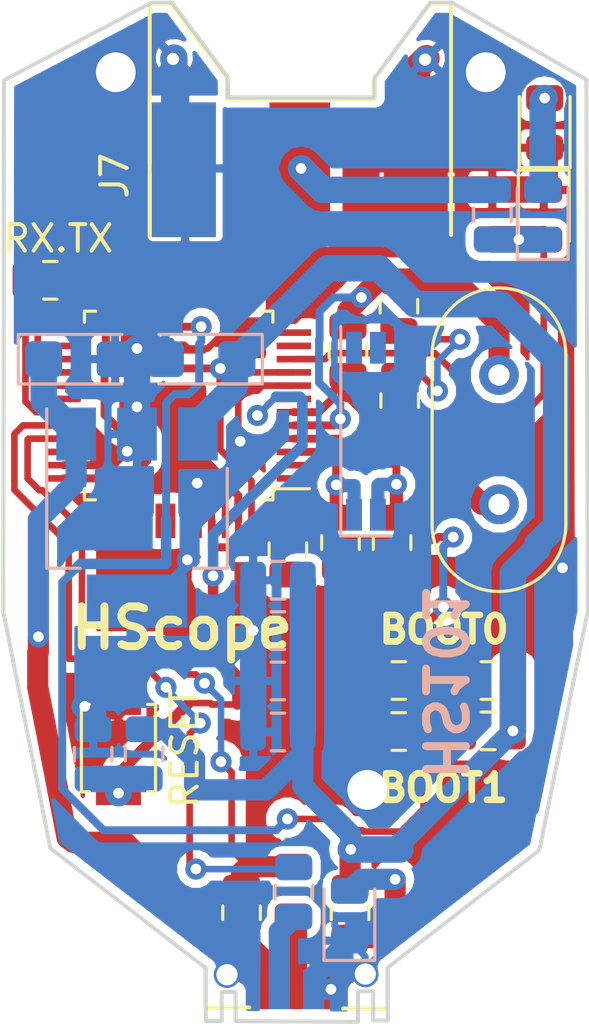
<source format=kicad_pcb>
(kicad_pcb (version 20171130) (host pcbnew 5.0.0-fee4fd1~66~ubuntu18.04.1)

  (general
    (thickness 1.6)
    (drawings 58)
    (tracks 428)
    (zones 0)
    (modules 36)
    (nets 53)
  )

  (page A4)
  (layers
    (0 F.Cu signal)
    (31 B.Cu signal hide)
    (32 B.Adhes user)
    (33 F.Adhes user)
    (34 B.Paste user hide)
    (35 F.Paste user hide)
    (36 B.SilkS user hide)
    (37 F.SilkS user)
    (38 B.Mask user)
    (39 F.Mask user hide)
    (40 Dwgs.User user)
    (41 Cmts.User user)
    (42 Eco1.User user)
    (43 Eco2.User user)
    (44 Edge.Cuts user)
    (45 Margin user)
    (46 B.CrtYd user hide)
    (47 F.CrtYd user hide)
    (48 B.Fab user hide)
    (49 F.Fab user hide)
  )

  (setup
    (last_trace_width 0.25)
    (user_trace_width 0.2)
    (user_trace_width 0.3)
    (user_trace_width 0.4)
    (user_trace_width 0.5)
    (user_trace_width 0.8)
    (user_trace_width 1)
    (user_trace_width 2)
    (user_trace_width 4)
    (trace_clearance 0.2)
    (zone_clearance 0.508)
    (zone_45_only no)
    (trace_min 0.2)
    (segment_width 0.2)
    (edge_width 0.15)
    (via_size 0.8)
    (via_drill 0.4)
    (via_min_size 0.4)
    (via_min_drill 0.3)
    (uvia_size 0.3)
    (uvia_drill 0.1)
    (uvias_allowed no)
    (uvia_min_size 0.2)
    (uvia_min_drill 0.1)
    (pcb_text_width 0.3)
    (pcb_text_size 1.5 1.5)
    (mod_edge_width 0.15)
    (mod_text_size 1 1)
    (mod_text_width 0.15)
    (pad_size 5.08 2.42)
    (pad_drill 0)
    (pad_to_mask_clearance 0.2)
    (aux_axis_origin 0 0)
    (visible_elements FFFFFF7F)
    (pcbplotparams
      (layerselection 0x010fc_ffffffff)
      (usegerberextensions false)
      (usegerberattributes false)
      (usegerberadvancedattributes false)
      (creategerberjobfile false)
      (excludeedgelayer true)
      (linewidth 0.100000)
      (plotframeref false)
      (viasonmask false)
      (mode 1)
      (useauxorigin false)
      (hpglpennumber 1)
      (hpglpenspeed 20)
      (hpglpendiameter 15.000000)
      (psnegative false)
      (psa4output false)
      (plotreference true)
      (plotvalue true)
      (plotinvisibletext false)
      (padsonsilk false)
      (subtractmaskfromsilk false)
      (outputformat 1)
      (mirror false)
      (drillshape 1)
      (scaleselection 1)
      (outputdirectory ""))
  )

  (net 0 "")
  (net 1 GNDREF)
  (net 2 V_IN)
  (net 3 RESET)
  (net 4 VCC)
  (net 5 OC_1_IN)
  (net 6 OC_2_IN)
  (net 7 "Net-(C11-Pad2)")
  (net 8 OC_1_OUT)
  (net 9 OC_2_OUT)
  (net 10 "Net-(D1-Pad2)")
  (net 11 "Net-(J1-Pad2)")
  (net 12 "Net-(J1-Pad3)")
  (net 13 BOOT0)
  (net 14 BOOT1)
  (net 15 RX)
  (net 16 TX)
  (net 17 D+)
  (net 18 D-)
  (net 19 V_BAT)
  (net 20 NAN)
  (net 21 "Net-(U2-Pad2)")
  (net 22 "Net-(U2-Pad11)")
  (net 23 "Net-(U2-Pad12)")
  (net 24 "Net-(U2-Pad13)")
  (net 25 "Net-(U2-Pad14)")
  (net 26 "Net-(U2-Pad15)")
  (net 27 "Net-(U2-Pad16)")
  (net 28 "Net-(U2-Pad17)")
  (net 29 "Net-(U2-Pad18)")
  (net 30 "Net-(U2-Pad19)")
  (net 31 "Net-(U2-Pad21)")
  (net 32 "Net-(U2-Pad22)")
  (net 33 "Net-(U2-Pad25)")
  (net 34 "Net-(U2-Pad26)")
  (net 35 "Net-(U2-Pad27)")
  (net 36 "Net-(U2-Pad28)")
  (net 37 "Net-(U2-Pad29)")
  (net 38 "Net-(U2-Pad34)")
  (net 39 "Net-(U2-Pad37)")
  (net 40 "Net-(U2-Pad38)")
  (net 41 "Net-(U2-Pad39)")
  (net 42 "Net-(U2-Pad40)")
  (net 43 "Net-(U2-Pad41)")
  (net 44 "Net-(U2-Pad42)")
  (net 45 "Net-(U2-Pad43)")
  (net 46 "Net-(U2-Pad44)")
  (net 47 "Net-(U2-Pad46)")
  (net 48 "Net-(Y1-Pad2)")
  (net 49 "Net-(Y1-Pad3)")
  (net 50 A0)
  (net 51 "Net-(D2-Pad2)")
  (net 52 IN_U)

  (net_class Default "Это класс цепей по умолчанию."
    (clearance 0.2)
    (trace_width 0.25)
    (via_dia 0.8)
    (via_drill 0.4)
    (uvia_dia 0.3)
    (uvia_drill 0.1)
    (add_net A0)
    (add_net BOOT0)
    (add_net BOOT1)
    (add_net D+)
    (add_net D-)
    (add_net GNDREF)
    (add_net IN_U)
    (add_net NAN)
    (add_net "Net-(C11-Pad2)")
    (add_net "Net-(D1-Pad2)")
    (add_net "Net-(D2-Pad2)")
    (add_net "Net-(J1-Pad2)")
    (add_net "Net-(J1-Pad3)")
    (add_net "Net-(U2-Pad11)")
    (add_net "Net-(U2-Pad12)")
    (add_net "Net-(U2-Pad13)")
    (add_net "Net-(U2-Pad14)")
    (add_net "Net-(U2-Pad15)")
    (add_net "Net-(U2-Pad16)")
    (add_net "Net-(U2-Pad17)")
    (add_net "Net-(U2-Pad18)")
    (add_net "Net-(U2-Pad19)")
    (add_net "Net-(U2-Pad2)")
    (add_net "Net-(U2-Pad21)")
    (add_net "Net-(U2-Pad22)")
    (add_net "Net-(U2-Pad25)")
    (add_net "Net-(U2-Pad26)")
    (add_net "Net-(U2-Pad27)")
    (add_net "Net-(U2-Pad28)")
    (add_net "Net-(U2-Pad29)")
    (add_net "Net-(U2-Pad34)")
    (add_net "Net-(U2-Pad37)")
    (add_net "Net-(U2-Pad38)")
    (add_net "Net-(U2-Pad39)")
    (add_net "Net-(U2-Pad40)")
    (add_net "Net-(U2-Pad41)")
    (add_net "Net-(U2-Pad42)")
    (add_net "Net-(U2-Pad43)")
    (add_net "Net-(U2-Pad44)")
    (add_net "Net-(U2-Pad46)")
    (add_net "Net-(Y1-Pad2)")
    (add_net "Net-(Y1-Pad3)")
    (add_net OC_1_IN)
    (add_net OC_1_OUT)
    (add_net OC_2_IN)
    (add_net OC_2_OUT)
    (add_net RESET)
    (add_net RX)
    (add_net TX)
    (add_net VCC)
    (add_net V_BAT)
    (add_net V_IN)
  )

  (module Capacitor_SMD:C_0805_2012Metric (layer F.Cu) (tedit 5BD00468) (tstamp 5BD365B1)
    (at 104.219415 86.277313 90)
    (descr "Capacitor SMD 0805 (2012 Metric), square (rectangular) end terminal, IPC_7351 nominal, (Body size source: https://docs.google.com/spreadsheets/d/1BsfQQcO9C6DZCsRaXUlFlo91Tg2WpOkGARC1WS5S8t0/edit?usp=sharing), generated with kicad-footprint-generator")
    (tags capacitor)
    (path /5BD20E30)
    (attr smd)
    (fp_text reference C9 (at 0 -1.65 90) (layer F.SilkS) hide
      (effects (font (size 1 1) (thickness 0.15)))
    )
    (fp_text value 20pF (at 0 1.65 90) (layer F.Fab)
      (effects (font (size 1 1) (thickness 0.15)))
    )
    (fp_text user %R (at 0 0 90) (layer F.Fab)
      (effects (font (size 0.5 0.5) (thickness 0.08)))
    )
    (fp_line (start 1.68 0.95) (end -1.68 0.95) (layer F.CrtYd) (width 0.05))
    (fp_line (start 1.68 -0.95) (end 1.68 0.95) (layer F.CrtYd) (width 0.05))
    (fp_line (start -1.68 -0.95) (end 1.68 -0.95) (layer F.CrtYd) (width 0.05))
    (fp_line (start -1.68 0.95) (end -1.68 -0.95) (layer F.CrtYd) (width 0.05))
    (fp_line (start -0.258578 0.71) (end 0.258578 0.71) (layer F.SilkS) (width 0.12))
    (fp_line (start -0.258578 -0.71) (end 0.258578 -0.71) (layer F.SilkS) (width 0.12))
    (fp_line (start 1 0.6) (end -1 0.6) (layer F.Fab) (width 0.1))
    (fp_line (start 1 -0.6) (end 1 0.6) (layer F.Fab) (width 0.1))
    (fp_line (start -1 -0.6) (end 1 -0.6) (layer F.Fab) (width 0.1))
    (fp_line (start -1 0.6) (end -1 -0.6) (layer F.Fab) (width 0.1))
    (pad 2 smd roundrect (at 0.9375 0 90) (size 0.975 1.4) (layers F.Cu F.Paste F.Mask) (roundrect_rratio 0.25)
      (net 6 OC_2_IN))
    (pad 1 smd roundrect (at -0.9375 0 90) (size 0.975 1.4) (layers F.Cu F.Paste F.Mask) (roundrect_rratio 0.25)
      (net 7 "Net-(C11-Pad2)"))
    (model ${KISYS3DMOD}/Capacitor_SMD.3dshapes/C_0805_2012Metric.wrl
      (at (xyz 0 0 0))
      (scale (xyz 1 1 1))
      (rotate (xyz 0 0 0))
    )
  )

  (module Capacitor_SMD:C_0805_2012Metric (layer F.Cu) (tedit 5BD00306) (tstamp 5BD33168)
    (at 102.012292 95.195286 90)
    (descr "Capacitor SMD 0805 (2012 Metric), square (rectangular) end terminal, IPC_7351 nominal, (Body size source: https://docs.google.com/spreadsheets/d/1BsfQQcO9C6DZCsRaXUlFlo91Tg2WpOkGARC1WS5S8t0/edit?usp=sharing), generated with kicad-footprint-generator")
    (tags capacitor)
    (path /5BD20F58)
    (attr smd)
    (fp_text reference C8 (at 0 -1.65 90) (layer F.SilkS) hide
      (effects (font (size 1 1) (thickness 0.15)))
    )
    (fp_text value 20pF (at 0 1.65 90) (layer F.Fab)
      (effects (font (size 1 1) (thickness 0.15)))
    )
    (fp_line (start -1 0.6) (end -1 -0.6) (layer F.Fab) (width 0.1))
    (fp_line (start -1 -0.6) (end 1 -0.6) (layer F.Fab) (width 0.1))
    (fp_line (start 1 -0.6) (end 1 0.6) (layer F.Fab) (width 0.1))
    (fp_line (start 1 0.6) (end -1 0.6) (layer F.Fab) (width 0.1))
    (fp_line (start -0.258578 -0.71) (end 0.258578 -0.71) (layer F.SilkS) (width 0.12))
    (fp_line (start -0.258578 0.71) (end 0.258578 0.71) (layer F.SilkS) (width 0.12))
    (fp_line (start -1.68 0.95) (end -1.68 -0.95) (layer F.CrtYd) (width 0.05))
    (fp_line (start -1.68 -0.95) (end 1.68 -0.95) (layer F.CrtYd) (width 0.05))
    (fp_line (start 1.68 -0.95) (end 1.68 0.95) (layer F.CrtYd) (width 0.05))
    (fp_line (start 1.68 0.95) (end -1.68 0.95) (layer F.CrtYd) (width 0.05))
    (fp_text user %R (at 0 0 90) (layer F.Fab)
      (effects (font (size 0.5 0.5) (thickness 0.08)))
    )
    (pad 1 smd roundrect (at -0.9375 0 90) (size 0.975 1.4) (layers F.Cu F.Paste F.Mask) (roundrect_rratio 0.25)
      (net 1 GNDREF))
    (pad 2 smd roundrect (at 0.9375 0 90) (size 0.975 1.4) (layers F.Cu F.Paste F.Mask) (roundrect_rratio 0.25)
      (net 5 OC_1_IN))
    (model ${KISYS3DMOD}/Capacitor_SMD.3dshapes/C_0805_2012Metric.wrl
      (at (xyz 0 0 0))
      (scale (xyz 1 1 1))
      (rotate (xyz 0 0 0))
    )
  )

  (module Button_Switch_SMD:SW_SPST_B3U-1000P (layer F.Cu) (tedit 5BD02131) (tstamp 5BD33915)
    (at 93.625 102.95 90)
    (descr "Ultra-small-sized Tactile Switch with High Contact Reliability, Top-actuated Model, without Ground Terminal, without Boss")
    (tags "Tactile Switch")
    (path /5BCFFBB1)
    (attr smd)
    (fp_text reference SW1 (at 0 -2.5 90) (layer F.SilkS) hide
      (effects (font (size 1 1) (thickness 0.15)))
    )
    (fp_text value RESET (at 0 2.5 90) (layer F.SilkS)
      (effects (font (size 1 1) (thickness 0.15)))
    )
    (fp_text user %R (at 0 -2.5 90) (layer F.Fab)
      (effects (font (size 1 1) (thickness 0.15)))
    )
    (fp_line (start -2.4 1.65) (end 2.4 1.65) (layer F.CrtYd) (width 0.05))
    (fp_line (start 2.4 1.65) (end 2.4 -1.65) (layer F.CrtYd) (width 0.05))
    (fp_line (start 2.4 -1.65) (end -2.4 -1.65) (layer F.CrtYd) (width 0.05))
    (fp_line (start -2.4 -1.65) (end -2.4 1.65) (layer F.CrtYd) (width 0.05))
    (fp_line (start -1.65 1.1) (end -1.65 1.4) (layer F.SilkS) (width 0.12))
    (fp_line (start -1.65 1.4) (end 1.65 1.4) (layer F.SilkS) (width 0.12))
    (fp_line (start 1.65 1.4) (end 1.65 1.1) (layer F.SilkS) (width 0.12))
    (fp_line (start -1.65 -1.1) (end -1.65 -1.4) (layer F.SilkS) (width 0.12))
    (fp_line (start -1.65 -1.4) (end 1.65 -1.4) (layer F.SilkS) (width 0.12))
    (fp_line (start 1.65 -1.4) (end 1.65 -1.1) (layer F.SilkS) (width 0.12))
    (fp_line (start -1.5 -1.25) (end 1.5 -1.25) (layer F.Fab) (width 0.1))
    (fp_line (start 1.5 -1.25) (end 1.5 1.25) (layer F.Fab) (width 0.1))
    (fp_line (start 1.5 1.25) (end -1.5 1.25) (layer F.Fab) (width 0.1))
    (fp_line (start -1.5 1.25) (end -1.5 -1.25) (layer F.Fab) (width 0.1))
    (fp_circle (center 0 0) (end 0.75 0) (layer F.Fab) (width 0.1))
    (pad 1 smd rect (at -1.7 0 90) (size 0.9 1.7) (layers F.Cu F.Paste F.Mask)
      (net 3 RESET))
    (pad 2 smd rect (at 1.7 0 90) (size 0.9 1.7) (layers F.Cu F.Paste F.Mask)
      (net 1 GNDREF))
    (model ${KISYS3DMOD}/Button_Switch_SMD.3dshapes/SW_SPST_B3U-1000P.wrl
      (at (xyz 0 0 0))
      (scale (xyz 1 1 1))
      (rotate (xyz 0 0 0))
    )
  )

  (module Capacitor_SMD:C_0805_2012Metric (layer B.Cu) (tedit 5BCFFFA2) (tstamp 5BD33157)
    (at 99.652113 100.416549 180)
    (descr "Capacitor SMD 0805 (2012 Metric), square (rectangular) end terminal, IPC_7351 nominal, (Body size source: https://docs.google.com/spreadsheets/d/1BsfQQcO9C6DZCsRaXUlFlo91Tg2WpOkGARC1WS5S8t0/edit?usp=sharing), generated with kicad-footprint-generator")
    (tags capacitor)
    (path /5BD78674)
    (attr smd)
    (fp_text reference C7 (at 0 1.65 180) (layer B.SilkS) hide
      (effects (font (size 1 1) (thickness 0.15)) (justify mirror))
    )
    (fp_text value 100nF (at 0 -1.65 180) (layer B.Fab)
      (effects (font (size 1 1) (thickness 0.15)) (justify mirror))
    )
    (fp_line (start -1 -0.6) (end -1 0.6) (layer B.Fab) (width 0.1))
    (fp_line (start -1 0.6) (end 1 0.6) (layer B.Fab) (width 0.1))
    (fp_line (start 1 0.6) (end 1 -0.6) (layer B.Fab) (width 0.1))
    (fp_line (start 1 -0.6) (end -1 -0.6) (layer B.Fab) (width 0.1))
    (fp_line (start -0.258578 0.71) (end 0.258578 0.71) (layer B.SilkS) (width 0.12))
    (fp_line (start -0.258578 -0.71) (end 0.258578 -0.71) (layer B.SilkS) (width 0.12))
    (fp_line (start -1.68 -0.95) (end -1.68 0.95) (layer B.CrtYd) (width 0.05))
    (fp_line (start -1.68 0.95) (end 1.68 0.95) (layer B.CrtYd) (width 0.05))
    (fp_line (start 1.68 0.95) (end 1.68 -0.95) (layer B.CrtYd) (width 0.05))
    (fp_line (start 1.68 -0.95) (end -1.68 -0.95) (layer B.CrtYd) (width 0.05))
    (fp_text user %R (at 0 0 180) (layer B.Fab)
      (effects (font (size 0.5 0.5) (thickness 0.08)) (justify mirror))
    )
    (pad 1 smd roundrect (at -0.9375 0 180) (size 0.975 1.4) (layers B.Cu B.Paste B.Mask) (roundrect_rratio 0.25)
      (net 4 VCC))
    (pad 2 smd roundrect (at 0.9375 0 180) (size 0.975 1.4) (layers B.Cu B.Paste B.Mask) (roundrect_rratio 0.25)
      (net 1 GNDREF))
    (model ${KISYS3DMOD}/Capacitor_SMD.3dshapes/C_0805_2012Metric.wrl
      (at (xyz 0 0 0))
      (scale (xyz 1 1 1))
      (rotate (xyz 0 0 0))
    )
  )

  (module Capacitor_SMD:C_0805_2012Metric (layer B.Cu) (tedit 5BCFFFA4) (tstamp 5BD33146)
    (at 99.652113 102.341549 180)
    (descr "Capacitor SMD 0805 (2012 Metric), square (rectangular) end terminal, IPC_7351 nominal, (Body size source: https://docs.google.com/spreadsheets/d/1BsfQQcO9C6DZCsRaXUlFlo91Tg2WpOkGARC1WS5S8t0/edit?usp=sharing), generated with kicad-footprint-generator")
    (tags capacitor)
    (path /5BD785DC)
    (attr smd)
    (fp_text reference C6 (at 0 1.65 180) (layer B.SilkS) hide
      (effects (font (size 1 1) (thickness 0.15)) (justify mirror))
    )
    (fp_text value 100nF (at 0 -1.65 180) (layer B.Fab)
      (effects (font (size 1 1) (thickness 0.15)) (justify mirror))
    )
    (fp_text user %R (at 0 0 180) (layer B.Fab)
      (effects (font (size 0.5 0.5) (thickness 0.08)) (justify mirror))
    )
    (fp_line (start 1.68 -0.95) (end -1.68 -0.95) (layer B.CrtYd) (width 0.05))
    (fp_line (start 1.68 0.95) (end 1.68 -0.95) (layer B.CrtYd) (width 0.05))
    (fp_line (start -1.68 0.95) (end 1.68 0.95) (layer B.CrtYd) (width 0.05))
    (fp_line (start -1.68 -0.95) (end -1.68 0.95) (layer B.CrtYd) (width 0.05))
    (fp_line (start -0.258578 -0.71) (end 0.258578 -0.71) (layer B.SilkS) (width 0.12))
    (fp_line (start -0.258578 0.71) (end 0.258578 0.71) (layer B.SilkS) (width 0.12))
    (fp_line (start 1 -0.6) (end -1 -0.6) (layer B.Fab) (width 0.1))
    (fp_line (start 1 0.6) (end 1 -0.6) (layer B.Fab) (width 0.1))
    (fp_line (start -1 0.6) (end 1 0.6) (layer B.Fab) (width 0.1))
    (fp_line (start -1 -0.6) (end -1 0.6) (layer B.Fab) (width 0.1))
    (pad 2 smd roundrect (at 0.9375 0 180) (size 0.975 1.4) (layers B.Cu B.Paste B.Mask) (roundrect_rratio 0.25)
      (net 1 GNDREF))
    (pad 1 smd roundrect (at -0.9375 0 180) (size 0.975 1.4) (layers B.Cu B.Paste B.Mask) (roundrect_rratio 0.25)
      (net 4 VCC))
    (model ${KISYS3DMOD}/Capacitor_SMD.3dshapes/C_0805_2012Metric.wrl
      (at (xyz 0 0 0))
      (scale (xyz 1 1 1))
      (rotate (xyz 0 0 0))
    )
  )

  (module Resistor_SMD:R_0805_2012Metric (layer B.Cu) (tedit 5BD001ED) (tstamp 5BD33254)
    (at 100.25 108.3875 90)
    (descr "Resistor SMD 0805 (2012 Metric), square (rectangular) end terminal, IPC_7351 nominal, (Body size source: https://docs.google.com/spreadsheets/d/1BsfQQcO9C6DZCsRaXUlFlo91Tg2WpOkGARC1WS5S8t0/edit?usp=sharing), generated with kicad-footprint-generator")
    (tags resistor)
    (path /5BD07192)
    (attr smd)
    (fp_text reference R4 (at 0 1.65 90) (layer B.SilkS) hide
      (effects (font (size 1 1) (thickness 0.15)) (justify mirror))
    )
    (fp_text value 20R (at 0 -1.65 90) (layer B.Fab)
      (effects (font (size 1 1) (thickness 0.15)) (justify mirror))
    )
    (fp_text user %R (at 0 0 90) (layer B.Fab)
      (effects (font (size 0.5 0.5) (thickness 0.08)) (justify mirror))
    )
    (fp_line (start 1.68 -0.95) (end -1.68 -0.95) (layer B.CrtYd) (width 0.05))
    (fp_line (start 1.68 0.95) (end 1.68 -0.95) (layer B.CrtYd) (width 0.05))
    (fp_line (start -1.68 0.95) (end 1.68 0.95) (layer B.CrtYd) (width 0.05))
    (fp_line (start -1.68 -0.95) (end -1.68 0.95) (layer B.CrtYd) (width 0.05))
    (fp_line (start -0.258578 -0.71) (end 0.258578 -0.71) (layer B.SilkS) (width 0.12))
    (fp_line (start -0.258578 0.71) (end 0.258578 0.71) (layer B.SilkS) (width 0.12))
    (fp_line (start 1 -0.6) (end -1 -0.6) (layer B.Fab) (width 0.1))
    (fp_line (start 1 0.6) (end 1 -0.6) (layer B.Fab) (width 0.1))
    (fp_line (start -1 0.6) (end 1 0.6) (layer B.Fab) (width 0.1))
    (fp_line (start -1 -0.6) (end -1 0.6) (layer B.Fab) (width 0.1))
    (pad 2 smd roundrect (at 0.9375 0 90) (size 0.975 1.4) (layers B.Cu B.Paste B.Mask) (roundrect_rratio 0.25)
      (net 18 D-))
    (pad 1 smd roundrect (at -0.9375 0 90) (size 0.975 1.4) (layers B.Cu B.Paste B.Mask) (roundrect_rratio 0.25)
      (net 11 "Net-(J1-Pad2)"))
    (model ${KISYS3DMOD}/Resistor_SMD.3dshapes/R_0805_2012Metric.wrl
      (at (xyz 0 0 0))
      (scale (xyz 1 1 1))
      (rotate (xyz 0 0 0))
    )
  )

  (module Capacitor_Tantalum_SMD:CP_EIA-3216-18_Kemet-A (layer B.Cu) (tedit 5BCFFF50) (tstamp 5BD33113)
    (at 96.75 88.275 180)
    (descr "Tantalum Capacitor SMD Kemet-A (3216-18 Metric), IPC_7351 nominal, (Body size from: http://www.kemet.com/Lists/ProductCatalog/Attachments/253/KEM_TC101_STD.pdf), generated with kicad-footprint-generator")
    (tags "capacitor tantalum")
    (path /5BCFF21D)
    (attr smd)
    (fp_text reference C3 (at 0 1.75 180) (layer B.SilkS) hide
      (effects (font (size 1 1) (thickness 0.15)) (justify mirror))
    )
    (fp_text value 0.33uF (at 0 -1.75 180) (layer B.Fab)
      (effects (font (size 1 1) (thickness 0.15)) (justify mirror))
    )
    (fp_line (start 1.6 0.8) (end -1.2 0.8) (layer B.Fab) (width 0.1))
    (fp_line (start -1.2 0.8) (end -1.6 0.4) (layer B.Fab) (width 0.1))
    (fp_line (start -1.6 0.4) (end -1.6 -0.8) (layer B.Fab) (width 0.1))
    (fp_line (start -1.6 -0.8) (end 1.6 -0.8) (layer B.Fab) (width 0.1))
    (fp_line (start 1.6 -0.8) (end 1.6 0.8) (layer B.Fab) (width 0.1))
    (fp_line (start 1.6 0.935) (end -2.31 0.935) (layer B.SilkS) (width 0.12))
    (fp_line (start -2.31 0.935) (end -2.31 -0.935) (layer B.SilkS) (width 0.12))
    (fp_line (start -2.31 -0.935) (end 1.6 -0.935) (layer B.SilkS) (width 0.12))
    (fp_line (start -2.3 -1.05) (end -2.3 1.05) (layer B.CrtYd) (width 0.05))
    (fp_line (start -2.3 1.05) (end 2.3 1.05) (layer B.CrtYd) (width 0.05))
    (fp_line (start 2.3 1.05) (end 2.3 -1.05) (layer B.CrtYd) (width 0.05))
    (fp_line (start 2.3 -1.05) (end -2.3 -1.05) (layer B.CrtYd) (width 0.05))
    (fp_text user %R (at 0 0 180) (layer B.Fab)
      (effects (font (size 0.8 0.8) (thickness 0.12)) (justify mirror))
    )
    (pad 1 smd roundrect (at -1.35 0 180) (size 1.4 1.35) (layers B.Cu B.Paste B.Mask) (roundrect_rratio 0.185185)
      (net 4 VCC))
    (pad 2 smd roundrect (at 1.35 0 180) (size 1.4 1.35) (layers B.Cu B.Paste B.Mask) (roundrect_rratio 0.185185)
      (net 1 GNDREF))
    (model ${KISYS3DMOD}/Capacitor_Tantalum_SMD.3dshapes/CP_EIA-3216-18_Kemet-A.wrl
      (at (xyz 0 0 0))
      (scale (xyz 1 1 1))
      (rotate (xyz 0 0 0))
    )
  )

  (module Capacitor_SMD:C_0805_2012Metric (layer B.Cu) (tedit 5BD00166) (tstamp 5BD33100)
    (at 92.667683 103.176578 90)
    (descr "Capacitor SMD 0805 (2012 Metric), square (rectangular) end terminal, IPC_7351 nominal, (Body size source: https://docs.google.com/spreadsheets/d/1BsfQQcO9C6DZCsRaXUlFlo91Tg2WpOkGARC1WS5S8t0/edit?usp=sharing), generated with kicad-footprint-generator")
    (tags capacitor)
    (path /5BCFFD08)
    (attr smd)
    (fp_text reference C2 (at 0 1.65 90) (layer B.SilkS) hide
      (effects (font (size 1 1) (thickness 0.15)) (justify mirror))
    )
    (fp_text value "1000 nF" (at 0 -1.65 90) (layer B.Fab)
      (effects (font (size 1 1) (thickness 0.15)) (justify mirror))
    )
    (fp_line (start -1 -0.6) (end -1 0.6) (layer B.Fab) (width 0.1))
    (fp_line (start -1 0.6) (end 1 0.6) (layer B.Fab) (width 0.1))
    (fp_line (start 1 0.6) (end 1 -0.6) (layer B.Fab) (width 0.1))
    (fp_line (start 1 -0.6) (end -1 -0.6) (layer B.Fab) (width 0.1))
    (fp_line (start -0.258578 0.71) (end 0.258578 0.71) (layer B.SilkS) (width 0.12))
    (fp_line (start -0.258578 -0.71) (end 0.258578 -0.71) (layer B.SilkS) (width 0.12))
    (fp_line (start -1.68 -0.95) (end -1.68 0.95) (layer B.CrtYd) (width 0.05))
    (fp_line (start -1.68 0.95) (end 1.68 0.95) (layer B.CrtYd) (width 0.05))
    (fp_line (start 1.68 0.95) (end 1.68 -0.95) (layer B.CrtYd) (width 0.05))
    (fp_line (start 1.68 -0.95) (end -1.68 -0.95) (layer B.CrtYd) (width 0.05))
    (fp_text user %R (at 0 0 90) (layer B.Fab)
      (effects (font (size 0.5 0.5) (thickness 0.08)) (justify mirror))
    )
    (pad 1 smd roundrect (at -0.9375 0 90) (size 0.975 1.4) (layers B.Cu B.Paste B.Mask) (roundrect_rratio 0.25)
      (net 3 RESET))
    (pad 2 smd roundrect (at 0.9375 0 90) (size 0.975 1.4) (layers B.Cu B.Paste B.Mask) (roundrect_rratio 0.25)
      (net 1 GNDREF))
    (model ${KISYS3DMOD}/Capacitor_SMD.3dshapes/C_0805_2012Metric.wrl
      (at (xyz 0 0 0))
      (scale (xyz 1 1 1))
      (rotate (xyz 0 0 0))
    )
  )

  (module Diode_SMD:D_0805_2012Metric (layer F.Cu) (tedit 5BD01B3D) (tstamp 5BDAA424)
    (at 109.689999 82.830001 270)
    (descr "Diode SMD 0805 (2012 Metric), square (rectangular) end terminal, IPC_7351 nominal, (Body size source: https://docs.google.com/spreadsheets/d/1BsfQQcO9C6DZCsRaXUlFlo91Tg2WpOkGARC1WS5S8t0/edit?usp=sharing), generated with kicad-footprint-generator")
    (tags diode)
    (path /5BD04B5B)
    (attr smd)
    (fp_text reference D3 (at 0 -1.65 270) (layer F.SilkS) hide
      (effects (font (size 1 1) (thickness 0.15)))
    )
    (fp_text value DIODE (at 0 1.65 270) (layer F.Fab)
      (effects (font (size 1 1) (thickness 0.15)))
    )
    (fp_line (start 1 -0.6) (end -0.7 -0.6) (layer F.Fab) (width 0.1))
    (fp_line (start -0.7 -0.6) (end -1 -0.3) (layer F.Fab) (width 0.1))
    (fp_line (start -1 -0.3) (end -1 0.6) (layer F.Fab) (width 0.1))
    (fp_line (start -1 0.6) (end 1 0.6) (layer F.Fab) (width 0.1))
    (fp_line (start 1 0.6) (end 1 -0.6) (layer F.Fab) (width 0.1))
    (fp_line (start 1 -0.96) (end -1.685 -0.96) (layer F.SilkS) (width 0.12))
    (fp_line (start -1.685 -0.96) (end -1.685 0.96) (layer F.SilkS) (width 0.12))
    (fp_line (start -1.685 0.96) (end 1 0.96) (layer F.SilkS) (width 0.12))
    (fp_line (start -1.68 0.95) (end -1.68 -0.95) (layer F.CrtYd) (width 0.05))
    (fp_line (start -1.68 -0.95) (end 1.68 -0.95) (layer F.CrtYd) (width 0.05))
    (fp_line (start 1.68 -0.95) (end 1.68 0.95) (layer F.CrtYd) (width 0.05))
    (fp_line (start 1.68 0.95) (end -1.68 0.95) (layer F.CrtYd) (width 0.05))
    (fp_text user %R (at 0 0 270) (layer F.Fab)
      (effects (font (size 0.5 0.5) (thickness 0.08)))
    )
    (pad 1 smd roundrect (at -0.9375 0 270) (size 0.975 1.4) (layers F.Cu F.Paste F.Mask) (roundrect_rratio 0.25)
      (net 1 GNDREF))
    (pad 2 smd roundrect (at 0.9375 0 270) (size 0.975 1.4) (layers F.Cu F.Paste F.Mask) (roundrect_rratio 0.25)
      (net 50 A0))
    (model ${KISYS3DMOD}/Diode_SMD.3dshapes/D_0805_2012Metric.wrl
      (at (xyz 0 0 0))
      (scale (xyz 1 1 1))
      (rotate (xyz 0 0 0))
    )
  )

  (module Resistor_SMD:R_0805_2012Metric (layer F.Cu) (tedit 5BD00273) (tstamp 5BD33276)
    (at 102.375 109.1625 270)
    (descr "Resistor SMD 0805 (2012 Metric), square (rectangular) end terminal, IPC_7351 nominal, (Body size source: https://docs.google.com/spreadsheets/d/1BsfQQcO9C6DZCsRaXUlFlo91Tg2WpOkGARC1WS5S8t0/edit?usp=sharing), generated with kicad-footprint-generator")
    (tags resistor)
    (path /5BD17364)
    (attr smd)
    (fp_text reference R6 (at 0 -1.65 270) (layer F.SilkS) hide
      (effects (font (size 1 1) (thickness 0.15)))
    )
    (fp_text value 1k (at 0 1.65 270) (layer F.Fab)
      (effects (font (size 1 1) (thickness 0.15)))
    )
    (fp_line (start -1 0.6) (end -1 -0.6) (layer F.Fab) (width 0.1))
    (fp_line (start -1 -0.6) (end 1 -0.6) (layer F.Fab) (width 0.1))
    (fp_line (start 1 -0.6) (end 1 0.6) (layer F.Fab) (width 0.1))
    (fp_line (start 1 0.6) (end -1 0.6) (layer F.Fab) (width 0.1))
    (fp_line (start -0.258578 -0.71) (end 0.258578 -0.71) (layer F.SilkS) (width 0.12))
    (fp_line (start -0.258578 0.71) (end 0.258578 0.71) (layer F.SilkS) (width 0.12))
    (fp_line (start -1.68 0.95) (end -1.68 -0.95) (layer F.CrtYd) (width 0.05))
    (fp_line (start -1.68 -0.95) (end 1.68 -0.95) (layer F.CrtYd) (width 0.05))
    (fp_line (start 1.68 -0.95) (end 1.68 0.95) (layer F.CrtYd) (width 0.05))
    (fp_line (start 1.68 0.95) (end -1.68 0.95) (layer F.CrtYd) (width 0.05))
    (fp_text user %R (at 0 0 270) (layer F.Fab)
      (effects (font (size 0.5 0.5) (thickness 0.08)))
    )
    (pad 1 smd roundrect (at -0.9375 0 270) (size 0.975 1.4) (layers F.Cu F.Paste F.Mask) (roundrect_rratio 0.25)
      (net 4 VCC))
    (pad 2 smd roundrect (at 0.9375 0 270) (size 0.975 1.4) (layers F.Cu F.Paste F.Mask) (roundrect_rratio 0.25)
      (net 10 "Net-(D1-Pad2)"))
    (model ${KISYS3DMOD}/Resistor_SMD.3dshapes/R_0805_2012Metric.wrl
      (at (xyz 0 0 0))
      (scale (xyz 1 1 1))
      (rotate (xyz 0 0 0))
    )
  )

  (module lib:mikroUSB_SMD (layer F.Cu) (tedit 5BCFFE39) (tstamp 5BD331BB)
    (at 100.36318 110.96034)
    (path /5BD05AE4)
    (fp_text reference J1 (at 0.03302 -1.85674) (layer F.SilkS) hide
      (effects (font (size 1 1) (thickness 0.15)))
    )
    (fp_text value USB_B_Micro (at -0.19304 -0.6604) (layer F.Fab)
      (effects (font (size 1 1) (thickness 0.15)))
    )
    (fp_line (start 3.40868 0.2921) (end 3.40868 1.82372) (layer F.SilkS) (width 0.15))
    (fp_line (start 3.40868 1.82372) (end 1.74244 1.81102) (layer F.SilkS) (width 0.15))
    (fp_line (start -3.46049 0.252158) (end -3.46049 1.783778) (layer F.SilkS) (width 0.15))
    (fp_line (start -3.46049 1.783778) (end -1.79425 1.771078) (layer F.SilkS) (width 0.15))
    (pad 1 smd rect (at -1.31318 1.08966) (size 0.8 1.5) (layers F.Cu F.Paste F.Mask)
      (net 2 V_IN))
    (pad 2 smd rect (at -0.66318 1.08966) (size 0.8 1.5) (layers B.Cu B.Paste B.Mask)
      (net 11 "Net-(J1-Pad2)"))
    (pad 3 smd rect (at -0.01318 1.08966) (size 0.8 1.5) (layers F.Cu F.Paste F.Mask)
      (net 12 "Net-(J1-Pad3)"))
    (pad 4 smd rect (at 0.63682 1.08966) (size 0.8 1.5) (layers B.Cu B.Paste B.Mask)
      (net 1 GNDREF))
    (pad 5 smd rect (at 1.28682 1.08966) (size 0.8 1.5) (layers F.Cu F.Paste F.Mask)
      (net 1 GNDREF))
    (model ${KIPRJMOD}/lib/usb-step.stp
      (offset (xyz 0 -5 -1))
      (scale (xyz 1 1 1))
      (rotate (xyz 0 0 0))
    )
  )

  (module Diode_SMD:D_0805_2012Metric (layer B.Cu) (tedit 5BD01B15) (tstamp 5BDAA411)
    (at 109.65 82.825 90)
    (descr "Diode SMD 0805 (2012 Metric), square (rectangular) end terminal, IPC_7351 nominal, (Body size source: https://docs.google.com/spreadsheets/d/1BsfQQcO9C6DZCsRaXUlFlo91Tg2WpOkGARC1WS5S8t0/edit?usp=sharing), generated with kicad-footprint-generator")
    (tags diode)
    (path /5BD048DC)
    (attr smd)
    (fp_text reference D2 (at 0 1.65 90) (layer B.SilkS) hide
      (effects (font (size 1 1) (thickness 0.15)) (justify mirror))
    )
    (fp_text value DIODE (at 0 -1.65 90) (layer B.Fab)
      (effects (font (size 1 1) (thickness 0.15)) (justify mirror))
    )
    (fp_line (start 1 0.6) (end -0.7 0.6) (layer B.Fab) (width 0.1))
    (fp_line (start -0.7 0.6) (end -1 0.3) (layer B.Fab) (width 0.1))
    (fp_line (start -1 0.3) (end -1 -0.6) (layer B.Fab) (width 0.1))
    (fp_line (start -1 -0.6) (end 1 -0.6) (layer B.Fab) (width 0.1))
    (fp_line (start 1 -0.6) (end 1 0.6) (layer B.Fab) (width 0.1))
    (fp_line (start 1 0.96) (end -1.685 0.96) (layer B.SilkS) (width 0.12))
    (fp_line (start -1.685 0.96) (end -1.685 -0.96) (layer B.SilkS) (width 0.12))
    (fp_line (start -1.685 -0.96) (end 1 -0.96) (layer B.SilkS) (width 0.12))
    (fp_line (start -1.68 -0.95) (end -1.68 0.95) (layer B.CrtYd) (width 0.05))
    (fp_line (start -1.68 0.95) (end 1.68 0.95) (layer B.CrtYd) (width 0.05))
    (fp_line (start 1.68 0.95) (end 1.68 -0.95) (layer B.CrtYd) (width 0.05))
    (fp_line (start 1.68 -0.95) (end -1.68 -0.95) (layer B.CrtYd) (width 0.05))
    (fp_text user %R (at 0 0 90) (layer B.Fab)
      (effects (font (size 0.5 0.5) (thickness 0.08)) (justify mirror))
    )
    (pad 1 smd roundrect (at -0.9375 0 90) (size 0.975 1.4) (layers B.Cu B.Paste B.Mask) (roundrect_rratio 0.25)
      (net 50 A0))
    (pad 2 smd roundrect (at 0.9375 0 90) (size 0.975 1.4) (layers B.Cu B.Paste B.Mask) (roundrect_rratio 0.25)
      (net 51 "Net-(D2-Pad2)"))
    (model ${KISYS3DMOD}/Diode_SMD.3dshapes/D_0805_2012Metric.wrl
      (at (xyz 0 0 0))
      (scale (xyz 1 1 1))
      (rotate (xyz 0 0 0))
    )
  )

  (module Resistor_SMD:R_0805_2012Metric (layer F.Cu) (tedit 5BD00465) (tstamp 5BD3650F)
    (at 102.294415 87.977313 90)
    (descr "Resistor SMD 0805 (2012 Metric), square (rectangular) end terminal, IPC_7351 nominal, (Body size source: https://docs.google.com/spreadsheets/d/1BsfQQcO9C6DZCsRaXUlFlo91Tg2WpOkGARC1WS5S8t0/edit?usp=sharing), generated with kicad-footprint-generator")
    (tags resistor)
    (path /5BD2068E)
    (attr smd)
    (fp_text reference R5 (at 0 -1.65 90) (layer F.SilkS) hide
      (effects (font (size 1 1) (thickness 0.15)))
    )
    (fp_text value 1M (at 0 1.65 90) (layer F.Fab)
      (effects (font (size 1 1) (thickness 0.15)))
    )
    (fp_text user %R (at 0 0 90) (layer F.Fab)
      (effects (font (size 0.5 0.5) (thickness 0.08)))
    )
    (fp_line (start 1.68 0.95) (end -1.68 0.95) (layer F.CrtYd) (width 0.05))
    (fp_line (start 1.68 -0.95) (end 1.68 0.95) (layer F.CrtYd) (width 0.05))
    (fp_line (start -1.68 -0.95) (end 1.68 -0.95) (layer F.CrtYd) (width 0.05))
    (fp_line (start -1.68 0.95) (end -1.68 -0.95) (layer F.CrtYd) (width 0.05))
    (fp_line (start -0.258578 0.71) (end 0.258578 0.71) (layer F.SilkS) (width 0.12))
    (fp_line (start -0.258578 -0.71) (end 0.258578 -0.71) (layer F.SilkS) (width 0.12))
    (fp_line (start 1 0.6) (end -1 0.6) (layer F.Fab) (width 0.1))
    (fp_line (start 1 -0.6) (end 1 0.6) (layer F.Fab) (width 0.1))
    (fp_line (start -1 -0.6) (end 1 -0.6) (layer F.Fab) (width 0.1))
    (fp_line (start -1 0.6) (end -1 -0.6) (layer F.Fab) (width 0.1))
    (pad 2 smd roundrect (at 0.9375 0 90) (size 0.975 1.4) (layers F.Cu F.Paste F.Mask) (roundrect_rratio 0.25)
      (net 6 OC_2_IN))
    (pad 1 smd roundrect (at -0.9375 0 90) (size 0.975 1.4) (layers F.Cu F.Paste F.Mask) (roundrect_rratio 0.25)
      (net 9 OC_2_OUT))
    (model ${KISYS3DMOD}/Resistor_SMD.3dshapes/R_0805_2012Metric.wrl
      (at (xyz 0 0 0))
      (scale (xyz 1 1 1))
      (rotate (xyz 0 0 0))
    )
  )

  (module Capacitor_SMD:C_0805_2012Metric (layer F.Cu) (tedit 5BD00496) (tstamp 5BDAB427)
    (at 104.25 89.8375 90)
    (descr "Capacitor SMD 0805 (2012 Metric), square (rectangular) end terminal, IPC_7351 nominal, (Body size source: https://docs.google.com/spreadsheets/d/1BsfQQcO9C6DZCsRaXUlFlo91Tg2WpOkGARC1WS5S8t0/edit?usp=sharing), generated with kicad-footprint-generator")
    (tags capacitor)
    (path /5BD20EA6)
    (attr smd)
    (fp_text reference C11 (at 0 -1.65 90) (layer F.SilkS) hide
      (effects (font (size 1 1) (thickness 0.15)))
    )
    (fp_text value 20pF (at 0 1.65 90) (layer F.Fab)
      (effects (font (size 1 1) (thickness 0.15)))
    )
    (fp_line (start -1 0.6) (end -1 -0.6) (layer F.Fab) (width 0.1))
    (fp_line (start -1 -0.6) (end 1 -0.6) (layer F.Fab) (width 0.1))
    (fp_line (start 1 -0.6) (end 1 0.6) (layer F.Fab) (width 0.1))
    (fp_line (start 1 0.6) (end -1 0.6) (layer F.Fab) (width 0.1))
    (fp_line (start -0.258578 -0.71) (end 0.258578 -0.71) (layer F.SilkS) (width 0.12))
    (fp_line (start -0.258578 0.71) (end 0.258578 0.71) (layer F.SilkS) (width 0.12))
    (fp_line (start -1.68 0.95) (end -1.68 -0.95) (layer F.CrtYd) (width 0.05))
    (fp_line (start -1.68 -0.95) (end 1.68 -0.95) (layer F.CrtYd) (width 0.05))
    (fp_line (start 1.68 -0.95) (end 1.68 0.95) (layer F.CrtYd) (width 0.05))
    (fp_line (start 1.68 0.95) (end -1.68 0.95) (layer F.CrtYd) (width 0.05))
    (fp_text user %R (at 0 0 90) (layer F.Fab)
      (effects (font (size 0.5 0.5) (thickness 0.08)))
    )
    (pad 1 smd roundrect (at -0.9375 0 90) (size 0.975 1.4) (layers F.Cu F.Paste F.Mask) (roundrect_rratio 0.25)
      (net 9 OC_2_OUT))
    (pad 2 smd roundrect (at 0.9375 0 90) (size 0.975 1.4) (layers F.Cu F.Paste F.Mask) (roundrect_rratio 0.25)
      (net 7 "Net-(C11-Pad2)"))
    (model ${KISYS3DMOD}/Capacitor_SMD.3dshapes/C_0805_2012Metric.wrl
      (at (xyz 0 0 0))
      (scale (xyz 1 1 1))
      (rotate (xyz 0 0 0))
    )
  )

  (module Capacitor_SMD:C_0805_2012Metric (layer B.Cu) (tedit 5BCFFF9E) (tstamp 5BD33135)
    (at 99.652113 96.616549 180)
    (descr "Capacitor SMD 0805 (2012 Metric), square (rectangular) end terminal, IPC_7351 nominal, (Body size source: https://docs.google.com/spreadsheets/d/1BsfQQcO9C6DZCsRaXUlFlo91Tg2WpOkGARC1WS5S8t0/edit?usp=sharing), generated with kicad-footprint-generator")
    (tags capacitor)
    (path /5BD78586)
    (attr smd)
    (fp_text reference C5 (at 0 1.65 180) (layer B.SilkS) hide
      (effects (font (size 1 1) (thickness 0.15)) (justify mirror))
    )
    (fp_text value 100nF (at 0 -1.65 180) (layer B.Fab)
      (effects (font (size 1 1) (thickness 0.15)) (justify mirror))
    )
    (fp_line (start -1 -0.6) (end -1 0.6) (layer B.Fab) (width 0.1))
    (fp_line (start -1 0.6) (end 1 0.6) (layer B.Fab) (width 0.1))
    (fp_line (start 1 0.6) (end 1 -0.6) (layer B.Fab) (width 0.1))
    (fp_line (start 1 -0.6) (end -1 -0.6) (layer B.Fab) (width 0.1))
    (fp_line (start -0.258578 0.71) (end 0.258578 0.71) (layer B.SilkS) (width 0.12))
    (fp_line (start -0.258578 -0.71) (end 0.258578 -0.71) (layer B.SilkS) (width 0.12))
    (fp_line (start -1.68 -0.95) (end -1.68 0.95) (layer B.CrtYd) (width 0.05))
    (fp_line (start -1.68 0.95) (end 1.68 0.95) (layer B.CrtYd) (width 0.05))
    (fp_line (start 1.68 0.95) (end 1.68 -0.95) (layer B.CrtYd) (width 0.05))
    (fp_line (start 1.68 -0.95) (end -1.68 -0.95) (layer B.CrtYd) (width 0.05))
    (fp_text user %R (at 0 0 180) (layer B.Fab)
      (effects (font (size 0.5 0.5) (thickness 0.08)) (justify mirror))
    )
    (pad 1 smd roundrect (at -0.9375 0 180) (size 0.975 1.4) (layers B.Cu B.Paste B.Mask) (roundrect_rratio 0.25)
      (net 4 VCC))
    (pad 2 smd roundrect (at 0.9375 0 180) (size 0.975 1.4) (layers B.Cu B.Paste B.Mask) (roundrect_rratio 0.25)
      (net 1 GNDREF))
    (model ${KISYS3DMOD}/Capacitor_SMD.3dshapes/C_0805_2012Metric.wrl
      (at (xyz 0 0 0))
      (scale (xyz 1 1 1))
      (rotate (xyz 0 0 0))
    )
  )

  (module Resistor_SMD:R_0805_2012Metric (layer F.Cu) (tedit 5BCFFFDD) (tstamp 5BD331CC)
    (at 107.5875 100.4)
    (descr "Resistor SMD 0805 (2012 Metric), square (rectangular) end terminal, IPC_7351 nominal, (Body size source: https://docs.google.com/spreadsheets/d/1BsfQQcO9C6DZCsRaXUlFlo91Tg2WpOkGARC1WS5S8t0/edit?usp=sharing), generated with kicad-footprint-generator")
    (tags resistor)
    (path /5BD01931)
    (attr smd)
    (fp_text reference J2 (at 0 -1.65) (layer F.SilkS) hide
      (effects (font (size 1 1) (thickness 0.15)))
    )
    (fp_text value Джампер (at 0 1.65) (layer F.Fab)
      (effects (font (size 1 1) (thickness 0.15)))
    )
    (fp_line (start -1 0.6) (end -1 -0.6) (layer F.Fab) (width 0.1))
    (fp_line (start -1 -0.6) (end 1 -0.6) (layer F.Fab) (width 0.1))
    (fp_line (start 1 -0.6) (end 1 0.6) (layer F.Fab) (width 0.1))
    (fp_line (start 1 0.6) (end -1 0.6) (layer F.Fab) (width 0.1))
    (fp_line (start -0.258578 -0.71) (end 0.258578 -0.71) (layer F.SilkS) (width 0.12))
    (fp_line (start -0.258578 0.71) (end 0.258578 0.71) (layer F.SilkS) (width 0.12))
    (fp_line (start -1.68 0.95) (end -1.68 -0.95) (layer F.CrtYd) (width 0.05))
    (fp_line (start -1.68 -0.95) (end 1.68 -0.95) (layer F.CrtYd) (width 0.05))
    (fp_line (start 1.68 -0.95) (end 1.68 0.95) (layer F.CrtYd) (width 0.05))
    (fp_line (start 1.68 0.95) (end -1.68 0.95) (layer F.CrtYd) (width 0.05))
    (fp_text user %R (at 0 0) (layer F.Fab)
      (effects (font (size 0.5 0.5) (thickness 0.08)))
    )
    (pad 1 smd roundrect (at -0.9375 0) (size 0.975 1.4) (layers F.Cu F.Paste F.Mask) (roundrect_rratio 0.25)
      (net 13 BOOT0))
    (pad 2 smd roundrect (at 0.9375 0) (size 0.975 1.4) (layers F.Cu F.Paste F.Mask) (roundrect_rratio 0.25)
      (net 4 VCC))
  )

  (module Resistor_SMD:R_0805_2012Metric (layer F.Cu) (tedit 5BCFFFD4) (tstamp 5BD331EE)
    (at 104.2125 100.4)
    (descr "Resistor SMD 0805 (2012 Metric), square (rectangular) end terminal, IPC_7351 nominal, (Body size source: https://docs.google.com/spreadsheets/d/1BsfQQcO9C6DZCsRaXUlFlo91Tg2WpOkGARC1WS5S8t0/edit?usp=sharing), generated with kicad-footprint-generator")
    (tags resistor)
    (path /5BD01937)
    (attr smd)
    (fp_text reference J4 (at 0 -1.65) (layer F.SilkS) hide
      (effects (font (size 1 1) (thickness 0.15)))
    )
    (fp_text value Джампер (at 0 1.65) (layer F.Fab)
      (effects (font (size 1 1) (thickness 0.15)))
    )
    (fp_text user %R (at 0 0) (layer F.Fab)
      (effects (font (size 0.5 0.5) (thickness 0.08)))
    )
    (fp_line (start 1.68 0.95) (end -1.68 0.95) (layer F.CrtYd) (width 0.05))
    (fp_line (start 1.68 -0.95) (end 1.68 0.95) (layer F.CrtYd) (width 0.05))
    (fp_line (start -1.68 -0.95) (end 1.68 -0.95) (layer F.CrtYd) (width 0.05))
    (fp_line (start -1.68 0.95) (end -1.68 -0.95) (layer F.CrtYd) (width 0.05))
    (fp_line (start -0.258578 0.71) (end 0.258578 0.71) (layer F.SilkS) (width 0.12))
    (fp_line (start -0.258578 -0.71) (end 0.258578 -0.71) (layer F.SilkS) (width 0.12))
    (fp_line (start 1 0.6) (end -1 0.6) (layer F.Fab) (width 0.1))
    (fp_line (start 1 -0.6) (end 1 0.6) (layer F.Fab) (width 0.1))
    (fp_line (start -1 -0.6) (end 1 -0.6) (layer F.Fab) (width 0.1))
    (fp_line (start -1 0.6) (end -1 -0.6) (layer F.Fab) (width 0.1))
    (pad 2 smd roundrect (at 0.9375 0) (size 0.975 1.4) (layers F.Cu F.Paste F.Mask) (roundrect_rratio 0.25)
      (net 13 BOOT0))
    (pad 1 smd roundrect (at -0.9375 0) (size 0.975 1.4) (layers F.Cu F.Paste F.Mask) (roundrect_rratio 0.25)
      (net 1 GNDREF))
    (model ${KISYS3DMOD}/Resistor_SMD.3dshapes/R_0805_2012Metric.wrl
      (at (xyz 0 0 0))
      (scale (xyz 1 1 1))
      (rotate (xyz 0 0 0))
    )
  )

  (module Package_TO_SOT_SMD:SOT-223 (layer B.Cu) (tedit 5BD00FD2) (tstamp 5BD332B3)
    (at 94.325 94.251878 270)
    (descr "module CMS SOT223 4 pins")
    (tags "CMS SOT")
    (path /5BCFEF2F)
    (attr smd)
    (fp_text reference U1 (at 0 4.5 270) (layer B.SilkS) hide
      (effects (font (size 1 1) (thickness 0.15)) (justify mirror))
    )
    (fp_text value MC33275ST-3.3T3G (at 0 -4.5 270) (layer B.Fab)
      (effects (font (size 1 1) (thickness 0.15)) (justify mirror))
    )
    (fp_text user %R (at 0 0 180) (layer B.Fab)
      (effects (font (size 0.8 0.8) (thickness 0.12)) (justify mirror))
    )
    (fp_line (start -1.85 2.3) (end -0.8 3.35) (layer B.Fab) (width 0.1))
    (fp_line (start 1.91 -3.41) (end 1.91 -2.15) (layer B.SilkS) (width 0.12))
    (fp_line (start 1.91 3.41) (end 1.91 2.15) (layer B.SilkS) (width 0.12))
    (fp_line (start 4.4 3.6) (end -4.4 3.6) (layer B.CrtYd) (width 0.05))
    (fp_line (start 4.4 -3.6) (end 4.4 3.6) (layer B.CrtYd) (width 0.05))
    (fp_line (start -4.4 -3.6) (end 4.4 -3.6) (layer B.CrtYd) (width 0.05))
    (fp_line (start -4.4 3.6) (end -4.4 -3.6) (layer B.CrtYd) (width 0.05))
    (fp_line (start -1.85 2.3) (end -1.85 -3.35) (layer B.Fab) (width 0.1))
    (fp_line (start -1.85 -3.41) (end 1.91 -3.41) (layer B.SilkS) (width 0.12))
    (fp_line (start -0.8 3.35) (end 1.85 3.35) (layer B.Fab) (width 0.1))
    (fp_line (start -4.1 3.41) (end 1.91 3.41) (layer B.SilkS) (width 0.12))
    (fp_line (start -1.85 -3.35) (end 1.85 -3.35) (layer B.Fab) (width 0.1))
    (fp_line (start 1.85 3.35) (end 1.85 -3.35) (layer B.Fab) (width 0.1))
    (pad 4 smd rect (at 3.15 0 270) (size 2 3.8) (layers B.Cu B.Paste B.Mask))
    (pad 2 smd rect (at -3.15 0 270) (size 2 1.5) (layers B.Cu B.Paste B.Mask)
      (net 1 GNDREF))
    (pad 3 smd rect (at -3.15 -2.3 270) (size 2 1.5) (layers B.Cu B.Paste B.Mask)
      (net 4 VCC))
    (pad 1 smd rect (at -3.15 2.3 270) (size 2 1.5) (layers B.Cu B.Paste B.Mask)
      (net 2 V_IN))
    (model ${KISYS3DMOD}/Package_TO_SOT_SMD.3dshapes/SOT-223.wrl
      (at (xyz 0 0 0))
      (scale (xyz 1 1 1))
      (rotate (xyz 0 0 0))
    )
  )

  (module Capacitor_SMD:C_0805_2012Metric (layer B.Cu) (tedit 5BCFFF9B) (tstamp 5BD33124)
    (at 99.652113 98.516549 180)
    (descr "Capacitor SMD 0805 (2012 Metric), square (rectangular) end terminal, IPC_7351 nominal, (Body size source: https://docs.google.com/spreadsheets/d/1BsfQQcO9C6DZCsRaXUlFlo91Tg2WpOkGARC1WS5S8t0/edit?usp=sharing), generated with kicad-footprint-generator")
    (tags capacitor)
    (path /5BD7843F)
    (attr smd)
    (fp_text reference C4 (at 0 1.65 180) (layer B.SilkS) hide
      (effects (font (size 1 1) (thickness 0.15)) (justify mirror))
    )
    (fp_text value 100nF (at 0 -1.65 180) (layer B.Fab)
      (effects (font (size 1 1) (thickness 0.15)) (justify mirror))
    )
    (fp_text user %R (at 0 0 180) (layer B.Fab)
      (effects (font (size 0.5 0.5) (thickness 0.08)) (justify mirror))
    )
    (fp_line (start 1.68 -0.95) (end -1.68 -0.95) (layer B.CrtYd) (width 0.05))
    (fp_line (start 1.68 0.95) (end 1.68 -0.95) (layer B.CrtYd) (width 0.05))
    (fp_line (start -1.68 0.95) (end 1.68 0.95) (layer B.CrtYd) (width 0.05))
    (fp_line (start -1.68 -0.95) (end -1.68 0.95) (layer B.CrtYd) (width 0.05))
    (fp_line (start -0.258578 -0.71) (end 0.258578 -0.71) (layer B.SilkS) (width 0.12))
    (fp_line (start -0.258578 0.71) (end 0.258578 0.71) (layer B.SilkS) (width 0.12))
    (fp_line (start 1 -0.6) (end -1 -0.6) (layer B.Fab) (width 0.1))
    (fp_line (start 1 0.6) (end 1 -0.6) (layer B.Fab) (width 0.1))
    (fp_line (start -1 0.6) (end 1 0.6) (layer B.Fab) (width 0.1))
    (fp_line (start -1 -0.6) (end -1 0.6) (layer B.Fab) (width 0.1))
    (pad 2 smd roundrect (at 0.9375 0 180) (size 0.975 1.4) (layers B.Cu B.Paste B.Mask) (roundrect_rratio 0.25)
      (net 1 GNDREF))
    (pad 1 smd roundrect (at -0.9375 0 180) (size 0.975 1.4) (layers B.Cu B.Paste B.Mask) (roundrect_rratio 0.25)
      (net 4 VCC))
    (model ${KISYS3DMOD}/Capacitor_SMD.3dshapes/C_0805_2012Metric.wrl
      (at (xyz 0 0 0))
      (scale (xyz 1 1 1))
      (rotate (xyz 0 0 0))
    )
  )

  (module Resistor_SMD:R_0805_2012Metric (layer F.Cu) (tedit 5BD001AE) (tstamp 5BD3519C)
    (at 100.225 108.3625 270)
    (descr "Resistor SMD 0805 (2012 Metric), square (rectangular) end terminal, IPC_7351 nominal, (Body size source: https://docs.google.com/spreadsheets/d/1BsfQQcO9C6DZCsRaXUlFlo91Tg2WpOkGARC1WS5S8t0/edit?usp=sharing), generated with kicad-footprint-generator")
    (tags resistor)
    (path /5BD07086)
    (attr smd)
    (fp_text reference R2 (at 0 -1.65 270) (layer F.SilkS) hide
      (effects (font (size 1 1) (thickness 0.15)))
    )
    (fp_text value 20R (at 0 1.65 270) (layer F.Fab)
      (effects (font (size 1 1) (thickness 0.15)))
    )
    (fp_line (start -1 0.6) (end -1 -0.6) (layer F.Fab) (width 0.1))
    (fp_line (start -1 -0.6) (end 1 -0.6) (layer F.Fab) (width 0.1))
    (fp_line (start 1 -0.6) (end 1 0.6) (layer F.Fab) (width 0.1))
    (fp_line (start 1 0.6) (end -1 0.6) (layer F.Fab) (width 0.1))
    (fp_line (start -0.258578 -0.71) (end 0.258578 -0.71) (layer F.SilkS) (width 0.12))
    (fp_line (start -0.258578 0.71) (end 0.258578 0.71) (layer F.SilkS) (width 0.12))
    (fp_line (start -1.68 0.95) (end -1.68 -0.95) (layer F.CrtYd) (width 0.05))
    (fp_line (start -1.68 -0.95) (end 1.68 -0.95) (layer F.CrtYd) (width 0.05))
    (fp_line (start 1.68 -0.95) (end 1.68 0.95) (layer F.CrtYd) (width 0.05))
    (fp_line (start 1.68 0.95) (end -1.68 0.95) (layer F.CrtYd) (width 0.05))
    (fp_text user %R (at 0 0 270) (layer F.Fab)
      (effects (font (size 0.5 0.5) (thickness 0.08)))
    )
    (pad 1 smd roundrect (at -0.9375 0 270) (size 0.975 1.4) (layers F.Cu F.Paste F.Mask) (roundrect_rratio 0.25)
      (net 17 D+))
    (pad 2 smd roundrect (at 0.9375 0 270) (size 0.975 1.4) (layers F.Cu F.Paste F.Mask) (roundrect_rratio 0.25)
      (net 12 "Net-(J1-Pad3)"))
    (model ${KISYS3DMOD}/Resistor_SMD.3dshapes/R_0805_2012Metric.wrl
      (at (xyz 0 0 0))
      (scale (xyz 1 1 1))
      (rotate (xyz 0 0 0))
    )
  )

  (module lib:Crystal_SMD_SeikoEpson_MC146-4Pin_6.7x1.5mm (layer B.Cu) (tedit 5BD0032C) (tstamp 5BD33322)
    (at 102.975 90.995454 90)
    (descr "SMD Crystal Seiko Epson MC-146 https://support.epson.biz/td/api/doc_check.php?dl=brief_MC-156_en.pdf, 6.7x1.5mm^2 package")
    (tags "SMD SMT crystal")
    (path /5BD0342A)
    (attr smd)
    (fp_text reference Y1 (at 0 1.95 90) (layer B.SilkS) hide
      (effects (font (size 1 1) (thickness 0.15)) (justify mirror))
    )
    (fp_text value 32.678kHz (at 0 -1.95 90) (layer B.Fab)
      (effects (font (size 1 1) (thickness 0.15)) (justify mirror))
    )
    (fp_text user %R (at 0 0 90) (layer B.Fab)
      (effects (font (size 1 1) (thickness 0.15)) (justify mirror))
    )
    (fp_line (start -2.95 0.75) (end 2.95 0.75) (layer B.Fab) (width 0.1))
    (fp_line (start 2.95 0.75) (end 3.35 0.35) (layer B.Fab) (width 0.1))
    (fp_line (start 3.35 0.35) (end 3.35 -0.35) (layer B.Fab) (width 0.1))
    (fp_line (start 3.35 -0.35) (end 2.95 -0.75) (layer B.Fab) (width 0.1))
    (fp_line (start 2.95 -0.75) (end -2.95 -0.75) (layer B.Fab) (width 0.1))
    (fp_line (start -2.95 -0.75) (end -3.35 -0.35) (layer B.Fab) (width 0.1))
    (fp_line (start -3.35 -0.35) (end -3.35 0.35) (layer B.Fab) (width 0.1))
    (fp_line (start -3.35 0.35) (end -2.95 0.75) (layer B.Fab) (width 0.1))
    (fp_line (start -2.85 0.75) (end -2.85 -0.75) (layer B.Fab) (width 0.1))
    (fp_line (start -3.95 0.95) (end -3.95 -0.95) (layer B.SilkS) (width 0.12))
    (fp_line (start -3.95 -0.95) (end 3.95 -0.95) (layer B.SilkS) (width 0.12))
    (fp_line (start -4 1) (end -4 -1) (layer B.CrtYd) (width 0.05))
    (fp_line (start -4 -1) (end 4 -1) (layer B.CrtYd) (width 0.05))
    (fp_line (start 4 -1) (end 4 1) (layer B.CrtYd) (width 0.05))
    (fp_line (start 4 1) (end -4 1) (layer B.CrtYd) (width 0.05))
    (pad 1 smd rect (at -3.15 -0.45 90) (size 1.2 0.6) (layers B.Cu B.Paste B.Mask)
      (net 5 OC_1_IN))
    (pad 2 smd rect (at 3.15 -0.45 90) (size 1.2 0.6) (layers B.Cu B.Paste B.Mask)
      (net 48 "Net-(Y1-Pad2)"))
    (pad 3 smd rect (at 3.15 0.45 90) (size 1.2 0.6) (layers B.Cu B.Paste B.Mask)
      (net 49 "Net-(Y1-Pad3)"))
    (pad 4 smd rect (at -3.15 0.45 90) (size 1.2 0.6) (layers B.Cu B.Paste B.Mask)
      (net 8 OC_1_OUT))
    (model ${KISYS3DMOD}/Crystal.3dshapes/Crystal_SMD_SeikoEpson_MC146-4Pin_6.7x1.5mm.wrl
      (at (xyz 0 0 0))
      (scale (xyz 1 1 1))
      (rotate (xyz 0 0 0))
    )
    (model ${KIPRJMOD}/lib/MA-506.stp
      (at (xyz 0 0 0))
      (scale (xyz 0.5 0.3 0.2))
      (rotate (xyz 0 0 0))
    )
  )

  (module Capacitor_SMD:C_0805_2012Metric (layer F.Cu) (tedit 5BD00309) (tstamp 5BD3318A)
    (at 103.962292 95.195286 270)
    (descr "Capacitor SMD 0805 (2012 Metric), square (rectangular) end terminal, IPC_7351 nominal, (Body size source: https://docs.google.com/spreadsheets/d/1BsfQQcO9C6DZCsRaXUlFlo91Tg2WpOkGARC1WS5S8t0/edit?usp=sharing), generated with kicad-footprint-generator")
    (tags capacitor)
    (path /5BD20F02)
    (attr smd)
    (fp_text reference C10 (at 0 -1.65 270) (layer F.SilkS) hide
      (effects (font (size 1 1) (thickness 0.15)))
    )
    (fp_text value 20pF (at 0 1.65 270) (layer F.Fab)
      (effects (font (size 1 1) (thickness 0.15)))
    )
    (fp_text user %R (at 0 0 270) (layer F.Fab)
      (effects (font (size 0.5 0.5) (thickness 0.08)))
    )
    (fp_line (start 1.68 0.95) (end -1.68 0.95) (layer F.CrtYd) (width 0.05))
    (fp_line (start 1.68 -0.95) (end 1.68 0.95) (layer F.CrtYd) (width 0.05))
    (fp_line (start -1.68 -0.95) (end 1.68 -0.95) (layer F.CrtYd) (width 0.05))
    (fp_line (start -1.68 0.95) (end -1.68 -0.95) (layer F.CrtYd) (width 0.05))
    (fp_line (start -0.258578 0.71) (end 0.258578 0.71) (layer F.SilkS) (width 0.12))
    (fp_line (start -0.258578 -0.71) (end 0.258578 -0.71) (layer F.SilkS) (width 0.12))
    (fp_line (start 1 0.6) (end -1 0.6) (layer F.Fab) (width 0.1))
    (fp_line (start 1 -0.6) (end 1 0.6) (layer F.Fab) (width 0.1))
    (fp_line (start -1 -0.6) (end 1 -0.6) (layer F.Fab) (width 0.1))
    (fp_line (start -1 0.6) (end -1 -0.6) (layer F.Fab) (width 0.1))
    (pad 2 smd roundrect (at 0.9375 0 270) (size 0.975 1.4) (layers F.Cu F.Paste F.Mask) (roundrect_rratio 0.25)
      (net 1 GNDREF))
    (pad 1 smd roundrect (at -0.9375 0 270) (size 0.975 1.4) (layers F.Cu F.Paste F.Mask) (roundrect_rratio 0.25)
      (net 8 OC_1_OUT))
    (model ${KISYS3DMOD}/Capacitor_SMD.3dshapes/C_0805_2012Metric.wrl
      (at (xyz 0 0 0))
      (scale (xyz 1 1 1))
      (rotate (xyz 0 0 0))
    )
  )

  (module Capacitor_Tantalum_SMD:CP_EIA-3216-18_Kemet-A (layer B.Cu) (tedit 5BCFFF43) (tstamp 5BD330EF)
    (at 92.15 88.276878)
    (descr "Tantalum Capacitor SMD Kemet-A (3216-18 Metric), IPC_7351 nominal, (Body size from: http://www.kemet.com/Lists/ProductCatalog/Attachments/253/KEM_TC101_STD.pdf), generated with kicad-footprint-generator")
    (tags "capacitor tantalum")
    (path /5BCFF174)
    (attr smd)
    (fp_text reference C1 (at 0 1.75) (layer B.SilkS) hide
      (effects (font (size 1 1) (thickness 0.15)) (justify mirror))
    )
    (fp_text value 0.33uF (at 0 -1.75) (layer B.Fab)
      (effects (font (size 1 1) (thickness 0.15)) (justify mirror))
    )
    (fp_text user %R (at 0 0) (layer B.Fab)
      (effects (font (size 0.8 0.8) (thickness 0.12)) (justify mirror))
    )
    (fp_line (start 2.3 -1.05) (end -2.3 -1.05) (layer B.CrtYd) (width 0.05))
    (fp_line (start 2.3 1.05) (end 2.3 -1.05) (layer B.CrtYd) (width 0.05))
    (fp_line (start -2.3 1.05) (end 2.3 1.05) (layer B.CrtYd) (width 0.05))
    (fp_line (start -2.3 -1.05) (end -2.3 1.05) (layer B.CrtYd) (width 0.05))
    (fp_line (start -2.31 -0.935) (end 1.6 -0.935) (layer B.SilkS) (width 0.12))
    (fp_line (start -2.31 0.935) (end -2.31 -0.935) (layer B.SilkS) (width 0.12))
    (fp_line (start 1.6 0.935) (end -2.31 0.935) (layer B.SilkS) (width 0.12))
    (fp_line (start 1.6 -0.8) (end 1.6 0.8) (layer B.Fab) (width 0.1))
    (fp_line (start -1.6 -0.8) (end 1.6 -0.8) (layer B.Fab) (width 0.1))
    (fp_line (start -1.6 0.4) (end -1.6 -0.8) (layer B.Fab) (width 0.1))
    (fp_line (start -1.2 0.8) (end -1.6 0.4) (layer B.Fab) (width 0.1))
    (fp_line (start 1.6 0.8) (end -1.2 0.8) (layer B.Fab) (width 0.1))
    (pad 2 smd roundrect (at 1.35 0) (size 1.4 1.35) (layers B.Cu B.Paste B.Mask) (roundrect_rratio 0.185185)
      (net 1 GNDREF))
    (pad 1 smd roundrect (at -1.35 0) (size 1.4 1.35) (layers B.Cu B.Paste B.Mask) (roundrect_rratio 0.185185)
      (net 2 V_IN))
    (model ${KISYS3DMOD}/Capacitor_Tantalum_SMD.3dshapes/CP_EIA-3216-18_Kemet-A.wrl
      (at (xyz 0 0 0))
      (scale (xyz 1 1 1))
      (rotate (xyz 0 0 0))
    )
  )

  (module Resistor_SMD:R_0805_2012Metric (layer F.Cu) (tedit 5BCFFFF2) (tstamp 5BD331DD)
    (at 107.5875 102.3)
    (descr "Resistor SMD 0805 (2012 Metric), square (rectangular) end terminal, IPC_7351 nominal, (Body size source: https://docs.google.com/spreadsheets/d/1BsfQQcO9C6DZCsRaXUlFlo91Tg2WpOkGARC1WS5S8t0/edit?usp=sharing), generated with kicad-footprint-generator")
    (tags resistor)
    (path /5BD0129D)
    (attr smd)
    (fp_text reference J3 (at 0 -1.65) (layer F.SilkS) hide
      (effects (font (size 1 1) (thickness 0.15)))
    )
    (fp_text value Джампер (at 0 1.65) (layer F.Fab)
      (effects (font (size 1 1) (thickness 0.15)))
    )
    (fp_line (start -1 0.6) (end -1 -0.6) (layer F.Fab) (width 0.1))
    (fp_line (start -1 -0.6) (end 1 -0.6) (layer F.Fab) (width 0.1))
    (fp_line (start 1 -0.6) (end 1 0.6) (layer F.Fab) (width 0.1))
    (fp_line (start 1 0.6) (end -1 0.6) (layer F.Fab) (width 0.1))
    (fp_line (start -0.258578 -0.71) (end 0.258578 -0.71) (layer F.SilkS) (width 0.12))
    (fp_line (start -0.258578 0.71) (end 0.258578 0.71) (layer F.SilkS) (width 0.12))
    (fp_line (start -1.68 0.95) (end -1.68 -0.95) (layer F.CrtYd) (width 0.05))
    (fp_line (start -1.68 -0.95) (end 1.68 -0.95) (layer F.CrtYd) (width 0.05))
    (fp_line (start 1.68 -0.95) (end 1.68 0.95) (layer F.CrtYd) (width 0.05))
    (fp_line (start 1.68 0.95) (end -1.68 0.95) (layer F.CrtYd) (width 0.05))
    (fp_text user %R (at 0 0) (layer F.Fab)
      (effects (font (size 0.5 0.5) (thickness 0.08)))
    )
    (pad 1 smd roundrect (at -0.9375 0) (size 0.975 1.4) (layers F.Cu F.Paste F.Mask) (roundrect_rratio 0.25)
      (net 14 BOOT1))
    (pad 2 smd roundrect (at 0.9375 0) (size 0.975 1.4) (layers F.Cu F.Paste F.Mask) (roundrect_rratio 0.25)
      (net 4 VCC))
    (model ${KISYS3DMOD}/Resistor_SMD.3dshapes/R_0805_2012Metric.wrl
      (at (xyz 0 0 0))
      (scale (xyz 1 1 1))
      (rotate (xyz 0 0 0))
    )
  )

  (module Resistor_SMD:R_0805_2012Metric (layer F.Cu) (tedit 5BD01B10) (tstamp 5BDAA488)
    (at 107.75 82.8125 270)
    (descr "Resistor SMD 0805 (2012 Metric), square (rectangular) end terminal, IPC_7351 nominal, (Body size source: https://docs.google.com/spreadsheets/d/1BsfQQcO9C6DZCsRaXUlFlo91Tg2WpOkGARC1WS5S8t0/edit?usp=sharing), generated with kicad-footprint-generator")
    (tags resistor)
    (path /5BD0B404)
    (attr smd)
    (fp_text reference R9 (at 0 -1.65 270) (layer F.SilkS) hide
      (effects (font (size 1 1) (thickness 0.15)))
    )
    (fp_text value 2k (at 0 1.65 270) (layer F.Fab)
      (effects (font (size 1 1) (thickness 0.15)))
    )
    (fp_text user %R (at 0 0 270) (layer F.Fab)
      (effects (font (size 0.5 0.5) (thickness 0.08)))
    )
    (fp_line (start 1.68 0.95) (end -1.68 0.95) (layer F.CrtYd) (width 0.05))
    (fp_line (start 1.68 -0.95) (end 1.68 0.95) (layer F.CrtYd) (width 0.05))
    (fp_line (start -1.68 -0.95) (end 1.68 -0.95) (layer F.CrtYd) (width 0.05))
    (fp_line (start -1.68 0.95) (end -1.68 -0.95) (layer F.CrtYd) (width 0.05))
    (fp_line (start -0.258578 0.71) (end 0.258578 0.71) (layer F.SilkS) (width 0.12))
    (fp_line (start -0.258578 -0.71) (end 0.258578 -0.71) (layer F.SilkS) (width 0.12))
    (fp_line (start 1 0.6) (end -1 0.6) (layer F.Fab) (width 0.1))
    (fp_line (start 1 -0.6) (end 1 0.6) (layer F.Fab) (width 0.1))
    (fp_line (start -1 -0.6) (end 1 -0.6) (layer F.Fab) (width 0.1))
    (fp_line (start -1 0.6) (end -1 -0.6) (layer F.Fab) (width 0.1))
    (pad 2 smd roundrect (at 0.9375 0 270) (size 0.975 1.4) (layers F.Cu F.Paste F.Mask) (roundrect_rratio 0.25)
      (net 50 A0))
    (pad 1 smd roundrect (at -0.9375 0 270) (size 0.975 1.4) (layers F.Cu F.Paste F.Mask) (roundrect_rratio 0.25)
      (net 1 GNDREF))
    (model ${KISYS3DMOD}/Resistor_SMD.3dshapes/R_0805_2012Metric.wrl
      (at (xyz 0 0 0))
      (scale (xyz 1 1 1))
      (rotate (xyz 0 0 0))
    )
  )

  (module Resistor_SMD:R_0805_2012Metric (layer B.Cu) (tedit 5BD01B2A) (tstamp 5BDAA477)
    (at 107.75 82.825 270)
    (descr "Resistor SMD 0805 (2012 Metric), square (rectangular) end terminal, IPC_7351 nominal, (Body size source: https://docs.google.com/spreadsheets/d/1BsfQQcO9C6DZCsRaXUlFlo91Tg2WpOkGARC1WS5S8t0/edit?usp=sharing), generated with kicad-footprint-generator")
    (tags resistor)
    (path /5BD0B4C0)
    (attr smd)
    (fp_text reference R8 (at 0 1.65 270) (layer B.SilkS) hide
      (effects (font (size 1 1) (thickness 0.15)) (justify mirror))
    )
    (fp_text value 10k (at 0 -1.65 270) (layer B.Fab)
      (effects (font (size 1 1) (thickness 0.15)) (justify mirror))
    )
    (fp_line (start -1 -0.6) (end -1 0.6) (layer B.Fab) (width 0.1))
    (fp_line (start -1 0.6) (end 1 0.6) (layer B.Fab) (width 0.1))
    (fp_line (start 1 0.6) (end 1 -0.6) (layer B.Fab) (width 0.1))
    (fp_line (start 1 -0.6) (end -1 -0.6) (layer B.Fab) (width 0.1))
    (fp_line (start -0.258578 0.71) (end 0.258578 0.71) (layer B.SilkS) (width 0.12))
    (fp_line (start -0.258578 -0.71) (end 0.258578 -0.71) (layer B.SilkS) (width 0.12))
    (fp_line (start -1.68 -0.95) (end -1.68 0.95) (layer B.CrtYd) (width 0.05))
    (fp_line (start -1.68 0.95) (end 1.68 0.95) (layer B.CrtYd) (width 0.05))
    (fp_line (start 1.68 0.95) (end 1.68 -0.95) (layer B.CrtYd) (width 0.05))
    (fp_line (start 1.68 -0.95) (end -1.68 -0.95) (layer B.CrtYd) (width 0.05))
    (fp_text user %R (at 0 0 270) (layer B.Fab)
      (effects (font (size 0.5 0.5) (thickness 0.08)) (justify mirror))
    )
    (pad 1 smd roundrect (at -0.9375 0 270) (size 0.975 1.4) (layers B.Cu B.Paste B.Mask) (roundrect_rratio 0.25)
      (net 52 IN_U))
    (pad 2 smd roundrect (at 0.9375 0 270) (size 0.975 1.4) (layers B.Cu B.Paste B.Mask) (roundrect_rratio 0.25)
      (net 50 A0))
    (model ${KISYS3DMOD}/Resistor_SMD.3dshapes/R_0805_2012Metric.wrl
      (at (xyz 0 0 0))
      (scale (xyz 1 1 1))
      (rotate (xyz 0 0 0))
    )
  )

  (module Resistor_SMD:R_0805_2012Metric (layer B.Cu) (tedit 5BD00169) (tstamp 5BD33221)
    (at 94.592683 103.176578 90)
    (descr "Resistor SMD 0805 (2012 Metric), square (rectangular) end terminal, IPC_7351 nominal, (Body size source: https://docs.google.com/spreadsheets/d/1BsfQQcO9C6DZCsRaXUlFlo91Tg2WpOkGARC1WS5S8t0/edit?usp=sharing), generated with kicad-footprint-generator")
    (tags resistor)
    (path /5BD0026E)
    (attr smd)
    (fp_text reference R1 (at 0 1.65 90) (layer B.SilkS) hide
      (effects (font (size 1 1) (thickness 0.15)) (justify mirror))
    )
    (fp_text value 10k (at 0 -1.65 90) (layer B.Fab)
      (effects (font (size 1 1) (thickness 0.15)) (justify mirror))
    )
    (fp_text user %R (at 0 0 90) (layer B.Fab)
      (effects (font (size 0.5 0.5) (thickness 0.08)) (justify mirror))
    )
    (fp_line (start 1.68 -0.95) (end -1.68 -0.95) (layer B.CrtYd) (width 0.05))
    (fp_line (start 1.68 0.95) (end 1.68 -0.95) (layer B.CrtYd) (width 0.05))
    (fp_line (start -1.68 0.95) (end 1.68 0.95) (layer B.CrtYd) (width 0.05))
    (fp_line (start -1.68 -0.95) (end -1.68 0.95) (layer B.CrtYd) (width 0.05))
    (fp_line (start -0.258578 -0.71) (end 0.258578 -0.71) (layer B.SilkS) (width 0.12))
    (fp_line (start -0.258578 0.71) (end 0.258578 0.71) (layer B.SilkS) (width 0.12))
    (fp_line (start 1 -0.6) (end -1 -0.6) (layer B.Fab) (width 0.1))
    (fp_line (start 1 0.6) (end 1 -0.6) (layer B.Fab) (width 0.1))
    (fp_line (start -1 0.6) (end 1 0.6) (layer B.Fab) (width 0.1))
    (fp_line (start -1 -0.6) (end -1 0.6) (layer B.Fab) (width 0.1))
    (pad 2 smd roundrect (at 0.9375 0 90) (size 0.975 1.4) (layers B.Cu B.Paste B.Mask) (roundrect_rratio 0.25)
      (net 4 VCC))
    (pad 1 smd roundrect (at -0.9375 0 90) (size 0.975 1.4) (layers B.Cu B.Paste B.Mask) (roundrect_rratio 0.25)
      (net 3 RESET))
    (model ${KISYS3DMOD}/Resistor_SMD.3dshapes/R_0805_2012Metric.wrl
      (at (xyz 0 0 0))
      (scale (xyz 1 1 1))
      (rotate (xyz 0 0 0))
    )
  )

  (module Resistor_SMD:R_0805_2012Metric (layer F.Cu) (tedit 5BD00245) (tstamp 5BD33243)
    (at 98.275 109.1625 270)
    (descr "Resistor SMD 0805 (2012 Metric), square (rectangular) end terminal, IPC_7351 nominal, (Body size source: https://docs.google.com/spreadsheets/d/1BsfQQcO9C6DZCsRaXUlFlo91Tg2WpOkGARC1WS5S8t0/edit?usp=sharing), generated with kicad-footprint-generator")
    (tags resistor)
    (path /5BD073E2)
    (attr smd)
    (fp_text reference R3 (at 0 -1.65 270) (layer F.SilkS) hide
      (effects (font (size 1 1) (thickness 0.15)))
    )
    (fp_text value 4,7k (at 0 1.65 270) (layer F.Fab)
      (effects (font (size 1 1) (thickness 0.15)))
    )
    (fp_line (start -1 0.6) (end -1 -0.6) (layer F.Fab) (width 0.1))
    (fp_line (start -1 -0.6) (end 1 -0.6) (layer F.Fab) (width 0.1))
    (fp_line (start 1 -0.6) (end 1 0.6) (layer F.Fab) (width 0.1))
    (fp_line (start 1 0.6) (end -1 0.6) (layer F.Fab) (width 0.1))
    (fp_line (start -0.258578 -0.71) (end 0.258578 -0.71) (layer F.SilkS) (width 0.12))
    (fp_line (start -0.258578 0.71) (end 0.258578 0.71) (layer F.SilkS) (width 0.12))
    (fp_line (start -1.68 0.95) (end -1.68 -0.95) (layer F.CrtYd) (width 0.05))
    (fp_line (start -1.68 -0.95) (end 1.68 -0.95) (layer F.CrtYd) (width 0.05))
    (fp_line (start 1.68 -0.95) (end 1.68 0.95) (layer F.CrtYd) (width 0.05))
    (fp_line (start 1.68 0.95) (end -1.68 0.95) (layer F.CrtYd) (width 0.05))
    (fp_text user %R (at 0 0 270) (layer F.Fab)
      (effects (font (size 0.5 0.5) (thickness 0.08)))
    )
    (pad 1 smd roundrect (at -0.9375 0 270) (size 0.975 1.4) (layers F.Cu F.Paste F.Mask) (roundrect_rratio 0.25)
      (net 17 D+))
    (pad 2 smd roundrect (at 0.9375 0 270) (size 0.975 1.4) (layers F.Cu F.Paste F.Mask) (roundrect_rratio 0.25)
      (net 2 V_IN))
    (model ${KISYS3DMOD}/Resistor_SMD.3dshapes/R_0805_2012Metric.wrl
      (at (xyz 0 0 0))
      (scale (xyz 1 1 1))
      (rotate (xyz 0 0 0))
    )
  )

  (module Resistor_SMD:R_0805_2012Metric (layer F.Cu) (tedit 5BD01183) (tstamp 5BD33210)
    (at 91.05 85.3 180)
    (descr "Resistor SMD 0805 (2012 Metric), square (rectangular) end terminal, IPC_7351 nominal, (Body size source: https://docs.google.com/spreadsheets/d/1BsfQQcO9C6DZCsRaXUlFlo91Tg2WpOkGARC1WS5S8t0/edit?usp=sharing), generated with kicad-footprint-generator")
    (tags resistor)
    (path /5BD0FE0B)
    (attr smd)
    (fp_text reference RX.TX (at -0.3 1.575 180) (layer F.SilkS)
      (effects (font (size 1 1) (thickness 0.15)))
    )
    (fp_text value RX\TX (at 0 1.65 180) (layer F.Fab)
      (effects (font (size 1 1) (thickness 0.15)))
    )
    (fp_text user %R (at 0 0 180) (layer F.Fab)
      (effects (font (size 0.5 0.5) (thickness 0.08)))
    )
    (fp_line (start 1.68 0.95) (end -1.68 0.95) (layer F.CrtYd) (width 0.05))
    (fp_line (start 1.68 -0.95) (end 1.68 0.95) (layer F.CrtYd) (width 0.05))
    (fp_line (start -1.68 -0.95) (end 1.68 -0.95) (layer F.CrtYd) (width 0.05))
    (fp_line (start -1.68 0.95) (end -1.68 -0.95) (layer F.CrtYd) (width 0.05))
    (fp_line (start -0.258578 0.71) (end 0.258578 0.71) (layer F.SilkS) (width 0.12))
    (fp_line (start -0.258578 -0.71) (end 0.258578 -0.71) (layer F.SilkS) (width 0.12))
    (fp_line (start 1 0.6) (end -1 0.6) (layer F.Fab) (width 0.1))
    (fp_line (start 1 -0.6) (end 1 0.6) (layer F.Fab) (width 0.1))
    (fp_line (start -1 -0.6) (end 1 -0.6) (layer F.Fab) (width 0.1))
    (fp_line (start -1 0.6) (end -1 -0.6) (layer F.Fab) (width 0.1))
    (pad 2 smd roundrect (at 0.9375 0 180) (size 0.975 1.4) (layers F.Cu F.Paste F.Mask) (roundrect_rratio 0.25)
      (net 15 RX))
    (pad 1 smd roundrect (at -0.9375 0 180) (size 0.975 1.4) (layers F.Cu F.Paste F.Mask) (roundrect_rratio 0.25)
      (net 16 TX))
  )

  (module Package_QFP:LQFP-48_7x7mm_P0.5mm (layer F.Cu) (tedit 5BD00FCF) (tstamp 5BD34972)
    (at 95.9 90.025 180)
    (descr "48 LEAD LQFP 7x7mm (see MICREL LQFP7x7-48LD-PL-1.pdf)")
    (tags "QFP 0.5")
    (path /5BCFEA84)
    (attr smd)
    (fp_text reference U2 (at 0 -6 180) (layer F.SilkS) hide
      (effects (font (size 1 1) (thickness 0.15)))
    )
    (fp_text value STM32F103C8Tx (at 0 6 180) (layer F.Fab)
      (effects (font (size 1 1) (thickness 0.15)))
    )
    (fp_line (start 3.13 3.75) (end 3.75 3.75) (layer F.CrtYd) (width 0.05))
    (fp_line (start 3.75 3.13) (end 3.75 3.75) (layer F.CrtYd) (width 0.05))
    (fp_line (start 3.13 5.25) (end 3.13 3.75) (layer F.CrtYd) (width 0.05))
    (fp_text user %R (at 0 0 180) (layer F.Fab)
      (effects (font (size 1 1) (thickness 0.15)))
    )
    (fp_line (start -2.5 -3.5) (end 3.5 -3.5) (layer F.Fab) (width 0.1))
    (fp_line (start 3.5 -3.5) (end 3.5 3.5) (layer F.Fab) (width 0.1))
    (fp_line (start 3.5 3.5) (end -3.5 3.5) (layer F.Fab) (width 0.1))
    (fp_line (start -3.5 3.5) (end -3.5 -2.5) (layer F.Fab) (width 0.1))
    (fp_line (start -3.5 -2.5) (end -2.5 -3.5) (layer F.Fab) (width 0.1))
    (fp_line (start -5.25 -3.13) (end -5.25 3.13) (layer F.CrtYd) (width 0.05))
    (fp_line (start 5.25 -3.13) (end 5.25 3.13) (layer F.CrtYd) (width 0.05))
    (fp_line (start -3.13 -5.25) (end 3.13 -5.25) (layer F.CrtYd) (width 0.05))
    (fp_line (start -3.13 5.25) (end 3.13 5.25) (layer F.CrtYd) (width 0.05))
    (fp_line (start 3.56 -3.56) (end 3.56 -3.14) (layer F.SilkS) (width 0.12))
    (fp_line (start 3.56 3.56) (end 3.56 3.14) (layer F.SilkS) (width 0.12))
    (fp_line (start -3.56 3.56) (end -3.56 3.14) (layer F.SilkS) (width 0.12))
    (fp_line (start -3.56 -3.56) (end -3.14 -3.56) (layer F.SilkS) (width 0.12))
    (fp_line (start 3.56 3.56) (end 3.14 3.56) (layer F.SilkS) (width 0.12))
    (fp_line (start 3.56 -3.56) (end 3.14 -3.56) (layer F.SilkS) (width 0.12))
    (fp_line (start -3.56 -3.14) (end -4.94 -3.14) (layer F.SilkS) (width 0.12))
    (fp_line (start -3.56 -3.56) (end -3.56 -3.14) (layer F.SilkS) (width 0.12))
    (fp_line (start -3.56 3.56) (end -3.14 3.56) (layer F.SilkS) (width 0.12))
    (fp_line (start 3.75 3.13) (end 5.25 3.13) (layer F.CrtYd) (width 0.05))
    (fp_line (start 3.75 -3.13) (end 5.25 -3.13) (layer F.CrtYd) (width 0.05))
    (fp_line (start 3.13 -3.75) (end 3.13 -5.25) (layer F.CrtYd) (width 0.05))
    (fp_line (start -3.13 -3.75) (end -3.13 -5.25) (layer F.CrtYd) (width 0.05))
    (fp_line (start -3.75 -3.13) (end -5.25 -3.13) (layer F.CrtYd) (width 0.05))
    (fp_line (start -3.75 3.13) (end -5.25 3.13) (layer F.CrtYd) (width 0.05))
    (fp_line (start -3.13 3.75) (end -3.13 5.25) (layer F.CrtYd) (width 0.05))
    (fp_line (start 3.13 -3.75) (end 3.75 -3.75) (layer F.CrtYd) (width 0.05))
    (fp_line (start 3.75 -3.13) (end 3.75 -3.75) (layer F.CrtYd) (width 0.05))
    (fp_line (start -3.75 3.13) (end -3.75 3.75) (layer F.CrtYd) (width 0.05))
    (fp_line (start -3.13 3.75) (end -3.75 3.75) (layer F.CrtYd) (width 0.05))
    (fp_line (start -3.75 -3.13) (end -3.75 -3.75) (layer F.CrtYd) (width 0.05))
    (fp_line (start -3.13 -3.75) (end -3.75 -3.75) (layer F.CrtYd) (width 0.05))
    (pad 1 smd rect (at -4.35 -2.75 180) (size 1.3 0.25) (layers F.Cu F.Paste F.Mask)
      (net 19 V_BAT))
    (pad 2 smd rect (at -4.35 -2.25 180) (size 1.3 0.25) (layers F.Cu F.Paste F.Mask)
      (net 21 "Net-(U2-Pad2)"))
    (pad 3 smd rect (at -4.35 -1.75 180) (size 1.3 0.25) (layers F.Cu F.Paste F.Mask)
      (net 5 OC_1_IN))
    (pad 4 smd rect (at -4.35 -1.25 180) (size 1.3 0.25) (layers F.Cu F.Paste F.Mask)
      (net 8 OC_1_OUT))
    (pad 5 smd rect (at -4.35 -0.75 180) (size 1.3 0.25) (layers F.Cu F.Paste F.Mask)
      (net 6 OC_2_IN))
    (pad 6 smd rect (at -4.35 -0.25 180) (size 1.3 0.25) (layers F.Cu F.Paste F.Mask)
      (net 9 OC_2_OUT))
    (pad 7 smd rect (at -4.35 0.25 180) (size 1.3 0.25) (layers F.Cu F.Paste F.Mask)
      (net 3 RESET))
    (pad 8 smd rect (at -4.35 0.75 180) (size 1.3 0.25) (layers F.Cu F.Paste F.Mask)
      (net 1 GNDREF))
    (pad 9 smd rect (at -4.35 1.25 180) (size 1.3 0.25) (layers F.Cu F.Paste F.Mask)
      (net 4 VCC))
    (pad 10 smd rect (at -4.35 1.75 180) (size 1.3 0.25) (layers F.Cu F.Paste F.Mask)
      (net 50 A0))
    (pad 11 smd rect (at -4.35 2.25 180) (size 1.3 0.25) (layers F.Cu F.Paste F.Mask)
      (net 22 "Net-(U2-Pad11)"))
    (pad 12 smd rect (at -4.35 2.75 180) (size 1.3 0.25) (layers F.Cu F.Paste F.Mask)
      (net 23 "Net-(U2-Pad12)"))
    (pad 13 smd rect (at -2.75 4.35 270) (size 1.3 0.25) (layers F.Cu F.Paste F.Mask)
      (net 24 "Net-(U2-Pad13)"))
    (pad 14 smd rect (at -2.25 4.35 270) (size 1.3 0.25) (layers F.Cu F.Paste F.Mask)
      (net 25 "Net-(U2-Pad14)"))
    (pad 15 smd rect (at -1.75 4.35 270) (size 1.3 0.25) (layers F.Cu F.Paste F.Mask)
      (net 26 "Net-(U2-Pad15)"))
    (pad 16 smd rect (at -1.25 4.35 270) (size 1.3 0.25) (layers F.Cu F.Paste F.Mask)
      (net 27 "Net-(U2-Pad16)"))
    (pad 17 smd rect (at -0.75 4.35 270) (size 1.3 0.25) (layers F.Cu F.Paste F.Mask)
      (net 28 "Net-(U2-Pad17)"))
    (pad 18 smd rect (at -0.25 4.35 270) (size 1.3 0.25) (layers F.Cu F.Paste F.Mask)
      (net 29 "Net-(U2-Pad18)"))
    (pad 19 smd rect (at 0.25 4.35 270) (size 1.3 0.25) (layers F.Cu F.Paste F.Mask)
      (net 30 "Net-(U2-Pad19)"))
    (pad 20 smd rect (at 0.75 4.35 270) (size 1.3 0.25) (layers F.Cu F.Paste F.Mask)
      (net 14 BOOT1))
    (pad 21 smd rect (at 1.25 4.35 270) (size 1.3 0.25) (layers F.Cu F.Paste F.Mask)
      (net 31 "Net-(U2-Pad21)"))
    (pad 22 smd rect (at 1.75 4.35 270) (size 1.3 0.25) (layers F.Cu F.Paste F.Mask)
      (net 32 "Net-(U2-Pad22)"))
    (pad 23 smd rect (at 2.25 4.35 270) (size 1.3 0.25) (layers F.Cu F.Paste F.Mask)
      (net 1 GNDREF))
    (pad 24 smd rect (at 2.75 4.35 270) (size 1.3 0.25) (layers F.Cu F.Paste F.Mask)
      (net 4 VCC))
    (pad 25 smd rect (at 4.35 2.75 180) (size 1.3 0.25) (layers F.Cu F.Paste F.Mask)
      (net 33 "Net-(U2-Pad25)"))
    (pad 26 smd rect (at 4.35 2.25 180) (size 1.3 0.25) (layers F.Cu F.Paste F.Mask)
      (net 34 "Net-(U2-Pad26)"))
    (pad 27 smd rect (at 4.35 1.75 180) (size 1.3 0.25) (layers F.Cu F.Paste F.Mask)
      (net 35 "Net-(U2-Pad27)"))
    (pad 28 smd rect (at 4.35 1.25 180) (size 1.3 0.25) (layers F.Cu F.Paste F.Mask)
      (net 36 "Net-(U2-Pad28)"))
    (pad 29 smd rect (at 4.35 0.75 180) (size 1.3 0.25) (layers F.Cu F.Paste F.Mask)
      (net 37 "Net-(U2-Pad29)"))
    (pad 30 smd rect (at 4.35 0.25 180) (size 1.3 0.25) (layers F.Cu F.Paste F.Mask)
      (net 16 TX))
    (pad 31 smd rect (at 4.35 -0.25 180) (size 1.3 0.25) (layers F.Cu F.Paste F.Mask)
      (net 15 RX))
    (pad 32 smd rect (at 4.35 -0.75 180) (size 1.3 0.25) (layers F.Cu F.Paste F.Mask)
      (net 18 D-))
    (pad 33 smd rect (at 4.35 -1.25 180) (size 1.3 0.25) (layers F.Cu F.Paste F.Mask)
      (net 17 D+))
    (pad 34 smd rect (at 4.35 -1.75 180) (size 1.3 0.25) (layers F.Cu F.Paste F.Mask)
      (net 38 "Net-(U2-Pad34)"))
    (pad 35 smd rect (at 4.35 -2.25 180) (size 1.3 0.25) (layers F.Cu F.Paste F.Mask)
      (net 1 GNDREF))
    (pad 36 smd rect (at 4.35 -2.75 180) (size 1.3 0.25) (layers F.Cu F.Paste F.Mask)
      (net 4 VCC))
    (pad 37 smd rect (at 2.75 -4.35 270) (size 1.3 0.25) (layers F.Cu F.Paste F.Mask)
      (net 39 "Net-(U2-Pad37)"))
    (pad 38 smd rect (at 2.25 -4.35 270) (size 1.3 0.25) (layers F.Cu F.Paste F.Mask)
      (net 40 "Net-(U2-Pad38)"))
    (pad 39 smd rect (at 1.75 -4.35 270) (size 1.3 0.25) (layers F.Cu F.Paste F.Mask)
      (net 41 "Net-(U2-Pad39)"))
    (pad 40 smd rect (at 1.25 -4.35 270) (size 1.3 0.25) (layers F.Cu F.Paste F.Mask)
      (net 42 "Net-(U2-Pad40)"))
    (pad 41 smd rect (at 0.75 -4.35 270) (size 1.3 0.25) (layers F.Cu F.Paste F.Mask)
      (net 43 "Net-(U2-Pad41)"))
    (pad 42 smd rect (at 0.25 -4.35 270) (size 1.3 0.25) (layers F.Cu F.Paste F.Mask)
      (net 44 "Net-(U2-Pad42)"))
    (pad 43 smd rect (at -0.25 -4.35 270) (size 1.3 0.25) (layers F.Cu F.Paste F.Mask)
      (net 45 "Net-(U2-Pad43)"))
    (pad 44 smd rect (at -0.75 -4.35 270) (size 1.3 0.25) (layers F.Cu F.Paste F.Mask)
      (net 46 "Net-(U2-Pad44)"))
    (pad 45 smd rect (at -1.25 -4.35 270) (size 1.3 0.25) (layers F.Cu F.Paste F.Mask)
      (net 13 BOOT0))
    (pad 46 smd rect (at -1.75 -4.35 270) (size 1.3 0.25) (layers F.Cu F.Paste F.Mask)
      (net 47 "Net-(U2-Pad46)"))
    (pad 47 smd rect (at -2.25 -4.35 270) (size 1.3 0.25) (layers F.Cu F.Paste F.Mask)
      (net 1 GNDREF))
    (pad 48 smd rect (at -2.75 -4.35 270) (size 1.3 0.25) (layers F.Cu F.Paste F.Mask)
      (net 4 VCC))
    (model ${KISYS3DMOD}/Package_QFP.3dshapes/LQFP-48_7x7mm_P0.5mm.wrl
      (at (xyz 0 0 0))
      (scale (xyz 1 1 1))
      (rotate (xyz 0 0 0))
    )
  )

  (module Diode_SMD:D_0805_2012Metric (layer F.Cu) (tedit 5BD01B13) (tstamp 5BDAA437)
    (at 109.725 79.3625 90)
    (descr "Diode SMD 0805 (2012 Metric), square (rectangular) end terminal, IPC_7351 nominal, (Body size source: https://docs.google.com/spreadsheets/d/1BsfQQcO9C6DZCsRaXUlFlo91Tg2WpOkGARC1WS5S8t0/edit?usp=sharing), generated with kicad-footprint-generator")
    (tags diode)
    (path /5BD04A8B)
    (attr smd)
    (fp_text reference D4 (at 0 -1.65 90) (layer F.SilkS) hide
      (effects (font (size 1 1) (thickness 0.15)))
    )
    (fp_text value DIODE (at 0 1.65 90) (layer F.Fab)
      (effects (font (size 1 1) (thickness 0.15)))
    )
    (fp_text user %R (at 0 0 90) (layer F.Fab)
      (effects (font (size 0.5 0.5) (thickness 0.08)))
    )
    (fp_line (start 1.68 0.95) (end -1.68 0.95) (layer F.CrtYd) (width 0.05))
    (fp_line (start 1.68 -0.95) (end 1.68 0.95) (layer F.CrtYd) (width 0.05))
    (fp_line (start -1.68 -0.95) (end 1.68 -0.95) (layer F.CrtYd) (width 0.05))
    (fp_line (start -1.68 0.95) (end -1.68 -0.95) (layer F.CrtYd) (width 0.05))
    (fp_line (start -1.685 0.96) (end 1 0.96) (layer F.SilkS) (width 0.12))
    (fp_line (start -1.685 -0.96) (end -1.685 0.96) (layer F.SilkS) (width 0.12))
    (fp_line (start 1 -0.96) (end -1.685 -0.96) (layer F.SilkS) (width 0.12))
    (fp_line (start 1 0.6) (end 1 -0.6) (layer F.Fab) (width 0.1))
    (fp_line (start -1 0.6) (end 1 0.6) (layer F.Fab) (width 0.1))
    (fp_line (start -1 -0.3) (end -1 0.6) (layer F.Fab) (width 0.1))
    (fp_line (start -0.7 -0.6) (end -1 -0.3) (layer F.Fab) (width 0.1))
    (fp_line (start 1 -0.6) (end -0.7 -0.6) (layer F.Fab) (width 0.1))
    (pad 2 smd roundrect (at 0.9375 0 90) (size 0.975 1.4) (layers F.Cu F.Paste F.Mask) (roundrect_rratio 0.25)
      (net 51 "Net-(D2-Pad2)"))
    (pad 1 smd roundrect (at -0.9375 0 90) (size 0.975 1.4) (layers F.Cu F.Paste F.Mask) (roundrect_rratio 0.25)
      (net 1 GNDREF))
    (model ${KISYS3DMOD}/Diode_SMD.3dshapes/D_0805_2012Metric.wrl
      (at (xyz 0 0 0))
      (scale (xyz 1 1 1))
      (rotate (xyz 0 0 0))
    )
  )

  (module Resistor_SMD:R_0805_2012Metric (layer F.Cu) (tedit 5BD002F6) (tstamp 5BD33287)
    (at 100.025 95.4625 270)
    (descr "Resistor SMD 0805 (2012 Metric), square (rectangular) end terminal, IPC_7351 nominal, (Body size source: https://docs.google.com/spreadsheets/d/1BsfQQcO9C6DZCsRaXUlFlo91Tg2WpOkGARC1WS5S8t0/edit?usp=sharing), generated with kicad-footprint-generator")
    (tags resistor)
    (path /5BD64E9F)
    (attr smd)
    (fp_text reference R7 (at 0 -1.65 270) (layer F.SilkS) hide
      (effects (font (size 1 1) (thickness 0.15)))
    )
    (fp_text value 0R (at 0 1.65 270) (layer F.Fab)
      (effects (font (size 1 1) (thickness 0.15)))
    )
    (fp_line (start -1 0.6) (end -1 -0.6) (layer F.Fab) (width 0.1))
    (fp_line (start -1 -0.6) (end 1 -0.6) (layer F.Fab) (width 0.1))
    (fp_line (start 1 -0.6) (end 1 0.6) (layer F.Fab) (width 0.1))
    (fp_line (start 1 0.6) (end -1 0.6) (layer F.Fab) (width 0.1))
    (fp_line (start -0.258578 -0.71) (end 0.258578 -0.71) (layer F.SilkS) (width 0.12))
    (fp_line (start -0.258578 0.71) (end 0.258578 0.71) (layer F.SilkS) (width 0.12))
    (fp_line (start -1.68 0.95) (end -1.68 -0.95) (layer F.CrtYd) (width 0.05))
    (fp_line (start -1.68 -0.95) (end 1.68 -0.95) (layer F.CrtYd) (width 0.05))
    (fp_line (start 1.68 -0.95) (end 1.68 0.95) (layer F.CrtYd) (width 0.05))
    (fp_line (start 1.68 0.95) (end -1.68 0.95) (layer F.CrtYd) (width 0.05))
    (fp_text user %R (at 0 0 270) (layer F.Fab)
      (effects (font (size 0.5 0.5) (thickness 0.08)))
    )
    (pad 1 smd roundrect (at -0.9375 0 270) (size 0.975 1.4) (layers F.Cu F.Paste F.Mask) (roundrect_rratio 0.25)
      (net 19 V_BAT))
    (pad 2 smd roundrect (at 0.9375 0 270) (size 0.975 1.4) (layers F.Cu F.Paste F.Mask) (roundrect_rratio 0.25)
      (net 20 NAN))
  )

  (module Diode_SMD:D_0805_2012Metric (layer B.Cu) (tedit 5BD00276) (tstamp 5BD331AE)
    (at 102.35 109.275 90)
    (descr "Diode SMD 0805 (2012 Metric), square (rectangular) end terminal, IPC_7351 nominal, (Body size source: https://docs.google.com/spreadsheets/d/1BsfQQcO9C6DZCsRaXUlFlo91Tg2WpOkGARC1WS5S8t0/edit?usp=sharing), generated with kicad-footprint-generator")
    (tags diode)
    (path /5BD17251)
    (attr smd)
    (fp_text reference D1 (at 0 1.65 90) (layer B.SilkS) hide
      (effects (font (size 1 1) (thickness 0.15)) (justify mirror))
    )
    (fp_text value 0805 (at 0 -1.65 90) (layer B.Fab)
      (effects (font (size 1 1) (thickness 0.15)) (justify mirror))
    )
    (fp_line (start 1 0.6) (end -0.7 0.6) (layer B.Fab) (width 0.1))
    (fp_line (start -0.7 0.6) (end -1 0.3) (layer B.Fab) (width 0.1))
    (fp_line (start -1 0.3) (end -1 -0.6) (layer B.Fab) (width 0.1))
    (fp_line (start -1 -0.6) (end 1 -0.6) (layer B.Fab) (width 0.1))
    (fp_line (start 1 -0.6) (end 1 0.6) (layer B.Fab) (width 0.1))
    (fp_line (start 1 0.96) (end -1.685 0.96) (layer B.SilkS) (width 0.12))
    (fp_line (start -1.685 0.96) (end -1.685 -0.96) (layer B.SilkS) (width 0.12))
    (fp_line (start -1.685 -0.96) (end 1 -0.96) (layer B.SilkS) (width 0.12))
    (fp_line (start -1.68 -0.95) (end -1.68 0.95) (layer B.CrtYd) (width 0.05))
    (fp_line (start -1.68 0.95) (end 1.68 0.95) (layer B.CrtYd) (width 0.05))
    (fp_line (start 1.68 0.95) (end 1.68 -0.95) (layer B.CrtYd) (width 0.05))
    (fp_line (start 1.68 -0.95) (end -1.68 -0.95) (layer B.CrtYd) (width 0.05))
    (fp_text user %R (at 0 0 90) (layer B.Fab)
      (effects (font (size 0.5 0.5) (thickness 0.08)) (justify mirror))
    )
    (pad 1 smd roundrect (at -0.9375 0 90) (size 0.975 1.4) (layers B.Cu B.Paste B.Mask) (roundrect_rratio 0.25)
      (net 1 GNDREF))
    (pad 2 smd roundrect (at 0.9375 0 90) (size 0.975 1.4) (layers B.Cu B.Paste B.Mask) (roundrect_rratio 0.25)
      (net 10 "Net-(D1-Pad2)"))
    (model ${KISYS3DMOD}/Diode_SMD.3dshapes/D_0805_2012Metric.wrl
      (at (xyz 0 0 0))
      (scale (xyz 1 1 1))
      (rotate (xyz 0 0 0))
    )
  )

  (module Resistor_SMD:R_0805_2012Metric (layer F.Cu) (tedit 5BCFFFD0) (tstamp 5BD331FF)
    (at 104.2125 102.325)
    (descr "Resistor SMD 0805 (2012 Metric), square (rectangular) end terminal, IPC_7351 nominal, (Body size source: https://docs.google.com/spreadsheets/d/1BsfQQcO9C6DZCsRaXUlFlo91Tg2WpOkGARC1WS5S8t0/edit?usp=sharing), generated with kicad-footprint-generator")
    (tags resistor)
    (path /5BD013B4)
    (attr smd)
    (fp_text reference J5 (at 0 -1.65) (layer F.SilkS) hide
      (effects (font (size 1 1) (thickness 0.15)))
    )
    (fp_text value Джампер (at 0 1.65) (layer F.Fab)
      (effects (font (size 1 1) (thickness 0.15)))
    )
    (fp_text user %R (at 0 0) (layer F.Fab)
      (effects (font (size 0.5 0.5) (thickness 0.08)))
    )
    (fp_line (start 1.68 0.95) (end -1.68 0.95) (layer F.CrtYd) (width 0.05))
    (fp_line (start 1.68 -0.95) (end 1.68 0.95) (layer F.CrtYd) (width 0.05))
    (fp_line (start -1.68 -0.95) (end 1.68 -0.95) (layer F.CrtYd) (width 0.05))
    (fp_line (start -1.68 0.95) (end -1.68 -0.95) (layer F.CrtYd) (width 0.05))
    (fp_line (start -0.258578 0.71) (end 0.258578 0.71) (layer F.SilkS) (width 0.12))
    (fp_line (start -0.258578 -0.71) (end 0.258578 -0.71) (layer F.SilkS) (width 0.12))
    (fp_line (start 1 0.6) (end -1 0.6) (layer F.Fab) (width 0.1))
    (fp_line (start 1 -0.6) (end 1 0.6) (layer F.Fab) (width 0.1))
    (fp_line (start -1 -0.6) (end 1 -0.6) (layer F.Fab) (width 0.1))
    (fp_line (start -1 0.6) (end -1 -0.6) (layer F.Fab) (width 0.1))
    (pad 2 smd roundrect (at 0.9375 0) (size 0.975 1.4) (layers F.Cu F.Paste F.Mask) (roundrect_rratio 0.25)
      (net 14 BOOT1))
    (pad 1 smd roundrect (at -0.9375 0) (size 0.975 1.4) (layers F.Cu F.Paste F.Mask) (roundrect_rratio 0.25)
      (net 1 GNDREF))
  )

  (module Crystal:Crystal_HC49-4H_Vertical (layer F.Cu) (tedit 5BD00462) (tstamp 5BD36545)
    (at 108 88.875 270)
    (descr "Crystal THT HC-49-4H http://5hertz.com/pdfs/04404_D.pdf")
    (tags "THT crystalHC-49-4H")
    (path /5BD1FD09)
    (fp_text reference Y2 (at 2.44 -3.525 270) (layer F.SilkS) hide
      (effects (font (size 1 1) (thickness 0.15)))
    )
    (fp_text value 8MHz (at 2.44 3.525 270) (layer F.Fab)
      (effects (font (size 1 1) (thickness 0.15)))
    )
    (fp_text user %R (at 2.44 0 270) (layer F.Fab)
      (effects (font (size 1 1) (thickness 0.15)))
    )
    (fp_line (start -0.76 -2.325) (end 5.64 -2.325) (layer F.Fab) (width 0.1))
    (fp_line (start -0.76 2.325) (end 5.64 2.325) (layer F.Fab) (width 0.1))
    (fp_line (start -0.56 -2) (end 5.44 -2) (layer F.Fab) (width 0.1))
    (fp_line (start -0.56 2) (end 5.44 2) (layer F.Fab) (width 0.1))
    (fp_line (start -0.76 -2.525) (end 5.64 -2.525) (layer F.SilkS) (width 0.12))
    (fp_line (start -0.76 2.525) (end 5.64 2.525) (layer F.SilkS) (width 0.12))
    (fp_line (start -3.6 -2.8) (end -3.6 2.8) (layer F.CrtYd) (width 0.05))
    (fp_line (start -3.6 2.8) (end 8.5 2.8) (layer F.CrtYd) (width 0.05))
    (fp_line (start 8.5 2.8) (end 8.5 -2.8) (layer F.CrtYd) (width 0.05))
    (fp_line (start 8.5 -2.8) (end -3.6 -2.8) (layer F.CrtYd) (width 0.05))
    (fp_arc (start -0.76 0) (end -0.76 -2.325) (angle -180) (layer F.Fab) (width 0.1))
    (fp_arc (start 5.64 0) (end 5.64 -2.325) (angle 180) (layer F.Fab) (width 0.1))
    (fp_arc (start -0.56 0) (end -0.56 -2) (angle -180) (layer F.Fab) (width 0.1))
    (fp_arc (start 5.44 0) (end 5.44 -2) (angle 180) (layer F.Fab) (width 0.1))
    (fp_arc (start -0.76 0) (end -0.76 -2.525) (angle -180) (layer F.SilkS) (width 0.12))
    (fp_arc (start 5.64 0) (end 5.64 -2.525) (angle 180) (layer F.SilkS) (width 0.12))
    (pad 1 thru_hole circle (at 0 0 270) (size 1.5 1.5) (drill 0.8) (layers *.Cu *.Mask)
      (net 6 OC_2_IN))
    (pad 2 thru_hole circle (at 4.88 0 270) (size 1.5 1.5) (drill 0.8) (layers *.Cu *.Mask)
      (net 9 OC_2_OUT))
    (model ${KISYS3DMOD}/Crystal.3dshapes/Crystal_HC49-4H_Vertical.wrl
      (at (xyz 0 0 0))
      (scale (xyz 1 1 1))
      (rotate (xyz 0 0 0))
    )
  )

  (module lib:SMA_Molex_73251-1153_EdgeMount_Horizontal (layer F.Cu) (tedit 5BD020E1) (tstamp 5BDACA18)
    (at 100.475 82.85 270)
    (descr "Molex SMA RF Connectors, Edge Mount, (http://www.molex.com/pdm_docs/sd/732511150_sd.pdf)")
    (tags "sma edge")
    (path /5BD3D5EE)
    (attr smd)
    (fp_text reference J7 (at -1.5 7 270) (layer F.SilkS)
      (effects (font (size 1 1) (thickness 0.15)))
    )
    (fp_text value BNS (at -1.72 -7.11 270) (layer F.Fab)
      (effects (font (size 1 1) (thickness 0.15)))
    )
    (fp_line (start -4.76 -0.38) (end 0.49 -0.38) (layer F.Fab) (width 0.1))
    (fp_line (start -4.76 0.38) (end 0.49 0.38) (layer F.Fab) (width 0.1))
    (fp_line (start 0.49 -0.38) (end 0.49 0.38) (layer F.Fab) (width 0.1))
    (fp_line (start 0.49 3.75) (end 0.49 4.76) (layer F.Fab) (width 0.1))
    (fp_line (start 0.49 -4.76) (end 0.49 -3.75) (layer F.Fab) (width 0.1))
    (fp_line (start -4.76 -3.75) (end 0.49 -3.75) (layer F.Fab) (width 0.1))
    (fp_line (start -4.76 3.75) (end 0.49 3.75) (layer F.Fab) (width 0.1))
    (fp_line (start 0.49 -4.76) (end -5.91 -4.76) (layer F.Fab) (width 0.1))
    (fp_line (start -5.91 -4.76) (end -5.91 4.76) (layer F.Fab) (width 0.1))
    (fp_line (start -5.91 4.76) (end 0.49 4.76) (layer F.Fab) (width 0.1))
    (fp_line (start 0.76962 5.66928) (end -7.95782 5.66928) (layer F.SilkS) (width 0.15))
    (fp_line (start 0.738202 -5.713569) (end -7.989238 -5.713569) (layer F.SilkS) (width 0.15))
    (fp_line (start -4.3815 -2.80924) (end -4.37642 2.75336) (layer F.SilkS) (width 0.15))
    (fp_line (start -5.15366 2.73558) (end -7.9756 4.86664) (layer F.SilkS) (width 0.15))
    (fp_line (start -5.15366 -2.78892) (end -7.9756 -4.91998) (layer F.SilkS) (width 0.15))
    (fp_line (start -7.99084 -5.70484) (end -7.99084 -4.95046) (layer F.SilkS) (width 0.15))
    (fp_line (start -7.9883 4.89204) (end -7.9883 5.64642) (layer F.SilkS) (width 0.15))
    (fp_line (start -4.37134 2.75336) (end -5.14604 2.75336) (layer F.SilkS) (width 0.15))
    (fp_line (start -4.37642 -2.79654) (end -5.15112 -2.79654) (layer F.SilkS) (width 0.15))
    (pad 1 smd rect (at -1.72 0 270) (size 5.08 2.29) (layers F.Cu F.Paste F.Mask)
      (net 52 IN_U))
    (pad 2 smd rect (at -1.72 -4.38 270) (size 5.08 2.42) (layers F.Cu F.Paste F.Mask)
      (net 1 GNDREF))
    (pad 2 smd rect (at -1.72 4.38 270) (size 5.08 2.42) (layers F.Cu F.Paste F.Mask)
      (net 1 GNDREF))
    (pad 2 smd rect (at -1.72 4.38 270) (size 5.08 2.42) (layers B.Cu B.Paste B.Mask)
      (net 1 GNDREF))
    (pad 2 thru_hole circle (at -5.87502 -4.73202 270) (size 0.97 0.97) (drill 0.46) (layers *.Cu)
      (net 1 GNDREF))
    (pad 2 thru_hole circle (at -5.90042 4.79044 270) (size 0.97 0.97) (drill 0.46) (layers *.Cu)
      (net 1 GNDREF))
    (model ${KISYS3DMOD}/Connector_Coaxial.3dshapes/SMA_Molex_73251-1153_EdgeMount_Horizontal.wrl
      (at (xyz 0 0 0))
      (scale (xyz 1 1 1))
      (rotate (xyz 0 0 0))
    )
    (model ${KIPRJMOD}/lib/ACX1046-ND_BNC.STEP
      (offset (xyz -16.5 0 0))
      (scale (xyz 1 1 1))
      (rotate (xyz 0 0 -90))
    )
  )

  (gr_text HScope (at 96.025 98.425) (layer F.SilkS)
    (effects (font (size 1.5 1.5) (thickness 0.3)))
  )
  (gr_text HS101 (at 105.925 100.45 270) (layer B.SilkS)
    (effects (font (size 1.5 1.5) (thickness 0.3)) (justify mirror))
  )
  (gr_line (start 103.8 111.225) (end 103.8 113.225) (layer Edge.Cuts) (width 0.15))
  (gr_line (start 109.525 106.8) (end 103.8 111.225) (layer Edge.Cuts) (width 0.15))
  (gr_line (start 111.35 97.8) (end 109.525 106.8) (layer Edge.Cuts) (width 0.15))
  (gr_line (start 111.3 77.725) (end 111.35 97.8) (layer Edge.Cuts) (width 0.15))
  (gr_line (start 106.225 74.825) (end 111.3 77.725) (layer Edge.Cuts) (width 0.15))
  (gr_line (start 105.4 74.825) (end 106.225 74.825) (layer Edge.Cuts) (width 0.15))
  (gr_line (start 103.3 77.675) (end 105.4 74.825) (layer Edge.Cuts) (width 0.15))
  (gr_line (start 103.3 78.4) (end 103.3 77.675) (layer Edge.Cuts) (width 0.15))
  (gr_line (start 97.775 78.4) (end 103.3 78.4) (layer Edge.Cuts) (width 0.15))
  (gr_line (start 97.75 77.625) (end 97.775 78.4) (layer Edge.Cuts) (width 0.15))
  (gr_line (start 95.65 74.825) (end 97.75 77.625) (layer Edge.Cuts) (width 0.15))
  (gr_line (start 94.875 74.825) (end 95.65 74.825) (layer Edge.Cuts) (width 0.15))
  (gr_line (start 89.3 77.75) (end 94.875 74.825) (layer Edge.Cuts) (width 0.15))
  (gr_line (start 89.275 97.8) (end 89.3 77.75) (layer Edge.Cuts) (width 0.15))
  (gr_line (start 91.05 106.725) (end 89.275 97.8) (layer Edge.Cuts) (width 0.15))
  (gr_line (start 96.925 111.25) (end 91.05 106.725) (layer Edge.Cuts) (width 0.15))
  (gr_line (start 96.925 113.25) (end 96.925 111.25) (layer Edge.Cuts) (width 0.15))
  (gr_line (start 97.525 113.25) (end 96.925 113.25) (layer Edge.Cuts) (width 0.15))
  (gr_line (start 97.525 112.15) (end 97.525 113.25) (layer Edge.Cuts) (width 0.15))
  (gr_line (start 98.05 112.15) (end 97.525 112.15) (layer Edge.Cuts) (width 0.15))
  (gr_line (start 98.05 113.25) (end 98.05 112.15) (layer Edge.Cuts) (width 0.15))
  (gr_line (start 102.675 113.275) (end 98.05 113.25) (layer Edge.Cuts) (width 0.15))
  (gr_line (start 102.675 112.125) (end 102.675 113.275) (layer Edge.Cuts) (width 0.15))
  (gr_line (start 103.25 112.125) (end 102.675 112.125) (layer Edge.Cuts) (width 0.15))
  (gr_line (start 103.25 113.225) (end 103.25 112.125) (layer Edge.Cuts) (width 0.15))
  (gr_line (start 103.775 113.225) (end 103.25 113.225) (layer Edge.Cuts) (width 0.15))
  (gr_line (start 102.670321 112.108829) (end 102.670321 113.258829) (layer Margin) (width 0.2) (tstamp 5BDABCB7))
  (gr_line (start 103.245321 112.108829) (end 102.670321 112.108829) (layer Margin) (width 0.2) (tstamp 5BDABCB6))
  (gr_line (start 103.745321 113.208829) (end 103.245321 113.208829) (layer Margin) (width 0.2) (tstamp 5BDABCB5))
  (gr_line (start 103.245321 113.208829) (end 103.245321 112.108829) (layer Margin) (width 0.2) (tstamp 5BDABCB4))
  (gr_line (start 96.95 113.225) (end 97.45 113.225) (layer Margin) (width 0.2) (tstamp 5BDABCA1))
  (gr_line (start 106.225 74.825) (end 111.3 77.725) (layer Margin) (width 0.2))
  (gr_line (start 105.425 74.825) (end 106.225 74.825) (layer Margin) (width 0.2))
  (gr_line (start 103.325 77.675) (end 105.425 74.825) (layer Margin) (width 0.2))
  (gr_line (start 103.325 78.425) (end 103.325 77.675) (layer Margin) (width 0.2))
  (gr_line (start 97.825 78.425) (end 103.325 78.425) (layer Margin) (width 0.2))
  (gr_line (start 97.775 77.625) (end 97.825 78.425) (layer Margin) (width 0.2))
  (gr_line (start 95.675 74.85) (end 97.775 77.625) (layer Margin) (width 0.2))
  (gr_line (start 94.875 74.85) (end 95.675 74.85) (layer Margin) (width 0.2))
  (gr_line (start 89.25 77.7) (end 94.875 74.85) (layer Margin) (width 0.2))
  (gr_text BOOT0 (at 105.925 98.475) (layer F.SilkS) (tstamp 5BD37F2D)
    (effects (font (size 1 1) (thickness 0.25)))
  )
  (gr_text BOOT1 (at 105.9 104.45) (layer F.SilkS)
    (effects (font (size 1 1) (thickness 0.25)))
  )
  (gr_line (start 98.025 113.275) (end 102.675 113.275) (layer Margin) (width 0.2))
  (gr_line (start 98.025 112.125) (end 98.025 113.275) (layer Margin) (width 0.2))
  (gr_line (start 97.45 112.125) (end 98.025 112.125) (layer Margin) (width 0.2))
  (gr_line (start 97.45 113.225) (end 97.45 112.125) (layer Margin) (width 0.2))
  (gr_line (start 89.25 77.75) (end 89.3 82.925) (layer Margin) (width 0.2))
  (gr_line (start 111.325 82.925) (end 111.3 77.725) (layer Margin) (width 0.2))
  (gr_line (start 96.925 111.225) (end 96.925 113.25) (layer Margin) (width 0.15))
  (gr_line (start 91.075 106.75) (end 96.85 111.2) (layer Margin) (width 0.15))
  (gr_line (start 89.275 97.75) (end 91.075 106.75) (layer Margin) (width 0.15))
  (gr_line (start 89.3 82.925) (end 89.275 97.75) (layer Margin) (width 0.15))
  (gr_line (start 111.35 97.85) (end 111.325 82.925) (layer Margin) (width 0.15))
  (gr_line (start 109.525 106.825) (end 111.35 97.85) (layer Margin) (width 0.15))
  (gr_line (start 103.775 111.25) (end 109.525 106.825) (layer Margin) (width 0.15))
  (gr_line (start 103.775 113.225) (end 103.775 111.25) (layer Margin) (width 0.15))

  (via (at 103.025 104.525) (size 2) (drill 1.5) (layers F.Cu B.Cu) (net 1))
  (segment (start 103.275 102.325) (end 103.275 100.4) (width 1) (layer F.Cu) (net 1))
  (segment (start 98.714613 96.616549) (end 98.714613 98.516549) (width 1) (layer B.Cu) (net 1))
  (segment (start 98.714613 98.516549) (end 98.714613 100.416549) (width 1) (layer B.Cu) (net 1))
  (segment (start 98.714613 100.416549) (end 98.714613 102.341549) (width 1) (layer B.Cu) (net 1))
  (segment (start 93.55 88.226878) (end 93.5 88.276878) (width 1) (layer B.Cu) (net 1))
  (segment (start 94.325 88.301878) (end 94.4 88.226878) (width 1) (layer B.Cu) (net 1))
  (segment (start 94.325 91.101878) (end 94.325 90.075) (width 1) (layer B.Cu) (net 1))
  (segment (start 94.4 88.226878) (end 93.55 88.226878) (width 1) (layer B.Cu) (net 1))
  (via (at 92.35 101.375) (size 0.8) (drill 0.4) (layers F.Cu B.Cu) (net 1))
  (segment (start 92.667683 102.239078) (end 92.667683 101.692683) (width 1) (layer B.Cu) (net 1))
  (segment (start 92.667683 101.692683) (end 92.35 101.375) (width 1) (layer B.Cu) (net 1))
  (segment (start 93.5 101.375) (end 93.625 101.25) (width 1) (layer F.Cu) (net 1))
  (segment (start 92.35 101.375) (end 93.5 101.375) (width 1) (layer F.Cu) (net 1))
  (segment (start 101 111.5625) (end 102.35 110.2125) (width 0.8) (layer B.Cu) (net 1))
  (segment (start 101 112.05) (end 101 111.5625) (width 0.8) (layer B.Cu) (net 1))
  (segment (start 103.962292 96.132786) (end 102.012292 96.132786) (width 0.8) (layer F.Cu) (net 1))
  (via (at 101.65 112.05) (size 0.8) (drill 0.4) (layers F.Cu B.Cu) (net 1))
  (segment (start 101.65 112.05) (end 101 112.05) (width 0.8) (layer B.Cu) (net 1))
  (segment (start 102.906237 109.656263) (end 104.318737 109.656263) (width 0.8) (layer B.Cu) (net 1))
  (segment (start 102.35 110.2125) (end 102.906237 109.656263) (width 0.8) (layer B.Cu) (net 1))
  (segment (start 104.318737 109.656263) (end 105.8 108.175) (width 0.8) (layer B.Cu) (net 1))
  (segment (start 92.749999 100.975001) (end 92.749999 100.250001) (width 0.8) (layer B.Cu) (net 1))
  (segment (start 92.35 101.375) (end 92.749999 100.975001) (width 0.8) (layer B.Cu) (net 1))
  (segment (start 92.749999 100.250001) (end 93.5 99.5) (width 0.8) (layer B.Cu) (net 1))
  (segment (start 97.731162 99.5) (end 98.714613 98.516549) (width 0.8) (layer B.Cu) (net 1))
  (segment (start 93.5 99.5) (end 97.731162 99.5) (width 0.8) (layer B.Cu) (net 1))
  (segment (start 94.325 99.201878) (end 94.325 97.401878) (width 0.8) (layer B.Cu) (net 1))
  (segment (start 94.026878 99.5) (end 94.325 99.201878) (width 0.8) (layer B.Cu) (net 1))
  (segment (start 93.5 99.5) (end 94.026878 99.5) (width 0.8) (layer B.Cu) (net 1))
  (segment (start 110.4 99.05567) (end 109.128793 105.171207) (width 0.8) (layer B.Cu) (net 1))
  (segment (start 106.125 108.175) (end 105.8 108.175) (width 0.8) (layer B.Cu) (net 1))
  (segment (start 109.128793 105.171207) (end 106.125 108.175) (width 0.8) (layer B.Cu) (net 1))
  (segment (start 93.65 85.675) (end 93.65 86.95) (width 0.3) (layer F.Cu) (net 1))
  (via (at 94.325 87.875) (size 0.8) (drill 0.4) (layers F.Cu B.Cu) (net 1))
  (segment (start 93.65 86.95) (end 94.325 87.625) (width 0.3) (layer F.Cu) (net 1))
  (segment (start 94.325 87.625) (end 94.325 87.875) (width 0.3) (layer F.Cu) (net 1))
  (segment (start 103.275 100.4) (end 103.275 98.8) (width 0.8) (layer F.Cu) (net 1))
  (via (at 110.4 96.15) (size 0.8) (drill 0.4) (layers F.Cu B.Cu) (net 1))
  (segment (start 110.382786 96.132786) (end 110.4 96.15) (width 0.8) (layer F.Cu) (net 1))
  (segment (start 103.962292 96.132786) (end 110.382786 96.132786) (width 0.8) (layer F.Cu) (net 1))
  (segment (start 110.4 96.15) (end 110.4 99.05567) (width 0.8) (layer B.Cu) (net 1))
  (segment (start 103.406055 98.668945) (end 103.275 98.8) (width 0.8) (layer F.Cu) (net 1))
  (segment (start 103.962292 96.132786) (end 103.406055 96.689023) (width 0.8) (layer F.Cu) (net 1))
  (segment (start 98.714613 98.516549) (end 98.714613 98.516549) (width 1) (layer B.Cu) (net 1) (tstamp 5BD380DA))
  (via (at 98.714613 98.516549) (size 0.8) (drill 0.4) (layers F.Cu B.Cu) (net 1))
  (segment (start 103.039506 98.516549) (end 103.406055 98.15) (width 0.8) (layer F.Cu) (net 1))
  (segment (start 98.714613 98.516549) (end 103.039506 98.516549) (width 0.8) (layer F.Cu) (net 1))
  (segment (start 103.406055 96.689023) (end 103.406055 98.15) (width 0.8) (layer F.Cu) (net 1))
  (segment (start 103.406055 98.15) (end 103.406055 98.668945) (width 0.8) (layer F.Cu) (net 1))
  (segment (start 95.6 87.615685) (end 95.425001 87.790684) (width 0.3) (layer B.Cu) (net 1))
  (segment (start 98.15 94.375) (end 98.15 93.425) (width 0.3) (layer F.Cu) (net 1))
  (segment (start 94.325 90.075) (end 94.325 88.301878) (width 1) (layer B.Cu) (net 1) (tstamp 5BD384B2))
  (via (at 94.325 90.075) (size 0.8) (drill 0.4) (layers F.Cu B.Cu) (net 1))
  (segment (start 95.826878 91.101878) (end 95.826878 90.676878) (width 0.3) (layer F.Cu) (net 1))
  (segment (start 95.225 90.075) (end 94.325 90.075) (width 0.3) (layer F.Cu) (net 1))
  (segment (start 95.826878 90.676878) (end 95.225 90.075) (width 0.3) (layer F.Cu) (net 1))
  (segment (start 94.325 91.101878) (end 94.325 92.15) (width 0.3) (layer B.Cu) (net 1))
  (segment (start 95 87.875) (end 95.4 88.275) (width 1) (layer B.Cu) (net 1))
  (segment (start 94.325 87.875) (end 95 87.875) (width 1) (layer B.Cu) (net 1))
  (segment (start 95.398122 88.276878) (end 95.4 88.275) (width 1) (layer B.Cu) (net 1))
  (segment (start 93.5 88.276878) (end 95.398122 88.276878) (width 1) (layer B.Cu) (net 1))
  (segment (start 96.998002 87.875) (end 94.890685 87.875) (width 0.25) (layer F.Cu) (net 1))
  (segment (start 98.048003 86.824999) (end 96.998002 87.875) (width 0.25) (layer F.Cu) (net 1))
  (segment (start 94.890685 87.875) (end 94.325 87.875) (width 0.25) (layer F.Cu) (net 1))
  (via (at 93.954886 91.75) (size 0.8) (drill 0.4) (layers F.Cu B.Cu) (net 1))
  (segment (start 91.55 92.275) (end 93.429886 92.275) (width 0.3) (layer F.Cu) (net 1))
  (segment (start 93.429886 92.275) (end 93.954886 91.75) (width 0.3) (layer F.Cu) (net 1))
  (segment (start 96.225001 96.048541) (end 96.225001 95.847983) (width 0.4) (layer B.Cu) (net 1))
  (via (at 96.225001 95.847983) (size 0.8) (drill 0.4) (layers F.Cu B.Cu) (net 1))
  (segment (start 94.325 97.401878) (end 94.871664 97.401878) (width 0.4) (layer B.Cu) (net 1))
  (segment (start 94.871664 97.401878) (end 96.225001 96.048541) (width 0.4) (layer B.Cu) (net 1))
  (segment (start 95.17499 93.25001) (end 96.575 91.85) (width 0.25) (layer F.Cu) (net 1))
  (segment (start 92.84999 93.25001) (end 95.17499 93.25001) (width 0.25) (layer F.Cu) (net 1))
  (segment (start 92.699999 93.400001) (end 92.84999 93.25001) (width 0.25) (layer F.Cu) (net 1))
  (segment (start 92.699999 95.285001) (end 92.699999 93.400001) (width 0.25) (layer F.Cu) (net 1))
  (segment (start 93.262981 95.847983) (end 92.699999 95.285001) (width 0.25) (layer F.Cu) (net 1))
  (segment (start 96.225001 95.847983) (end 93.262981 95.847983) (width 0.25) (layer F.Cu) (net 1))
  (segment (start 98.15 93.425) (end 96.575 91.85) (width 0.3) (layer F.Cu) (net 1))
  (segment (start 96.575 91.85) (end 95.826878 91.101878) (width 0.3) (layer F.Cu) (net 1))
  (segment (start 95.73456 80.66956) (end 96.145 81.08) (width 1) (layer F.Cu) (net 1))
  (segment (start 95.73456 76.89958) (end 95.73456 80.66956) (width 1) (layer F.Cu) (net 1))
  (segment (start 95.73456 80.66956) (end 96.145 81.08) (width 1) (layer B.Cu) (net 1))
  (segment (start 95.73456 76.89958) (end 95.73456 80.66956) (width 1) (layer B.Cu) (net 1))
  (segment (start 109.672498 81.875) (end 109.689999 81.892501) (width 1) (layer F.Cu) (net 1))
  (segment (start 107.75 81.875) (end 109.672498 81.875) (width 1) (layer F.Cu) (net 1))
  (segment (start 109.725 81.8575) (end 109.689999 81.892501) (width 1) (layer F.Cu) (net 1))
  (segment (start 109.725 80.3) (end 109.725 81.8575) (width 1) (layer F.Cu) (net 1))
  (segment (start 105.7 81.875) (end 104.905 81.08) (width 1) (layer F.Cu) (net 1))
  (segment (start 107.75 81.875) (end 105.7 81.875) (width 1) (layer F.Cu) (net 1))
  (segment (start 104.905 77.277) (end 105.25702 76.92498) (width 1) (layer F.Cu) (net 1))
  (segment (start 104.905 81.08) (end 104.905 77.277) (width 1) (layer F.Cu) (net 1))
  (segment (start 104.905 81.645002) (end 101.625002 84.925) (width 1) (layer F.Cu) (net 1))
  (segment (start 104.905 81.08) (end 104.905 81.645002) (width 1) (layer F.Cu) (net 1))
  (segment (start 101.625002 84.925) (end 101.5 84.925) (width 1) (layer F.Cu) (net 1))
  (segment (start 101.625002 85.474997) (end 100.275 86.824999) (width 0.25) (layer F.Cu) (net 1))
  (segment (start 101.625002 84.925) (end 101.625002 85.474997) (width 0.25) (layer F.Cu) (net 1))
  (segment (start 100.275 86.824999) (end 98.048003 86.824999) (width 0.25) (layer F.Cu) (net 1))
  (segment (start 100.25 89.275) (end 98.625 89.275) (width 0.25) (layer F.Cu) (net 1))
  (segment (start 98.149999 91.299999) (end 98.225 91.375) (width 0.25) (layer F.Cu) (net 1))
  (segment (start 98.625 89.275) (end 98.149999 89.750001) (width 0.25) (layer F.Cu) (net 1))
  (via (at 98.225 91.375) (size 0.8) (drill 0.4) (layers F.Cu B.Cu) (net 1))
  (segment (start 98.149999 89.750001) (end 98.149999 91.299999) (width 0.25) (layer F.Cu) (net 1))
  (segment (start 98.225 91.940685) (end 98.375 92.090685) (width 0.25) (layer B.Cu) (net 1))
  (segment (start 98.225 91.375) (end 98.225 91.940685) (width 0.25) (layer B.Cu) (net 1))
  (segment (start 98.375 92.090685) (end 98.375 92.225) (width 0.25) (layer B.Cu) (net 1))
  (via (at 96.6 92.95) (size 0.8) (drill 0.4) (layers F.Cu B.Cu) (net 1))
  (segment (start 98.375 92.225) (end 97.65 92.95) (width 0.25) (layer B.Cu) (net 1))
  (segment (start 97.65 92.95) (end 96.6 92.95) (width 0.25) (layer B.Cu) (net 1))
  (segment (start 96.6 91.875) (end 96.575 91.85) (width 0.25) (layer F.Cu) (net 1))
  (segment (start 96.6 92.95) (end 96.6 91.875) (width 0.25) (layer F.Cu) (net 1))
  (segment (start 94.685 81.08) (end 96.145 81.08) (width 0.25) (layer F.Cu) (net 1))
  (segment (start 93.65 82.115) (end 94.685 81.08) (width 0.25) (layer F.Cu) (net 1))
  (segment (start 93.65 85.675) (end 93.65 82.115) (width 0.25) (layer F.Cu) (net 1))
  (segment (start 92.025 91.101878) (end 92.025 91.076878) (width 1) (layer B.Cu) (net 2))
  (segment (start 90.8 89.851878) (end 90.8 88.276878) (width 1) (layer B.Cu) (net 2))
  (segment (start 92.025 91.076878) (end 90.8 89.851878) (width 1) (layer B.Cu) (net 2))
  (via (at 90.6 98.75) (size 0.8) (drill 0.4) (layers F.Cu B.Cu) (net 2))
  (segment (start 90.6 94.326878) (end 90.6 98.75) (width 0.8) (layer B.Cu) (net 2))
  (segment (start 92.025 91.101878) (end 92.025 92.901878) (width 0.8) (layer B.Cu) (net 2))
  (segment (start 92.025 92.901878) (end 90.6 94.326878) (width 0.8) (layer B.Cu) (net 2))
  (segment (start 91.686119 106.330539) (end 91.911079 106.502912) (width 0.8) (layer F.Cu) (net 2))
  (segment (start 90.575 100.64974) (end 91.686119 106.330539) (width 0.8) (layer F.Cu) (net 2))
  (segment (start 90.6 98.75) (end 90.6 99.315685) (width 0.8) (layer F.Cu) (net 2))
  (segment (start 90.575 99.340685) (end 90.575 100.64974) (width 0.8) (layer F.Cu) (net 2))
  (segment (start 90.6 99.315685) (end 90.575 99.340685) (width 0.8) (layer F.Cu) (net 2))
  (segment (start 99.05 110.875) (end 98.275 110.1) (width 0.8) (layer F.Cu) (net 2))
  (segment (start 99.05 112.05) (end 99.05 110.875) (width 0.8) (layer F.Cu) (net 2))
  (segment (start 93.877912 106.502912) (end 91.911079 106.502912) (width 0.8) (layer F.Cu) (net 2))
  (segment (start 97.475 110.1) (end 93.877912 106.502912) (width 0.8) (layer F.Cu) (net 2))
  (segment (start 98.275 110.1) (end 97.475 110.1) (width 0.8) (layer F.Cu) (net 2))
  (via (at 93.625 104.65) (size 0.8) (drill 0.4) (layers F.Cu B.Cu) (net 3))
  (segment (start 93.625 104.65) (end 93.625 104.114078) (width 1) (layer B.Cu) (net 3))
  (segment (start 92.667683 104.114078) (end 93.625 104.114078) (width 1) (layer B.Cu) (net 3))
  (segment (start 93.625 104.114078) (end 94.592683 104.114078) (width 1) (layer B.Cu) (net 3))
  (via (at 97.2 96.45) (size 0.8) (drill 0.4) (layers F.Cu B.Cu) (net 3))
  (segment (start 93.625 104.65) (end 93.625 103.8) (width 0.4) (layer F.Cu) (net 3))
  (segment (start 97.2 96.45) (end 97.2 94.9) (width 0.4) (layer B.Cu) (net 3))
  (segment (start 100.575 91.525) (end 100.575 89.8) (width 0.4) (layer B.Cu) (net 3))
  (segment (start 100.575 89.8) (end 100.469158 89.694158) (width 0.4) (layer B.Cu) (net 3))
  (segment (start 97.2 96.45) (end 97.2 99.306) (width 0.4) (layer F.Cu) (net 3))
  (segment (start 97.2 99.306) (end 98.118 100.224) (width 0.4) (layer F.Cu) (net 3))
  (segment (start 98.118 100.224) (end 98.118 100.442002) (width 0.4) (layer F.Cu) (net 3))
  (segment (start 98.118 100.442002) (end 98.118 101.304) (width 0.4) (layer F.Cu) (net 3))
  (segment (start 93.625 103.8) (end 93.732 103.8) (width 0.4) (layer F.Cu) (net 3))
  (segment (start 93.732 103.8) (end 96.282 101.25) (width 0.4) (layer F.Cu) (net 3))
  (segment (start 97.092 101.25) (end 96.282 101.25) (width 0.25) (layer F.Cu) (net 3))
  (segment (start 97.146 101.304) (end 97.092 101.25) (width 0.25) (layer F.Cu) (net 3))
  (segment (start 98.118 101.304) (end 97.146 101.304) (width 0.25) (layer F.Cu) (net 3))
  (segment (start 97.2 94.9) (end 100.575 91.525) (width 0.4) (layer B.Cu) (net 3))
  (via (at 98.875 90.4) (size 0.8) (drill 0.4) (layers F.Cu B.Cu) (net 3))
  (segment (start 99.077053 90.197947) (end 98.875 90.4) (width 0.25) (layer F.Cu) (net 3))
  (segment (start 99.274999 89.994159) (end 99.575 89.694158) (width 0.25) (layer B.Cu) (net 3))
  (segment (start 99.274999 90.000001) (end 99.274999 89.994159) (width 0.25) (layer B.Cu) (net 3))
  (segment (start 98.875 90.4) (end 99.274999 90.000001) (width 0.25) (layer B.Cu) (net 3))
  (segment (start 100.469158 89.694158) (end 99.575 89.694158) (width 0.4) (layer B.Cu) (net 3))
  (segment (start 99.5 89.775) (end 98.875 90.4) (width 0.25) (layer F.Cu) (net 3))
  (segment (start 100.25 89.775) (end 99.5 89.775) (width 0.25) (layer F.Cu) (net 3))
  (segment (start 108.525 102.3) (end 108.525 100.4) (width 1) (layer F.Cu) (net 4))
  (segment (start 100.589613 102.341549) (end 100.589613 100.416549) (width 1) (layer B.Cu) (net 4))
  (segment (start 100.589613 100.416549) (end 100.589613 98.516549) (width 1) (layer B.Cu) (net 4))
  (segment (start 100.589613 98.516549) (end 100.589613 96.616549) (width 1) (layer B.Cu) (net 4))
  (segment (start 96.625 91.101878) (end 96.625 90.701878) (width 1) (layer B.Cu) (net 4))
  (segment (start 98.025 89.301878) (end 98.025 88.226878) (width 1) (layer B.Cu) (net 4))
  (segment (start 96.625 90.701878) (end 98.025 89.301878) (width 1) (layer B.Cu) (net 4))
  (segment (start 95.392683 102.239078) (end 94.592683 102.239078) (width 0.8) (layer B.Cu) (net 4))
  (segment (start 100.589613 102.341549) (end 100.589613 103.141549) (width 0.8) (layer B.Cu) (net 4))
  (segment (start 100.589613 103.141549) (end 99.206162 104.525) (width 0.8) (layer B.Cu) (net 4))
  (segment (start 99.206162 104.525) (end 96.55 104.525) (width 0.8) (layer B.Cu) (net 4))
  (segment (start 96.55 104.525) (end 96.5 104.475) (width 0.8) (layer B.Cu) (net 4))
  (segment (start 96.5 104.475) (end 96.5 103.346395) (width 0.8) (layer B.Cu) (net 4))
  (segment (start 96.5 103.346395) (end 95.392683 102.239078) (width 0.8) (layer B.Cu) (net 4))
  (segment (start 100.589613 102.341549) (end 100.589613 103.389613) (width 0.8) (layer B.Cu) (net 4))
  (via (at 102.4 106.775) (size 0.8) (drill 0.4) (layers F.Cu B.Cu) (net 4))
  (segment (start 102.375 108.225) (end 102.375 106.8) (width 0.8) (layer F.Cu) (net 4))
  (segment (start 102.375 106.8) (end 102.4 106.775) (width 0.8) (layer F.Cu) (net 4))
  (segment (start 100.589613 104.398928) (end 100.589613 103.389613) (width 0.8) (layer B.Cu) (net 4))
  (segment (start 102.4 106.209315) (end 100.589613 104.398928) (width 0.8) (layer B.Cu) (net 4))
  (segment (start 102.4 106.775) (end 102.4 106.209315) (width 0.8) (layer B.Cu) (net 4))
  (via (at 97.475 88.625) (size 0.8) (drill 0.4) (layers F.Cu B.Cu) (net 4))
  (segment (start 97.825 88.625) (end 97.475 88.625) (width 0.3) (layer F.Cu) (net 4))
  (segment (start 93.15 86.625) (end 93.15 85.675) (width 0.3) (layer F.Cu) (net 4))
  (segment (start 93.15 88.575) (end 93.15 86.625) (width 0.3) (layer F.Cu) (net 4))
  (segment (start 97.825 88.625) (end 93.1 88.625) (width 0.3) (layer F.Cu) (net 4))
  (segment (start 93.1 88.625) (end 93.15 88.575) (width 0.3) (layer F.Cu) (net 4))
  (segment (start 102.4 106.775) (end 104.275 106.775) (width 1) (layer B.Cu) (net 4))
  (via (at 108.525 102.3) (size 0.8) (drill 0.4) (layers F.Cu B.Cu) (net 4))
  (segment (start 104.275 106.775) (end 104.275 106.55) (width 0.8) (layer B.Cu) (net 4))
  (segment (start 104.275 106.55) (end 108.525 102.3) (width 0.8) (layer B.Cu) (net 4))
  (segment (start 97.475 89.225) (end 97.475 88.625) (width 0.3) (layer F.Cu) (net 4))
  (segment (start 97.475 89.190685) (end 97.475 88.625) (width 0.3) (layer F.Cu) (net 4))
  (segment (start 97.475 89.202107) (end 97.475 89.190685) (width 0.3) (layer F.Cu) (net 4))
  (segment (start 97.825 88.275) (end 97.475 88.625) (width 0.3) (layer B.Cu) (net 4))
  (segment (start 98.1 88.275) (end 97.825 88.275) (width 0.3) (layer B.Cu) (net 4))
  (segment (start 108.525 96.351) (end 109.450001 95.425999) (width 1) (layer B.Cu) (net 4))
  (segment (start 108.525 102.3) (end 108.525 96.351) (width 1) (layer B.Cu) (net 4))
  (segment (start 109.450001 95.263999) (end 110.16 94.554) (width 1) (layer B.Cu) (net 4))
  (segment (start 109.450001 95.425999) (end 109.450001 95.263999) (width 1) (layer B.Cu) (net 4))
  (segment (start 93.636986 92.775) (end 91.55 92.775) (width 0.3) (layer F.Cu) (net 4))
  (segment (start 93.636996 92.77501) (end 93.636986 92.775) (width 0.3) (layer F.Cu) (net 4))
  (segment (start 94.314887 92.500001) (end 93.912005 92.500001) (width 0.3) (layer F.Cu) (net 4))
  (segment (start 93.1 90.375) (end 93.725 91) (width 0.3) (layer F.Cu) (net 4))
  (segment (start 93.912005 92.500001) (end 93.636996 92.77501) (width 0.3) (layer F.Cu) (net 4))
  (segment (start 94.704887 91.204887) (end 94.704887 92.110001) (width 0.3) (layer F.Cu) (net 4))
  (segment (start 94.704887 92.110001) (end 94.314887 92.500001) (width 0.3) (layer F.Cu) (net 4))
  (segment (start 93.1 88.625) (end 93.1 90.375) (width 0.3) (layer F.Cu) (net 4))
  (segment (start 93.725 91) (end 94.5 91) (width 0.3) (layer F.Cu) (net 4))
  (segment (start 94.5 91) (end 94.704887 91.204887) (width 0.3) (layer F.Cu) (net 4))
  (segment (start 108.06 86.2) (end 110.16 88.3) (width 1) (layer B.Cu) (net 4))
  (segment (start 110.16 94.554) (end 110.16 88.3) (width 1) (layer B.Cu) (net 4))
  (segment (start 98.1 88.275) (end 101.528273 84.846727) (width 1) (layer B.Cu) (net 4))
  (segment (start 101.528273 84.846727) (end 103.471727 84.846727) (width 1) (layer B.Cu) (net 4))
  (segment (start 103.471727 84.846727) (end 104.825 86.2) (width 1) (layer B.Cu) (net 4))
  (segment (start 104.825 86.2) (end 108.06 86.2) (width 1) (layer B.Cu) (net 4))
  (segment (start 98.65 92.873002) (end 98.65 93.475) (width 0.25) (layer F.Cu) (net 4))
  (segment (start 97.475 91.698002) (end 98.65 92.873002) (width 0.25) (layer F.Cu) (net 4))
  (segment (start 98.65 93.475) (end 98.65 94.375) (width 0.25) (layer F.Cu) (net 4))
  (segment (start 97.475 89.202107) (end 97.475 91.698002) (width 0.25) (layer F.Cu) (net 4))
  (segment (start 97.625 88.775) (end 97.475 88.625) (width 0.25) (layer F.Cu) (net 4))
  (segment (start 100.25 88.775) (end 97.625 88.775) (width 0.25) (layer F.Cu) (net 4))
  (segment (start 102.525 94.145454) (end 102.525 93.045454) (width 0.5) (layer B.Cu) (net 5))
  (via (at 101.85 93.020454) (size 0.8) (drill 0.4) (layers F.Cu B.Cu) (net 5))
  (segment (start 102.525 93.045454) (end 101.875 93.045454) (width 0.5) (layer B.Cu) (net 5))
  (segment (start 101.875 93.045454) (end 101.85 93.020454) (width 0.5) (layer B.Cu) (net 5))
  (segment (start 101.85 94.095494) (end 102.012292 94.257786) (width 0.5) (layer F.Cu) (net 5))
  (segment (start 101.85 93.020454) (end 101.85 94.095494) (width 0.5) (layer F.Cu) (net 5))
  (segment (start 100.25 91.775) (end 101.725 91.775) (width 0.3) (layer F.Cu) (net 5))
  (segment (start 101.85 91.9) (end 101.85 93.020454) (width 0.3) (layer F.Cu) (net 5))
  (segment (start 101.725 91.775) (end 101.85 91.9) (width 0.3) (layer F.Cu) (net 5))
  (segment (start 102.294415 87.039813) (end 102.294415 86.452313) (width 0.8) (layer F.Cu) (net 6) (tstamp 5BD365DB))
  (segment (start 103.406915 85.339813) (end 104.219415 85.339813) (width 0.8) (layer F.Cu) (net 6) (tstamp 5BD365DE))
  (segment (start 108 88.875) (end 108 86.95) (width 0.8) (layer F.Cu) (net 6))
  (segment (start 106.389813 85.339813) (end 104.219415 85.339813) (width 0.8) (layer F.Cu) (net 6))
  (segment (start 108 86.95) (end 106.389813 85.339813) (width 0.8) (layer F.Cu) (net 6))
  (via (at 102.8 85.946728) (size 0.8) (drill 0.4) (layers F.Cu B.Cu) (net 6))
  (segment (start 102.294415 86.452313) (end 102.8 85.946728) (width 0.8) (layer F.Cu) (net 6))
  (segment (start 102.8 86.175) (end 102.8 85.946728) (width 0.3) (layer B.Cu) (net 6))
  (segment (start 102.8 85.946728) (end 103.406915 85.339813) (width 0.8) (layer F.Cu) (net 6))
  (via (at 102.006922 90.528739) (size 0.8) (drill 0.4) (layers F.Cu B.Cu) (net 6))
  (segment (start 100.25 90.775) (end 101.760661 90.775) (width 0.3) (layer F.Cu) (net 6))
  (segment (start 101.760661 90.775) (end 102.006922 90.528739) (width 0.3) (layer F.Cu) (net 6))
  (segment (start 102.006922 89.963054) (end 101.2 89.156132) (width 0.3) (layer B.Cu) (net 6))
  (segment (start 102.006922 90.528739) (end 102.006922 89.963054) (width 0.3) (layer B.Cu) (net 6))
  (segment (start 101.2 87.546728) (end 101.225 87.521728) (width 0.3) (layer B.Cu) (net 6))
  (segment (start 101.2 89.156132) (end 101.2 87.546728) (width 0.3) (layer B.Cu) (net 6))
  (segment (start 101.225 87.521728) (end 101.225 86.475) (width 0.3) (layer B.Cu) (net 6))
  (segment (start 101.753272 85.946728) (end 102.8 85.946728) (width 0.3) (layer B.Cu) (net 6))
  (segment (start 101.225 86.475) (end 101.753272 85.946728) (width 0.3) (layer B.Cu) (net 6))
  (segment (start 104.25 88.9) (end 105.1 88.9) (width 0.25) (layer F.Cu) (net 7))
  (via (at 105.675 89.475) (size 0.8) (drill 0.4) (layers F.Cu B.Cu) (net 7))
  (segment (start 105.1 88.9) (end 105.675 89.475) (width 0.25) (layer F.Cu) (net 7))
  (via (at 106.525 87.525) (size 0.8) (drill 0.4) (layers F.Cu B.Cu) (net 7))
  (segment (start 105.675 89.475) (end 105.675 88.375) (width 0.25) (layer B.Cu) (net 7))
  (segment (start 105.675 88.375) (end 106.525 87.525) (width 0.25) (layer B.Cu) (net 7))
  (segment (start 104.529602 87.525) (end 104.219415 87.214813) (width 0.25) (layer F.Cu) (net 7))
  (segment (start 106.525 87.525) (end 104.529602 87.525) (width 0.25) (layer F.Cu) (net 7))
  (segment (start 103.425 93.045454) (end 103.475 92.995454) (width 0.5) (layer B.Cu) (net 8))
  (segment (start 103.425 94.145454) (end 103.425 93.045454) (width 0.5) (layer B.Cu) (net 8))
  (via (at 104.125 92.995454) (size 0.8) (drill 0.4) (layers F.Cu B.Cu) (net 8))
  (segment (start 103.475 92.995454) (end 104.125 92.995454) (width 0.5) (layer B.Cu) (net 8))
  (segment (start 104.125 94.095078) (end 103.962292 94.257786) (width 0.5) (layer F.Cu) (net 8))
  (segment (start 104.125 92.995454) (end 104.125 94.095078) (width 0.5) (layer F.Cu) (net 8))
  (segment (start 104.125 92.225) (end 104.125 92.995454) (width 0.3) (layer F.Cu) (net 8))
  (segment (start 102.88212 92.225) (end 104.125 92.225) (width 0.3) (layer F.Cu) (net 8))
  (segment (start 101.93212 91.275) (end 102.88212 92.225) (width 0.3) (layer F.Cu) (net 8))
  (segment (start 100.25 91.275) (end 101.93212 91.275) (width 0.3) (layer F.Cu) (net 8))
  (segment (start 102.294415 88.914813) (end 102.294415 89.502313) (width 0.8) (layer F.Cu) (net 9) (tstamp 5BD364FD))
  (segment (start 103.406915 90.614813) (end 104.219415 90.614813) (width 0.8) (layer F.Cu) (net 9) (tstamp 5BD365D2))
  (segment (start 107.359602 93.755) (end 104.219415 90.614813) (width 0.8) (layer F.Cu) (net 9))
  (segment (start 108 93.755) (end 107.359602 93.755) (width 0.8) (layer F.Cu) (net 9))
  (segment (start 100.25 90.275) (end 101.2 90.275) (width 0.3) (layer F.Cu) (net 9))
  (segment (start 101.738178 89.47105) (end 102.294415 88.914813) (width 0.3) (layer F.Cu) (net 9))
  (segment (start 101.738178 89.736822) (end 101.738178 89.47105) (width 0.3) (layer F.Cu) (net 9))
  (segment (start 101.2 90.275) (end 101.738178 89.736822) (width 0.3) (layer F.Cu) (net 9))
  (segment (start 102.294415 89.55823) (end 102.294415 89.502313) (width 0.5) (layer F.Cu) (net 9))
  (segment (start 103.350998 90.614813) (end 102.294415 89.55823) (width 0.5) (layer F.Cu) (net 9))
  (segment (start 103.406915 90.614813) (end 103.350998 90.614813) (width 0.5) (layer F.Cu) (net 9))
  (segment (start 103.675001 110.024999) (end 103.675001 110.049999) (width 0.8) (layer F.Cu) (net 10))
  (segment (start 104.075 109.625) (end 103.675001 110.024999) (width 0.8) (layer F.Cu) (net 10))
  (segment (start 103.625 110.1) (end 102.375 110.1) (width 0.8) (layer F.Cu) (net 10))
  (segment (start 103.675001 110.049999) (end 103.625 110.1) (width 0.8) (layer F.Cu) (net 10))
  (segment (start 104.075 109.625) (end 104.075 107.9) (width 0.8) (layer F.Cu) (net 10))
  (via (at 104.075 107.9) (size 0.8) (drill 0.4) (layers F.Cu B.Cu) (net 10))
  (segment (start 102.7875 107.9) (end 102.35 108.3375) (width 0.8) (layer B.Cu) (net 10))
  (segment (start 104.075 107.9) (end 102.7875 107.9) (width 0.8) (layer B.Cu) (net 10))
  (segment (start 99.7 109.875) (end 99.7 112.05) (width 0.8) (layer B.Cu) (net 11))
  (segment (start 100.25 109.325) (end 99.7 109.875) (width 0.8) (layer B.Cu) (net 11))
  (segment (start 100.35 109.425) (end 100.225 109.3) (width 0.8) (layer F.Cu) (net 12))
  (segment (start 100.35 112.05) (end 100.35 109.425) (width 0.8) (layer F.Cu) (net 12))
  (segment (start 105.15 100.4) (end 106.65 100.4) (width 1) (layer F.Cu) (net 13))
  (via (at 105.894 97.632) (size 0.8) (drill 0.4) (layers F.Cu B.Cu) (net 13))
  (segment (start 105.15 100.4) (end 105.15 98.376) (width 0.3) (layer F.Cu) (net 13))
  (segment (start 105.15 98.376) (end 105.894 97.632) (width 0.3) (layer F.Cu) (net 13))
  (via (at 106.272 94.986) (size 0.8) (drill 0.4) (layers F.Cu B.Cu) (net 13))
  (segment (start 105.894 97.632) (end 105.894 95.364) (width 0.3) (layer B.Cu) (net 13))
  (segment (start 105.894 95.364) (end 106.272 94.986) (width 0.3) (layer B.Cu) (net 13))
  (segment (start 97.15 95.325) (end 97.15 94.375) (width 0.3) (layer F.Cu) (net 13))
  (segment (start 97.200001 95.375001) (end 97.15 95.325) (width 0.3) (layer F.Cu) (net 13))
  (segment (start 100.714705 95.375001) (end 97.200001 95.375001) (width 0.3) (layer F.Cu) (net 13))
  (segment (start 100.99441 95.095296) (end 100.714705 95.375001) (width 0.3) (layer F.Cu) (net 13))
  (segment (start 105.597019 95.095296) (end 100.99441 95.095296) (width 0.3) (layer F.Cu) (net 13))
  (segment (start 105.706315 94.986) (end 105.597019 95.095296) (width 0.3) (layer F.Cu) (net 13))
  (segment (start 106.272 94.986) (end 105.706315 94.986) (width 0.3) (layer F.Cu) (net 13))
  (segment (start 106.625 102.325) (end 106.65 102.3) (width 1) (layer F.Cu) (net 14))
  (segment (start 105.15 102.325) (end 106.625 102.325) (width 1) (layer F.Cu) (net 14))
  (segment (start 95.15 85.675) (end 95.15 86.6) (width 0.3) (layer F.Cu) (net 14))
  (segment (start 95.15 86.6) (end 95.6 87.05) (width 0.3) (layer F.Cu) (net 14))
  (segment (start 105.15 102.325) (end 105.15 103.125) (width 0.3) (layer F.Cu) (net 14))
  (via (at 96.75 87.05) (size 0.8) (drill 0.4) (layers F.Cu B.Cu) (net 14))
  (segment (start 95.6 87.05) (end 96.75 87.05) (width 0.3) (layer F.Cu) (net 14))
  (segment (start 93.063899 106.05) (end 97.2 106.05) (width 0.3) (layer B.Cu) (net 14))
  (segment (start 95.425001 89.921875) (end 95.425001 94.299999) (width 0.3) (layer B.Cu) (net 14))
  (segment (start 91.499992 96.696884) (end 91.499992 104.486093) (width 0.3) (layer B.Cu) (net 14))
  (segment (start 96.75 87.05) (end 96.75 87.615685) (width 0.3) (layer B.Cu) (net 14))
  (segment (start 91.499992 104.486093) (end 93.063899 106.05) (width 0.3) (layer B.Cu) (net 14))
  (segment (start 96.75 87.615685) (end 96.675 87.690685) (width 0.3) (layer B.Cu) (net 14))
  (segment (start 96.675 89.2) (end 96.275 89.6) (width 0.3) (layer B.Cu) (net 14))
  (segment (start 96.675 87.690685) (end 96.675 89.2) (width 0.3) (layer B.Cu) (net 14))
  (segment (start 96.275 89.6) (end 95.746876 89.6) (width 0.3) (layer B.Cu) (net 14))
  (segment (start 95.746876 89.6) (end 95.425001 89.921875) (width 0.3) (layer B.Cu) (net 14))
  (segment (start 97.2 106.05) (end 99.582 106.05) (width 0.3) (layer B.Cu) (net 14))
  (via (at 100.008 105.624) (size 0.8) (drill 0.4) (layers F.Cu B.Cu) (net 14))
  (segment (start 99.582 106.05) (end 100.008 105.624) (width 0.3) (layer B.Cu) (net 14))
  (segment (start 95.425 96) (end 92.196876 96) (width 0.4) (layer B.Cu) (net 14))
  (segment (start 95.425001 94.299999) (end 95.425 96) (width 0.4) (layer B.Cu) (net 14))
  (segment (start 92.196876 96) (end 92.046876 96.15) (width 0.4) (layer B.Cu) (net 14))
  (segment (start 92.046876 96.15) (end 91.499992 96.696884) (width 0.3) (layer B.Cu) (net 14))
  (segment (start 105.15 103.125) (end 105.15 105.25) (width 0.25) (layer F.Cu) (net 14))
  (segment (start 105.15 105.25) (end 104.3 106.1) (width 0.25) (layer F.Cu) (net 14))
  (segment (start 104.3 106.1) (end 102.875 106.1) (width 0.25) (layer F.Cu) (net 14))
  (segment (start 102.824999 106.049999) (end 102.324999 106.049999) (width 0.25) (layer F.Cu) (net 14))
  (segment (start 102.875 106.1) (end 102.824999 106.049999) (width 0.25) (layer F.Cu) (net 14))
  (segment (start 101.899 105.624) (end 100.008 105.624) (width 0.25) (layer F.Cu) (net 14))
  (segment (start 102.324999 106.049999) (end 101.899 105.624) (width 0.25) (layer F.Cu) (net 14))
  (via (at 107.5 77.45) (size 2) (drill 1.5) (layers F.Cu B.Cu) (net 1) (tstamp 5BDABE70))
  (via (at 93.525 77.45) (size 2) (drill 1.5) (layers F.Cu B.Cu) (net 1) (tstamp 5BDABE72))
  (segment (start 103.025 102.575) (end 103.275 102.325) (width 0.25) (layer F.Cu) (net 1))
  (segment (start 103.025 104.525) (end 103.025 102.575) (width 0.25) (layer F.Cu) (net 1))
  (segment (start 95.18414 77.45) (end 95.73456 76.89958) (width 0.25) (layer F.Cu) (net 1))
  (segment (start 93.525 77.45) (end 95.18414 77.45) (width 0.25) (layer F.Cu) (net 1))
  (segment (start 105.78204 77.45) (end 105.25702 76.92498) (width 0.25) (layer F.Cu) (net 1))
  (segment (start 107.5 77.45) (end 105.78204 77.45) (width 0.25) (layer F.Cu) (net 1))
  (via (at 102.95 111.475) (size 1) (drill 0.8) (layers F.Cu B.Cu) (net 1) (tstamp 5BDAC595))
  (via (at 97.725 111.5) (size 1) (drill 0.8) (layers F.Cu B.Cu) (net 1) (tstamp 5BDAC59C))
  (segment (start 102.95 110.8125) (end 102.35 110.2125) (width 0.25) (layer B.Cu) (net 1))
  (segment (start 102.95 111.475) (end 102.95 110.8125) (width 0.25) (layer B.Cu) (net 1))
  (segment (start 101.793763 109.656263) (end 102.35 110.2125) (width 0.25) (layer B.Cu) (net 1))
  (segment (start 97.725 111.5) (end 98.224999 111.000001) (width 0.25) (layer B.Cu) (net 1))
  (segment (start 98.224999 111.000001) (end 98.224999 109.595671) (width 0.25) (layer B.Cu) (net 1))
  (segment (start 98.224999 109.595671) (end 99.52067 108.3) (width 0.25) (layer B.Cu) (net 1))
  (segment (start 99.52067 108.3) (end 100.72935 108.3) (width 0.25) (layer B.Cu) (net 1))
  (segment (start 100.72935 108.3) (end 101.793763 109.364413) (width 0.25) (layer B.Cu) (net 1))
  (segment (start 101.793763 109.364413) (end 101.793763 109.656263) (width 0.25) (layer B.Cu) (net 1))
  (segment (start 90.1125 86.1) (end 90.1125 85.3) (width 0.25) (layer F.Cu) (net 15))
  (segment (start 90.1125 89.87391) (end 90.1125 86.1) (width 0.25) (layer F.Cu) (net 15))
  (segment (start 90.51359 90.275) (end 90.1125 89.87391) (width 0.25) (layer F.Cu) (net 15))
  (segment (start 91.55 90.275) (end 90.51359 90.275) (width 0.25) (layer F.Cu) (net 15))
  (segment (start 90.574999 86.712501) (end 90.6625 86.625) (width 0.25) (layer F.Cu) (net 16))
  (segment (start 90.574999 89.699999) (end 90.574999 86.712501) (width 0.25) (layer F.Cu) (net 16))
  (segment (start 91.55 89.775) (end 90.65 89.775) (width 0.25) (layer F.Cu) (net 16))
  (segment (start 90.65 89.775) (end 90.574999 89.699999) (width 0.25) (layer F.Cu) (net 16))
  (segment (start 90.6625 86.625) (end 91.7 86.625) (width 0.25) (layer F.Cu) (net 16))
  (segment (start 91.9875 86.3375) (end 91.9875 85.3) (width 0.25) (layer F.Cu) (net 16))
  (segment (start 91.7 86.625) (end 91.9875 86.3375) (width 0.25) (layer F.Cu) (net 16))
  (segment (start 98.275 107.6375) (end 98.5125 107.4) (width 0.8) (layer F.Cu) (net 17))
  (segment (start 98.275 108.225) (end 98.275 107.6375) (width 0.8) (layer F.Cu) (net 17))
  (segment (start 98.5375 107.425) (end 100.225 107.425) (width 0.8) (layer F.Cu) (net 17))
  (segment (start 98.5125 107.4) (end 98.5375 107.425) (width 0.8) (layer F.Cu) (net 17))
  (segment (start 92.24601 94.711257) (end 92.24601 96.77689) (width 0.25) (layer F.Cu) (net 17))
  (segment (start 92.24601 96.77689) (end 92.24601 99.07599) (width 0.25) (layer F.Cu) (net 17))
  (segment (start 94.984992 99.07599) (end 96.079002 100.17) (width 0.25) (layer F.Cu) (net 17))
  (segment (start 92.24601 99.07599) (end 94.984992 99.07599) (width 0.25) (layer F.Cu) (net 17))
  (segment (start 90.759754 93.225001) (end 92.24601 94.711257) (width 0.25) (layer F.Cu) (net 17))
  (segment (start 90.639999 93.225001) (end 90.759754 93.225001) (width 0.25) (layer F.Cu) (net 17))
  (segment (start 90.19401 92.779012) (end 90.639999 93.225001) (width 0.25) (layer F.Cu) (net 17))
  (segment (start 90.19401 91.30711) (end 90.19401 92.779012) (width 0.25) (layer F.Cu) (net 17))
  (segment (start 91.55 91.275) (end 90.22612 91.275) (width 0.25) (layer F.Cu) (net 17))
  (segment (start 90.22612 91.275) (end 90.19401 91.30711) (width 0.25) (layer F.Cu) (net 17))
  (segment (start 96.079002 100.17) (end 96.546 100.17) (width 0.25) (layer F.Cu) (net 17))
  (via (at 96.876 100.5) (size 0.8) (drill 0.4) (layers F.Cu B.Cu) (net 17))
  (segment (start 96.546 100.17) (end 96.876 100.5) (width 0.25) (layer F.Cu) (net 17))
  (segment (start 96.876 100.5) (end 97.5 101.124) (width 0.25) (layer B.Cu) (net 17))
  (via (at 97.5 103.464) (size 0.8) (drill 0.4) (layers F.Cu B.Cu) (net 17))
  (segment (start 97.5 101.124) (end 97.5 103.464) (width 0.25) (layer B.Cu) (net 17))
  (segment (start 97.899999 106.787499) (end 98.5125 107.4) (width 0.25) (layer F.Cu) (net 17))
  (segment (start 97.899999 103.863999) (end 97.899999 106.787499) (width 0.25) (layer F.Cu) (net 17))
  (segment (start 97.5 103.464) (end 97.899999 103.863999) (width 0.25) (layer F.Cu) (net 17))
  (segment (start 91.746 99.576) (end 94.338 99.576) (width 0.25) (layer F.Cu) (net 18))
  (via (at 95.418 100.656) (size 0.8) (drill 0.4) (layers F.Cu B.Cu) (net 18))
  (segment (start 94.338 99.576) (end 95.418 100.656) (width 0.25) (layer F.Cu) (net 18))
  (via (at 96.714 102.006) (size 0.8) (drill 0.4) (layers F.Cu B.Cu) (net 18))
  (segment (start 95.418 100.656) (end 95.418 100.71) (width 0.25) (layer B.Cu) (net 18))
  (segment (start 95.418 100.71) (end 96.714 102.006) (width 0.25) (layer B.Cu) (net 18))
  (via (at 96.552 107.514) (size 0.8) (drill 0.4) (layers F.Cu B.Cu) (net 18))
  (segment (start 96.314001 107.276001) (end 96.552 107.514) (width 0.25) (layer F.Cu) (net 18))
  (segment (start 96.714 102.006) (end 96.314001 102.405999) (width 0.25) (layer F.Cu) (net 18))
  (segment (start 96.314001 102.405999) (end 96.314001 107.276001) (width 0.25) (layer F.Cu) (net 18))
  (segment (start 100.186 107.514) (end 100.25 107.45) (width 0.25) (layer B.Cu) (net 18))
  (segment (start 96.552 107.514) (end 100.186 107.514) (width 0.25) (layer B.Cu) (net 18))
  (segment (start 89.694424 93.204424) (end 91.746 95.256) (width 0.25) (layer F.Cu) (net 18))
  (segment (start 91.746 95.256) (end 91.746 99.576) (width 0.25) (layer F.Cu) (net 18))
  (segment (start 91.55 90.775) (end 90.019 90.775) (width 0.25) (layer F.Cu) (net 18))
  (segment (start 89.694 91.1) (end 89.694 92.866367) (width 0.25) (layer F.Cu) (net 18))
  (segment (start 90.019 90.775) (end 89.694 91.1) (width 0.25) (layer F.Cu) (net 18))
  (segment (start 89.694 92.866367) (end 89.694424 93.204424) (width 0.25) (layer F.Cu) (net 18))
  (segment (start 100.025 94.525) (end 100.025 93.7) (width 0.3) (layer F.Cu) (net 19))
  (segment (start 100.25 93.475) (end 100.25 92.775) (width 0.3) (layer F.Cu) (net 19))
  (segment (start 100.025 93.7) (end 100.25 93.475) (width 0.3) (layer F.Cu) (net 19))
  (segment (start 109.672498 83.75) (end 109.689999 83.767501) (width 1) (layer F.Cu) (net 50))
  (segment (start 107.75 83.75) (end 109.672498 83.75) (width 1) (layer F.Cu) (net 50))
  (via (at 108.75 83.7625) (size 0.8) (drill 0.4) (layers F.Cu B.Cu) (net 50))
  (segment (start 109.65 83.7625) (end 108.75 83.7625) (width 1) (layer B.Cu) (net 50))
  (segment (start 107.75 83.7625) (end 108.75 83.7625) (width 1) (layer B.Cu) (net 50))
  (segment (start 109.689999 89.585001) (end 109.689999 83.767501) (width 0.25) (layer F.Cu) (net 50))
  (segment (start 107.2 90.45) (end 108.825 90.45) (width 0.25) (layer F.Cu) (net 50))
  (segment (start 101.429878 88.275) (end 101.654878 88.05) (width 0.25) (layer F.Cu) (net 50))
  (segment (start 106.5 89.75) (end 107.2 90.45) (width 0.25) (layer F.Cu) (net 50))
  (segment (start 100.25 88.275) (end 101.429878 88.275) (width 0.25) (layer F.Cu) (net 50))
  (segment (start 101.654878 88.05) (end 105.575 88.05) (width 0.25) (layer F.Cu) (net 50))
  (segment (start 105.575 88.05) (end 106.5 88.975) (width 0.25) (layer F.Cu) (net 50))
  (segment (start 108.825 90.45) (end 109.689999 89.585001) (width 0.25) (layer F.Cu) (net 50))
  (segment (start 106.5 88.975) (end 106.5 89.75) (width 0.25) (layer F.Cu) (net 50))
  (via (at 109.725 78.425) (size 0.8) (drill 0.4) (layers F.Cu B.Cu) (net 51))
  (segment (start 109.65 81.8875) (end 109.65 78.5) (width 1) (layer B.Cu) (net 51))
  (segment (start 109.65 78.5) (end 109.725 78.425) (width 1) (layer B.Cu) (net 51))
  (via (at 100.525 81.08) (size 0.8) (drill 0.4) (layers F.Cu B.Cu) (net 52))
  (segment (start 107.75 81.8875) (end 101.3325 81.8875) (width 1) (layer B.Cu) (net 52))
  (segment (start 101.3325 81.8875) (end 100.525 81.08) (width 1) (layer B.Cu) (net 52))

  (zone (net 1) (net_name GNDREF) (layer B.Cu) (tstamp 0) (hatch edge 0.508)
    (connect_pads (clearance 0.308))
    (min_thickness 0.154)
    (fill yes (arc_segments 16) (thermal_gap 0.208) (thermal_bridge_width 0.308))
    (polygon
      (pts
        (xy 96.925 113.25) (xy 103.775 113.225) (xy 103.8 111.275) (xy 109.5 106.825) (xy 111.35 97.8)
        (xy 111.325 77.725) (xy 106.225 74.8) (xy 105.4 74.8) (xy 94.875 74.825) (xy 89.25 77.725)
        (xy 89.25 97.875) (xy 91.025 106.725) (xy 96.925 111.275)
      )
    )
    (filled_polygon
      (pts
        (xy 110.889886 97.754394) (xy 109.108206 106.540762) (xy 103.531248 110.851338) (xy 103.468359 110.893359) (xy 103.433821 110.945049)
        (xy 103.393003 110.991924) (xy 103.383423 111.020475) (xy 103.36669 111.045518) (xy 103.354563 111.106486) (xy 103.334789 111.165417)
        (xy 103.34 111.240854) (xy 103.34 111.673891) (xy 103.295302 111.665) (xy 103.25 111.655989) (xy 103.204698 111.665)
        (xy 102.720302 111.665) (xy 102.675 111.655989) (xy 102.629698 111.665) (xy 102.495517 111.69169) (xy 102.343359 111.793359)
        (xy 102.24169 111.945517) (xy 102.205989 112.125) (xy 102.215 112.170302) (xy 102.215001 112.812507) (xy 101.685 112.809642)
        (xy 101.685 112.19825) (xy 101.61375 112.127) (xy 101.077 112.127) (xy 101.077 112.147) (xy 100.923 112.147)
        (xy 100.923 112.127) (xy 100.903 112.127) (xy 100.903 111.973) (xy 100.923 111.973) (xy 100.923 111.08625)
        (xy 101.077 111.08625) (xy 101.077 111.973) (xy 101.61375 111.973) (xy 101.685 111.90175) (xy 101.685 111.24331)
        (xy 101.641611 111.13856) (xy 101.56144 111.058389) (xy 101.45669 111.015) (xy 101.14825 111.015) (xy 101.077 111.08625)
        (xy 100.923 111.08625) (xy 100.85175 111.015) (xy 100.54331 111.015) (xy 100.485 111.039153) (xy 100.485 110.36075)
        (xy 101.365 110.36075) (xy 101.365 110.75669) (xy 101.408389 110.86144) (xy 101.48856 110.941611) (xy 101.59331 110.985)
        (xy 102.20175 110.985) (xy 102.273 110.91375) (xy 102.273 110.2895) (xy 102.427 110.2895) (xy 102.427 110.91375)
        (xy 102.49825 110.985) (xy 103.10669 110.985) (xy 103.21144 110.941611) (xy 103.291611 110.86144) (xy 103.335 110.75669)
        (xy 103.335 110.36075) (xy 103.26375 110.2895) (xy 102.427 110.2895) (xy 102.273 110.2895) (xy 101.43625 110.2895)
        (xy 101.365 110.36075) (xy 100.485 110.36075) (xy 100.485 110.205042) (xy 100.70625 110.205042) (xy 100.949748 110.156607)
        (xy 101.156176 110.018676) (xy 101.294107 109.812248) (xy 101.322738 109.66831) (xy 101.365 109.66831) (xy 101.365 110.06425)
        (xy 101.43625 110.1355) (xy 102.273 110.1355) (xy 102.273 109.51125) (xy 102.427 109.51125) (xy 102.427 110.1355)
        (xy 103.26375 110.1355) (xy 103.335 110.06425) (xy 103.335 109.66831) (xy 103.291611 109.56356) (xy 103.21144 109.483389)
        (xy 103.10669 109.44) (xy 102.49825 109.44) (xy 102.427 109.51125) (xy 102.273 109.51125) (xy 102.20175 109.44)
        (xy 101.59331 109.44) (xy 101.48856 109.483389) (xy 101.408389 109.56356) (xy 101.365 109.66831) (xy 101.322738 109.66831)
        (xy 101.342542 109.56875) (xy 101.342542 109.08125) (xy 101.294107 108.837752) (xy 101.156176 108.631324) (xy 100.949748 108.493393)
        (xy 100.70625 108.444958) (xy 99.79375 108.444958) (xy 99.550252 108.493393) (xy 99.343824 108.631324) (xy 99.205893 108.837752)
        (xy 99.157458 109.08125) (xy 99.157458 109.293404) (xy 99.134047 109.309047) (xy 98.960546 109.568709) (xy 98.915 109.797685)
        (xy 98.915 109.797688) (xy 98.899622 109.875) (xy 98.915 109.952312) (xy 98.915001 111.26208) (xy 98.907458 111.3)
        (xy 98.907458 112.794628) (xy 98.51 112.79248) (xy 98.51 112.195302) (xy 98.519011 112.15) (xy 98.48331 111.970517)
        (xy 98.381641 111.818359) (xy 98.229483 111.71669) (xy 98.095302 111.69) (xy 98.05 111.680989) (xy 98.004698 111.69)
        (xy 97.570302 111.69) (xy 97.525 111.680989) (xy 97.479698 111.69) (xy 97.385 111.708836) (xy 97.385 111.265465)
        (xy 97.390109 111.189625) (xy 97.37036 111.131099) (xy 97.35831 111.070517) (xy 97.341356 111.045144) (xy 97.3316 111.016231)
        (xy 97.290958 110.969718) (xy 97.256641 110.918359) (xy 97.193439 110.876129) (xy 91.467484 106.465926) (xy 91.155989 104.899675)
        (xy 91.158949 104.901653) (xy 92.648338 106.391043) (xy 92.678186 106.435713) (xy 92.855152 106.553959) (xy 93.011207 106.585)
        (xy 93.011211 106.585) (xy 93.063898 106.59548) (xy 93.116585 106.585) (xy 99.529312 106.585) (xy 99.582 106.59548)
        (xy 99.634688 106.585) (xy 99.634692 106.585) (xy 99.790747 106.553959) (xy 99.967713 106.435713) (xy 99.985562 106.409)
        (xy 100.164146 106.409) (xy 100.452667 106.289491) (xy 100.673491 106.068667) (xy 100.793 105.780146) (xy 100.793 105.712472)
        (xy 101.557035 106.476508) (xy 101.497662 106.775) (xy 101.566348 107.12031) (xy 101.761951 107.413049) (xy 101.843402 107.467473)
        (xy 101.650252 107.505893) (xy 101.443824 107.643824) (xy 101.313751 107.838492) (xy 101.342542 107.69375) (xy 101.342542 107.20625)
        (xy 101.294107 106.962752) (xy 101.156176 106.756324) (xy 100.949748 106.618393) (xy 100.70625 106.569958) (xy 99.79375 106.569958)
        (xy 99.550252 106.618393) (xy 99.343824 106.756324) (xy 99.205893 106.962752) (xy 99.197688 107.004) (xy 97.152158 107.004)
        (xy 96.996667 106.848509) (xy 96.708146 106.729) (xy 96.395854 106.729) (xy 96.107333 106.848509) (xy 95.886509 107.069333)
        (xy 95.767 107.357854) (xy 95.767 107.670146) (xy 95.886509 107.958667) (xy 96.107333 108.179491) (xy 96.395854 108.299)
        (xy 96.708146 108.299) (xy 96.996667 108.179491) (xy 97.152158 108.024) (xy 99.263859 108.024) (xy 99.343824 108.143676)
        (xy 99.550252 108.281607) (xy 99.79375 108.330042) (xy 100.70625 108.330042) (xy 100.949748 108.281607) (xy 101.156176 108.143676)
        (xy 101.286249 107.949008) (xy 101.257458 108.09375) (xy 101.257458 108.58125) (xy 101.305893 108.824748) (xy 101.443824 109.031176)
        (xy 101.650252 109.169107) (xy 101.89375 109.217542) (xy 102.80625 109.217542) (xy 103.049748 109.169107) (xy 103.256176 109.031176)
        (xy 103.394107 108.824748) (xy 103.421905 108.685) (xy 104.231146 108.685) (xy 104.303975 108.654833) (xy 104.381292 108.639454)
        (xy 104.446836 108.595658) (xy 104.519667 108.565491) (xy 104.575411 108.509747) (xy 104.640953 108.465953) (xy 104.684747 108.400411)
        (xy 104.740491 108.344667) (xy 104.770658 108.271836) (xy 104.814454 108.206292) (xy 104.829833 108.128975) (xy 104.86 108.056146)
        (xy 104.86 107.977316) (xy 104.875379 107.9) (xy 104.86 107.822684) (xy 104.86 107.743854) (xy 104.829833 107.671025)
        (xy 104.814454 107.593708) (xy 104.770658 107.528164) (xy 104.764179 107.512521) (xy 104.913049 107.413049) (xy 105.108652 107.12031)
        (xy 105.177338 106.775) (xy 105.174488 106.760669) (xy 108.784421 103.150736) (xy 108.870309 103.133652) (xy 109.163049 102.938049)
        (xy 109.358652 102.64531) (xy 109.41 102.387165) (xy 109.41 96.717578) (xy 110.014157 96.113422) (xy 110.08805 96.064048)
        (xy 110.183135 95.921745) (xy 110.283653 95.771309) (xy 110.305847 95.659732) (xy 110.724156 95.241423) (xy 110.798049 95.192049)
        (xy 110.883186 95.064633)
      )
    )
    (filled_polygon
      (pts
        (xy 104.137577 86.764156) (xy 104.186951 86.838049) (xy 104.260844 86.887423) (xy 104.260845 86.887424) (xy 104.459977 87.02048)
        (xy 104.47969 87.033652) (xy 104.737835 87.085) (xy 104.737838 87.085) (xy 104.824999 87.102337) (xy 104.91216 87.085)
        (xy 105.857576 87.085) (xy 105.74 87.368854) (xy 105.74 87.588751) (xy 105.349892 87.97886) (xy 105.307312 88.007311)
        (xy 105.278861 88.049891) (xy 105.278859 88.049893) (xy 105.194591 88.176009) (xy 105.15501 88.375) (xy 105.165001 88.425229)
        (xy 105.165001 88.874841) (xy 105.009509 89.030333) (xy 104.89 89.318854) (xy 104.89 89.631146) (xy 105.009509 89.919667)
        (xy 105.230333 90.140491) (xy 105.518854 90.26) (xy 105.831146 90.26) (xy 106.119667 90.140491) (xy 106.340491 89.919667)
        (xy 106.46 89.631146) (xy 106.46 89.318854) (xy 106.340491 89.030333) (xy 106.185 88.874842) (xy 106.185 88.586248)
        (xy 106.461249 88.31) (xy 106.681146 88.31) (xy 106.969667 88.190491) (xy 107.190491 87.969667) (xy 107.31 87.681146)
        (xy 107.31 87.368854) (xy 107.192424 87.085) (xy 107.693422 87.085) (xy 108.435152 87.82673) (xy 108.225766 87.74)
        (xy 107.774234 87.74) (xy 107.357074 87.912793) (xy 107.037793 88.232074) (xy 106.865 88.649234) (xy 106.865 89.100766)
        (xy 107.037793 89.517926) (xy 107.357074 89.837207) (xy 107.774234 90.01) (xy 108.225766 90.01) (xy 108.642926 89.837207)
        (xy 108.962207 89.517926) (xy 109.135 89.100766) (xy 109.135 88.649234) (xy 109.04827 88.439849) (xy 109.275001 88.66658)
        (xy 109.275 94.187421) (xy 108.885847 94.576575) (xy 108.811952 94.62595) (xy 108.616349 94.918689) (xy 108.594155 95.030266)
        (xy 107.960845 95.663577) (xy 107.886952 95.712951) (xy 107.837578 95.786844) (xy 107.837576 95.786846) (xy 107.691348 96.005691)
        (xy 107.622663 96.351) (xy 107.640001 96.438165) (xy 107.64 102.074843) (xy 103.824843 105.89) (xy 103.130752 105.89)
        (xy 103.098181 105.841254) (xy 103.009749 105.708906) (xy 103.009747 105.708904) (xy 102.965953 105.643362) (xy 102.900411 105.599568)
        (xy 101.374613 104.073771) (xy 101.374613 103.218861) (xy 101.389991 103.14155) (xy 101.381788 103.100311) (xy 101.42122 103.041297)
        (xy 101.469655 102.797799) (xy 101.469655 102.45364) (xy 101.474613 102.428714) (xy 101.474613 97.475854) (xy 105.109 97.475854)
        (xy 105.109 97.788146) (xy 105.228509 98.076667) (xy 105.449333 98.297491) (xy 105.737854 98.417) (xy 106.050146 98.417)
        (xy 106.338667 98.297491) (xy 106.559491 98.076667) (xy 106.679 97.788146) (xy 106.679 97.475854) (xy 106.559491 97.187333)
        (xy 106.429 97.056842) (xy 106.429 95.770646) (xy 106.716667 95.651491) (xy 106.937491 95.430667) (xy 107.057 95.142146)
        (xy 107.057 94.829854) (xy 106.937491 94.541333) (xy 106.716667 94.320509) (xy 106.428146 94.201) (xy 106.115854 94.201)
        (xy 105.827333 94.320509) (xy 105.606509 94.541333) (xy 105.487 94.829854) (xy 105.487 95.010146) (xy 105.478441 95.022956)
        (xy 105.47844 95.022957) (xy 105.390041 95.155254) (xy 105.34852 95.364) (xy 105.359001 95.416693) (xy 105.359 97.056842)
        (xy 105.228509 97.187333) (xy 105.109 97.475854) (xy 101.474613 97.475854) (xy 101.474613 96.529384) (xy 101.469655 96.504458)
        (xy 101.469655 96.160299) (xy 101.42122 95.916801) (xy 101.283289 95.710373) (xy 101.076861 95.572442) (xy 100.833363 95.524007)
        (xy 100.345863 95.524007) (xy 100.102365 95.572442) (xy 99.895937 95.710373) (xy 99.758006 95.916801) (xy 99.709571 96.160299)
        (xy 99.709571 96.504463) (xy 99.704614 96.529384) (xy 99.704613 98.603713) (xy 99.704614 98.603718) (xy 99.704613 100.503713)
        (xy 99.704614 100.503718) (xy 99.704613 102.428713) (xy 99.709571 102.453639) (xy 99.709571 102.797799) (xy 99.728424 102.89258)
        (xy 99.461903 103.159102) (xy 99.487113 103.098239) (xy 99.487113 102.489799) (xy 99.415863 102.418549) (xy 98.791613 102.418549)
        (xy 98.791613 103.255299) (xy 98.862863 103.326549) (xy 99.258803 103.326549) (xy 99.319666 103.301339) (xy 98.881005 103.74)
        (xy 98.235355 103.74) (xy 98.285 103.620146) (xy 98.285 103.326549) (xy 98.566363 103.326549) (xy 98.637613 103.255299)
        (xy 98.637613 102.418549) (xy 98.617613 102.418549) (xy 98.617613 102.264549) (xy 98.637613 102.264549) (xy 98.637613 101.427799)
        (xy 98.588863 101.379049) (xy 98.637613 101.330299) (xy 98.637613 100.493549) (xy 98.791613 100.493549) (xy 98.791613 101.330299)
        (xy 98.840363 101.379049) (xy 98.791613 101.427799) (xy 98.791613 102.264549) (xy 99.415863 102.264549) (xy 99.487113 102.193299)
        (xy 99.487113 101.584859) (xy 99.443724 101.480109) (xy 99.363553 101.399938) (xy 99.313123 101.379049) (xy 99.363553 101.35816)
        (xy 99.443724 101.277989) (xy 99.487113 101.173239) (xy 99.487113 100.564799) (xy 99.415863 100.493549) (xy 98.791613 100.493549)
        (xy 98.637613 100.493549) (xy 98.013363 100.493549) (xy 97.942113 100.564799) (xy 97.942113 100.867694) (xy 97.867689 100.756311)
        (xy 97.825109 100.72786) (xy 97.661 100.563751) (xy 97.661 100.343854) (xy 97.541491 100.055333) (xy 97.320667 99.834509)
        (xy 97.032146 99.715) (xy 96.719854 99.715) (xy 96.431333 99.834509) (xy 96.210509 100.055333) (xy 96.114691 100.286658)
        (xy 96.083491 100.211333) (xy 95.862667 99.990509) (xy 95.574146 99.871) (xy 95.261854 99.871) (xy 94.973333 99.990509)
        (xy 94.752509 100.211333) (xy 94.633 100.499854) (xy 94.633 100.812146) (xy 94.752509 101.100667) (xy 94.973333 101.321491)
        (xy 95.077872 101.364792) (xy 95.048933 101.359036) (xy 94.136433 101.359036) (xy 93.892935 101.407471) (xy 93.686507 101.545402)
        (xy 93.627403 101.633857) (xy 93.609294 101.590138) (xy 93.529123 101.509967) (xy 93.424373 101.466578) (xy 92.815933 101.466578)
        (xy 92.744683 101.537828) (xy 92.744683 102.162078) (xy 92.764683 102.162078) (xy 92.764683 102.316078) (xy 92.744683 102.316078)
        (xy 92.744683 102.940328) (xy 92.815933 103.011578) (xy 93.424373 103.011578) (xy 93.529123 102.968189) (xy 93.609294 102.888018)
        (xy 93.627403 102.844299) (xy 93.686507 102.932754) (xy 93.892935 103.070685) (xy 94.136433 103.11912) (xy 95.048933 103.11912)
        (xy 95.143715 103.100267) (xy 95.393353 103.349905) (xy 95.292431 103.282471) (xy 95.048933 103.234036) (xy 94.704774 103.234036)
        (xy 94.679848 103.229078) (xy 93.712165 103.229078) (xy 93.625 103.21174) (xy 93.537836 103.229078) (xy 92.580518 103.229078)
        (xy 92.555592 103.234036) (xy 92.211433 103.234036) (xy 92.034992 103.269132) (xy 92.034992 103.011578) (xy 92.519433 103.011578)
        (xy 92.590683 102.940328) (xy 92.590683 102.316078) (xy 92.570683 102.316078) (xy 92.570683 102.162078) (xy 92.590683 102.162078)
        (xy 92.590683 101.537828) (xy 92.519433 101.466578) (xy 92.034992 101.466578) (xy 92.034992 98.414617) (xy 92.062338 98.552097)
        (xy 92.147431 98.679447) (xy 92.274781 98.76454) (xy 92.425 98.79442) (xy 96.225 98.79442) (xy 96.375219 98.76454)
        (xy 96.502569 98.679447) (xy 96.512356 98.664799) (xy 97.942113 98.664799) (xy 97.942113 99.273239) (xy 97.985502 99.377989)
        (xy 98.065673 99.45816) (xy 98.085926 99.466549) (xy 98.065673 99.474938) (xy 97.985502 99.555109) (xy 97.942113 99.659859)
        (xy 97.942113 100.268299) (xy 98.013363 100.339549) (xy 98.637613 100.339549) (xy 98.637613 99.502799) (xy 98.601363 99.466549)
        (xy 98.637613 99.430299) (xy 98.637613 98.593549) (xy 98.791613 98.593549) (xy 98.791613 99.430299) (xy 98.827863 99.466549)
        (xy 98.791613 99.502799) (xy 98.791613 100.339549) (xy 99.415863 100.339549) (xy 99.487113 100.268299) (xy 99.487113 99.659859)
        (xy 99.443724 99.555109) (xy 99.363553 99.474938) (xy 99.3433 99.466549) (xy 99.363553 99.45816) (xy 99.443724 99.377989)
        (xy 99.487113 99.273239) (xy 99.487113 98.664799) (xy 99.415863 98.593549) (xy 98.791613 98.593549) (xy 98.637613 98.593549)
        (xy 98.013363 98.593549) (xy 97.942113 98.664799) (xy 96.512356 98.664799) (xy 96.587662 98.552097) (xy 96.617542 98.401878)
        (xy 96.617542 96.9777) (xy 96.755333 97.115491) (xy 97.043854 97.235) (xy 97.356146 97.235) (xy 97.644667 97.115491)
        (xy 97.865491 96.894667) (xy 97.948796 96.693551) (xy 98.013361 96.693551) (xy 97.942113 96.764799) (xy 97.942113 97.373239)
        (xy 97.985502 97.477989) (xy 98.065673 97.55816) (xy 98.085926 97.566549) (xy 98.065673 97.574938) (xy 97.985502 97.655109)
        (xy 97.942113 97.759859) (xy 97.942113 98.368299) (xy 98.013363 98.439549) (xy 98.637613 98.439549) (xy 98.637613 97.602799)
        (xy 98.601363 97.566549) (xy 98.637613 97.530299) (xy 98.637613 96.693549) (xy 98.791613 96.693549) (xy 98.791613 97.530299)
        (xy 98.827863 97.566549) (xy 98.791613 97.602799) (xy 98.791613 98.439549) (xy 99.415863 98.439549) (xy 99.487113 98.368299)
        (xy 99.487113 97.759859) (xy 99.443724 97.655109) (xy 99.363553 97.574938) (xy 99.3433 97.566549) (xy 99.363553 97.55816)
        (xy 99.443724 97.477989) (xy 99.487113 97.373239) (xy 99.487113 96.764799) (xy 99.415863 96.693549) (xy 98.791613 96.693549)
        (xy 98.637613 96.693549) (xy 98.617613 96.693549) (xy 98.617613 96.539549) (xy 98.637613 96.539549) (xy 98.637613 95.702799)
        (xy 98.791613 95.702799) (xy 98.791613 96.539549) (xy 99.415863 96.539549) (xy 99.487113 96.468299) (xy 99.487113 95.859859)
        (xy 99.443724 95.755109) (xy 99.363553 95.674938) (xy 99.258803 95.631549) (xy 98.862863 95.631549) (xy 98.791613 95.702799)
        (xy 98.637613 95.702799) (xy 98.566363 95.631549) (xy 98.170423 95.631549) (xy 98.065673 95.674938) (xy 97.985502 95.755109)
        (xy 97.942113 95.859859) (xy 97.942113 96.190315) (xy 97.865491 96.005333) (xy 97.785 95.924842) (xy 97.785 95.142314)
        (xy 100.063006 92.864308) (xy 101.065 92.864308) (xy 101.065 93.1766) (xy 101.184509 93.465121) (xy 101.405333 93.685945)
        (xy 101.693854 93.805454) (xy 101.832458 93.805454) (xy 101.832458 94.745454) (xy 101.862338 94.895673) (xy 101.947431 95.023023)
        (xy 102.074781 95.108116) (xy 102.225 95.137996) (xy 102.825 95.137996) (xy 102.975 95.10816) (xy 103.125 95.137996)
        (xy 103.725 95.137996) (xy 103.875219 95.108116) (xy 104.002569 95.023023) (xy 104.087662 94.895673) (xy 104.117542 94.745454)
        (xy 104.117542 93.780454) (xy 104.281146 93.780454) (xy 104.569667 93.660945) (xy 104.701378 93.529234) (xy 106.865 93.529234)
        (xy 106.865 93.980766) (xy 107.037793 94.397926) (xy 107.357074 94.717207) (xy 107.774234 94.89) (xy 108.225766 94.89)
        (xy 108.642926 94.717207) (xy 108.962207 94.397926) (xy 109.135 93.980766) (xy 109.135 93.529234) (xy 108.962207 93.112074)
        (xy 108.642926 92.792793) (xy 108.225766 92.62) (xy 107.774234 92.62) (xy 107.357074 92.792793) (xy 107.037793 93.112074)
        (xy 106.865 93.529234) (xy 104.701378 93.529234) (xy 104.790491 93.440121) (xy 104.91 93.1516) (xy 104.91 92.839308)
        (xy 104.790491 92.550787) (xy 104.569667 92.329963) (xy 104.281146 92.210454) (xy 103.968854 92.210454) (xy 103.680333 92.329963)
        (xy 103.649842 92.360454) (xy 103.537537 92.360454) (xy 103.475 92.348015) (xy 103.412463 92.360454) (xy 103.412459 92.360454)
        (xy 103.227235 92.397297) (xy 103.017191 92.537645) (xy 102.997163 92.567619) (xy 102.975001 92.582427) (xy 102.772765 92.447297)
        (xy 102.587541 92.410454) (xy 102.525 92.398014) (xy 102.462459 92.410454) (xy 102.350158 92.410454) (xy 102.294667 92.354963)
        (xy 102.006146 92.235454) (xy 101.693854 92.235454) (xy 101.405333 92.354963) (xy 101.184509 92.575787) (xy 101.065 92.864308)
        (xy 100.063006 92.864308) (xy 100.947919 91.979396) (xy 100.996761 91.946761) (xy 101.126057 91.753255) (xy 101.16 91.582613)
        (xy 101.16 91.582612) (xy 101.17146 91.525) (xy 101.16 91.467388) (xy 101.16 89.872735) (xy 101.356384 90.069119)
        (xy 101.341431 90.084072) (xy 101.221922 90.372593) (xy 101.221922 90.684885) (xy 101.341431 90.973406) (xy 101.562255 91.19423)
        (xy 101.850776 91.313739) (xy 102.163068 91.313739) (xy 102.451589 91.19423) (xy 102.672413 90.973406) (xy 102.791922 90.684885)
        (xy 102.791922 90.372593) (xy 102.672413 90.084072) (xy 102.552235 89.963894) (xy 102.552402 89.963053) (xy 102.541922 89.910365)
        (xy 102.541922 89.910362) (xy 102.510881 89.754307) (xy 102.392635 89.577341) (xy 102.347965 89.547493) (xy 101.735 88.934529)
        (xy 101.735 87.700105) (xy 101.76 87.57442) (xy 101.76 87.574417) (xy 101.77048 87.521729) (xy 101.76 87.469041)
        (xy 101.76 87.245454) (xy 101.832458 87.245454) (xy 101.832458 88.445454) (xy 101.862338 88.595673) (xy 101.947431 88.723023)
        (xy 102.074781 88.808116) (xy 102.225 88.837996) (xy 102.825 88.837996) (xy 102.975 88.80816) (xy 103.125 88.837996)
        (xy 103.725 88.837996) (xy 103.875219 88.808116) (xy 104.002569 88.723023) (xy 104.087662 88.595673) (xy 104.117542 88.445454)
        (xy 104.117542 87.245454) (xy 104.087662 87.095235) (xy 104.002569 86.967885) (xy 103.875219 86.882792) (xy 103.725 86.852912)
        (xy 103.125 86.852912) (xy 102.975 86.882748) (xy 102.825 86.852912) (xy 102.225 86.852912) (xy 102.074781 86.882792)
        (xy 101.947431 86.967885) (xy 101.862338 87.095235) (xy 101.832458 87.245454) (xy 101.76 87.245454) (xy 101.76 86.696603)
        (xy 101.974876 86.481728) (xy 102.224842 86.481728) (xy 102.355333 86.612219) (xy 102.643854 86.731728) (xy 102.956146 86.731728)
        (xy 103.244667 86.612219) (xy 103.465491 86.391395) (xy 103.553161 86.17974)
      )
    )
    (filled_polygon
      (pts
        (xy 99.99 91.282685) (xy 96.827082 94.445604) (xy 96.77824 94.478239) (xy 96.745605 94.527081) (xy 96.745604 94.527082)
        (xy 96.648944 94.671745) (xy 96.60354 94.9) (xy 96.615001 94.957616) (xy 96.615 95.924842) (xy 96.534509 96.005333)
        (xy 96.488987 96.115234) (xy 96.375219 96.039216) (xy 96.225 96.009336) (xy 96.019603 96.009336) (xy 96.02146 96)
        (xy 96.009999 95.942383) (xy 96.010001 94.242387) (xy 95.976058 94.071745) (xy 95.960001 94.047714) (xy 95.960001 92.49442)
        (xy 97.375 92.49442) (xy 97.525219 92.46454) (xy 97.652569 92.379447) (xy 97.737662 92.252097) (xy 97.767542 92.101878)
        (xy 97.767542 90.810914) (xy 98.09 90.488457) (xy 98.09 90.556146) (xy 98.209509 90.844667) (xy 98.430333 91.065491)
        (xy 98.718854 91.185) (xy 99.031146 91.185) (xy 99.319667 91.065491) (xy 99.540491 90.844667) (xy 99.66 90.556146)
        (xy 99.66 90.341781) (xy 99.682905 90.307501) (xy 99.711248 90.279158) (xy 99.990001 90.279158)
      )
    )
    (filled_polygon
      (pts
        (xy 96.119914 76.218219) (xy 95.842078 76.121893) (xy 95.536286 76.139945) (xy 95.337618 76.222236) (xy 95.287195 76.34332)
        (xy 95.73456 76.790686) (xy 95.748702 76.776543) (xy 95.857597 76.885438) (xy 95.843454 76.89958) (xy 96.29082 77.346945)
        (xy 96.411904 77.296522) (xy 96.512247 77.007098) (xy 96.495217 76.718623) (xy 97.294919 77.784892) (xy 97.310084 78.255)
        (xy 96.29325 78.255) (xy 96.222 78.32625) (xy 96.222 81.003) (xy 97.56875 81.003) (xy 97.64 80.93175)
        (xy 97.64 78.843908) (xy 97.692524 78.852606) (xy 97.729698 78.86) (xy 97.737178 78.86) (xy 97.790121 78.868767)
        (xy 97.827802 78.86) (xy 103.254698 78.86) (xy 103.3 78.869011) (xy 103.345302 78.86) (xy 103.479483 78.83331)
        (xy 103.631641 78.731641) (xy 103.73331 78.579483) (xy 103.769011 78.4) (xy 103.76 78.354698) (xy 103.76 77.82617)
        (xy 104.014159 77.48124) (xy 104.809655 77.48124) (xy 104.860078 77.602324) (xy 105.149502 77.702667) (xy 105.455294 77.684615)
        (xy 105.653962 77.602324) (xy 105.704385 77.48124) (xy 105.25702 77.033874) (xy 104.809655 77.48124) (xy 104.014159 77.48124)
        (xy 104.481108 76.847524) (xy 104.497385 77.123254) (xy 104.579676 77.321922) (xy 104.70076 77.372345) (xy 105.148126 76.92498)
        (xy 105.365914 76.92498) (xy 105.81328 77.372345) (xy 105.934364 77.321922) (xy 106.034707 77.032498) (xy 106.016655 76.726706)
        (xy 105.934364 76.528038) (xy 105.81328 76.477615) (xy 105.365914 76.92498) (xy 105.148126 76.92498) (xy 105.133983 76.910838)
        (xy 105.242878 76.801943) (xy 105.25702 76.816086) (xy 105.704385 76.36872) (xy 105.653962 76.247636) (xy 105.364538 76.147293)
        (xy 105.058746 76.165345) (xy 104.950829 76.210046) (xy 105.632442 75.285) (xy 106.102842 75.285) (xy 110.840665 77.992327)
        (xy 110.864998 87.762147) (xy 110.847424 87.735845) (xy 110.847423 87.735844) (xy 110.798049 87.661951) (xy 110.724156 87.612577)
        (xy 108.747425 85.635847) (xy 108.698049 85.561951) (xy 108.40531 85.366348) (xy 108.147165 85.315) (xy 108.147161 85.315)
        (xy 108.06 85.297663) (xy 107.972839 85.315) (xy 105.191579 85.315) (xy 104.159152 84.282574) (xy 104.109776 84.208678)
        (xy 103.817037 84.013075) (xy 103.558892 83.961727) (xy 103.558888 83.961727) (xy 103.471727 83.94439) (xy 103.384566 83.961727)
        (xy 101.615432 83.961727) (xy 101.528272 83.94439) (xy 101.441112 83.961727) (xy 101.441108 83.961727) (xy 101.182963 84.013075)
        (xy 101.182961 84.013076) (xy 101.182962 84.013076) (xy 100.964118 84.159303) (xy 100.964117 84.159304) (xy 100.890224 84.208678)
        (xy 100.84085 84.282571) (xy 97.915964 87.207458) (xy 97.649999 87.207458) (xy 97.524082 87.232505) (xy 97.535 87.206146)
        (xy 97.535 86.893854) (xy 97.415491 86.605333) (xy 97.194667 86.384509) (xy 96.906146 86.265) (xy 96.593854 86.265)
        (xy 96.305333 86.384509) (xy 96.084509 86.605333) (xy 95.965 86.893854) (xy 95.965 87.206146) (xy 96.010089 87.315)
        (xy 95.54825 87.315) (xy 95.477 87.38625) (xy 95.477 88.198) (xy 95.497 88.198) (xy 95.497 88.352)
        (xy 95.477 88.352) (xy 95.477 88.372) (xy 95.323 88.372) (xy 95.323 88.352) (xy 94.48625 88.352)
        (xy 94.449061 88.389189) (xy 94.41375 88.353878) (xy 93.577 88.353878) (xy 93.577 89.165628) (xy 93.64825 89.236878)
        (xy 94.25669 89.236878) (xy 94.36144 89.193489) (xy 94.441611 89.113318) (xy 94.450389 89.092126) (xy 94.458389 89.11144)
        (xy 94.53856 89.191611) (xy 94.64331 89.235) (xy 95.25175 89.235) (xy 95.322998 89.163752) (xy 95.322998 89.235)
        (xy 95.347323 89.235) (xy 95.331315 89.258957) (xy 95.08396 89.506313) (xy 95.039288 89.536162) (xy 94.921042 89.713129)
        (xy 94.900405 89.816878) (xy 94.47325 89.816878) (xy 94.402 89.888128) (xy 94.402 91.024878) (xy 94.422 91.024878)
        (xy 94.422 91.178878) (xy 94.402 91.178878) (xy 94.402 92.315628) (xy 94.47325 92.386878) (xy 94.890002 92.386878)
        (xy 94.890002 94.047713) (xy 94.873945 94.071744) (xy 94.840002 94.242386) (xy 94.840001 95.415) (xy 92.254487 95.415)
        (xy 92.196875 95.40354) (xy 92.139264 95.415) (xy 92.139263 95.415) (xy 91.968621 95.448943) (xy 91.775115 95.578239)
        (xy 91.742477 95.627086) (xy 91.59248 95.777082) (xy 91.49582 95.921745) (xy 91.490182 95.95009) (xy 91.385 96.055272)
        (xy 91.385 94.652035) (xy 92.525411 93.511625) (xy 92.590953 93.467831) (xy 92.634747 93.402289) (xy 92.634749 93.402287)
        (xy 92.741035 93.243219) (xy 92.764454 93.20817) (xy 92.81 92.979194) (xy 92.81 92.97919) (xy 92.825378 92.901879)
        (xy 92.81 92.824568) (xy 92.81 92.487458) (xy 92.925219 92.46454) (xy 93.052569 92.379447) (xy 93.137662 92.252097)
        (xy 93.167542 92.101878) (xy 93.167542 91.250128) (xy 93.29 91.250128) (xy 93.29 92.158568) (xy 93.333389 92.263318)
        (xy 93.41356 92.343489) (xy 93.51831 92.386878) (xy 94.17675 92.386878) (xy 94.248 92.315628) (xy 94.248 91.178878)
        (xy 93.36125 91.178878) (xy 93.29 91.250128) (xy 93.167542 91.250128) (xy 93.167542 90.101878) (xy 93.156266 90.045188)
        (xy 93.29 90.045188) (xy 93.29 90.953628) (xy 93.36125 91.024878) (xy 94.248 91.024878) (xy 94.248 89.888128)
        (xy 94.17675 89.816878) (xy 93.51831 89.816878) (xy 93.41356 89.860267) (xy 93.333389 89.940438) (xy 93.29 90.045188)
        (xy 93.156266 90.045188) (xy 93.137662 89.951659) (xy 93.052569 89.824309) (xy 92.925219 89.739216) (xy 92.775 89.709336)
        (xy 91.909036 89.709336) (xy 91.685 89.4853) (xy 91.685 89.169151) (xy 91.704346 89.156224) (xy 91.843631 88.947769)
        (xy 91.892542 88.701879) (xy 91.892542 88.425128) (xy 92.515 88.425128) (xy 92.515 89.008568) (xy 92.558389 89.113318)
        (xy 92.63856 89.193489) (xy 92.74331 89.236878) (xy 93.35175 89.236878) (xy 93.423 89.165628) (xy 93.423 88.353878)
        (xy 92.58625 88.353878) (xy 92.515 88.425128) (xy 91.892542 88.425128) (xy 91.892542 87.851877) (xy 91.843631 87.605987)
        (xy 91.803007 87.545188) (xy 92.515 87.545188) (xy 92.515 88.128628) (xy 92.58625 88.199878) (xy 93.423 88.199878)
        (xy 93.423 87.388128) (xy 93.577 87.388128) (xy 93.577 88.199878) (xy 94.41375 88.199878) (xy 94.450939 88.162689)
        (xy 94.48625 88.198) (xy 95.323 88.198) (xy 95.323 87.38625) (xy 95.25175 87.315) (xy 94.64331 87.315)
        (xy 94.53856 87.358389) (xy 94.458389 87.43856) (xy 94.449611 87.459752) (xy 94.441611 87.440438) (xy 94.36144 87.360267)
        (xy 94.25669 87.316878) (xy 93.64825 87.316878) (xy 93.577 87.388128) (xy 93.423 87.388128) (xy 93.35175 87.316878)
        (xy 92.74331 87.316878) (xy 92.63856 87.360267) (xy 92.558389 87.440438) (xy 92.515 87.545188) (xy 91.803007 87.545188)
        (xy 91.704346 87.397532) (xy 91.495891 87.258247) (xy 91.250001 87.209336) (xy 90.349999 87.209336) (xy 90.104109 87.258247)
        (xy 89.895654 87.397532) (xy 89.756369 87.605987) (xy 89.747656 87.649788) (xy 89.755662 81.22825) (xy 94.65 81.22825)
        (xy 94.65 83.67669) (xy 94.693389 83.78144) (xy 94.77356 83.861611) (xy 94.87831 83.905) (xy 95.99675 83.905)
        (xy 96.068 83.83375) (xy 96.068 81.157) (xy 96.222 81.157) (xy 96.222 83.83375) (xy 96.29325 83.905)
        (xy 97.41169 83.905) (xy 97.51644 83.861611) (xy 97.596611 83.78144) (xy 97.64 83.67669) (xy 97.64 83.51875)
        (xy 106.657458 83.51875) (xy 106.657458 84.00625) (xy 106.705893 84.249748) (xy 106.843824 84.456176) (xy 107.050252 84.594107)
        (xy 107.29375 84.642542) (xy 107.637909 84.642542) (xy 107.662835 84.6475) (xy 109.737165 84.6475) (xy 109.762091 84.642542)
        (xy 110.10625 84.642542) (xy 110.349748 84.594107) (xy 110.556176 84.456176) (xy 110.694107 84.249748) (xy 110.742542 84.00625)
        (xy 110.742542 83.51875) (xy 110.694107 83.275252) (xy 110.556176 83.068824) (xy 110.349748 82.930893) (xy 110.10625 82.882458)
        (xy 109.762091 82.882458) (xy 109.737165 82.8775) (xy 107.662835 82.8775) (xy 107.637909 82.882458) (xy 107.29375 82.882458)
        (xy 107.050252 82.930893) (xy 106.843824 83.068824) (xy 106.705893 83.275252) (xy 106.657458 83.51875) (xy 97.64 83.51875)
        (xy 97.64 81.22825) (xy 97.56875 81.157) (xy 96.222 81.157) (xy 96.068 81.157) (xy 94.72125 81.157)
        (xy 94.65 81.22825) (xy 89.755662 81.22825) (xy 89.755846 81.08) (xy 99.622663 81.08) (xy 99.691348 81.425309)
        (xy 99.837576 81.644154) (xy 100.645077 82.451656) (xy 100.694451 82.525549) (xy 100.768344 82.574923) (xy 100.768345 82.574924)
        (xy 100.777702 82.581176) (xy 100.98719 82.721152) (xy 101.245335 82.7725) (xy 101.245339 82.7725) (xy 101.332499 82.789837)
        (xy 101.419659 82.7725) (xy 107.837165 82.7725) (xy 107.862091 82.767542) (xy 108.20625 82.767542) (xy 108.449748 82.719107)
        (xy 108.656176 82.581176) (xy 108.7 82.515589) (xy 108.743824 82.581176) (xy 108.950252 82.719107) (xy 109.19375 82.767542)
        (xy 109.53791 82.767542) (xy 109.65 82.789838) (xy 109.76209 82.767542) (xy 110.10625 82.767542) (xy 110.349748 82.719107)
        (xy 110.556176 82.581176) (xy 110.694107 82.374748) (xy 110.742542 82.13125) (xy 110.742542 81.64375) (xy 110.694107 81.400252)
        (xy 110.556176 81.193824) (xy 110.535 81.179675) (xy 110.535 78.805707) (xy 110.558652 78.770309) (xy 110.627337 78.425001)
        (xy 110.558652 78.079691) (xy 110.363049 77.786951) (xy 110.070309 77.591348) (xy 109.724999 77.522663) (xy 109.379691 77.591348)
        (xy 109.160846 77.737576) (xy 109.085845 77.812577) (xy 109.011952 77.861951) (xy 108.962578 77.935844) (xy 108.962576 77.935846)
        (xy 108.816348 78.154691) (xy 108.747663 78.5) (xy 108.765001 78.587165) (xy 108.765 81.179674) (xy 108.743824 81.193824)
        (xy 108.7 81.259411) (xy 108.656176 81.193824) (xy 108.449748 81.055893) (xy 108.20625 81.007458) (xy 107.862091 81.007458)
        (xy 107.837165 81.0025) (xy 101.699079 81.0025) (xy 101.089154 80.392576) (xy 100.870309 80.246348) (xy 100.525 80.177663)
        (xy 100.179691 80.246348) (xy 99.886951 80.441951) (xy 99.691348 80.734691) (xy 99.622663 81.08) (xy 89.755846 81.08)
        (xy 89.759085 78.48331) (xy 94.65 78.48331) (xy 94.65 80.93175) (xy 94.72125 81.003) (xy 96.068 81.003)
        (xy 96.068 78.32625) (xy 95.99675 78.255) (xy 94.87831 78.255) (xy 94.77356 78.298389) (xy 94.693389 78.37856)
        (xy 94.65 78.48331) (xy 89.759085 78.48331) (xy 89.759653 78.028304) (xy 90.85076 77.45584) (xy 95.287195 77.45584)
        (xy 95.337618 77.576924) (xy 95.627042 77.677267) (xy 95.932834 77.659215) (xy 96.131502 77.576924) (xy 96.181925 77.45584)
        (xy 95.73456 77.008474) (xy 95.287195 77.45584) (xy 90.85076 77.45584) (xy 92.11591 76.792062) (xy 94.956873 76.792062)
        (xy 94.974925 77.097854) (xy 95.057216 77.296522) (xy 95.1783 77.346945) (xy 95.625666 76.89958) (xy 95.1783 76.452215)
        (xy 95.057216 76.502638) (xy 94.956873 76.792062) (xy 92.11591 76.792062) (xy 94.988346 75.285) (xy 95.42 75.285)
      )
    )
  )
  (zone (net 1) (net_name GNDREF) (layer F.Cu) (tstamp 0) (hatch edge 0.508)
    (connect_pads (clearance 0.408))
    (min_thickness 0.154)
    (fill yes (arc_segments 16) (thermal_gap 0.208) (thermal_bridge_width 0.308))
    (polygon
      (pts
        (xy 106.225 74.825) (xy 111.325 77.725) (xy 111.35 97.9) (xy 109.5 106.8) (xy 103.8 111.275)
        (xy 103.775 113.225) (xy 96.9 113.225) (xy 96.9 111.275) (xy 91 106.75) (xy 89.225 98)
        (xy 89.275 77.75) (xy 94.85 74.825)
      )
    )
    (filled_polygon
      (pts
        (xy 101.727 111.973) (xy 101.747 111.973) (xy 101.747 112.127) (xy 101.727 112.127) (xy 101.727 112.147)
        (xy 101.573 112.147) (xy 101.573 112.127) (xy 101.553 112.127) (xy 101.553 111.973) (xy 101.573 111.973)
        (xy 101.573 111.953) (xy 101.727 111.953)
      )
    )
    (filled_polygon
      (pts
        (xy 103.272492 111.0065) (xy 103.257728 111.080723) (xy 103.233656 111.152464) (xy 103.24 111.244307) (xy 103.24 111.556018)
        (xy 103.194846 111.565) (xy 102.730154 111.565) (xy 102.675 111.554029) (xy 102.456499 111.597492) (xy 102.335 111.678675)
        (xy 102.335 111.24331) (xy 102.291611 111.13856) (xy 102.235052 111.082001) (xy 102.83125 111.082001) (xy 103.113766 111.025805)
        (xy 103.174835 110.985) (xy 103.286858 110.985)
      )
    )
    (filled_polygon
      (pts
        (xy 97.475 111.002337) (xy 97.495122 110.998335) (xy 97.536234 111.025805) (xy 97.81875 111.082001) (xy 98.005423 111.082001)
        (xy 98.165001 111.241579) (xy 98.165001 111.252232) (xy 98.155499 111.3) (xy 98.155499 111.600014) (xy 98.05 111.579029)
        (xy 97.994846 111.59) (xy 97.580154 111.59) (xy 97.525 111.579029) (xy 97.485 111.586986) (xy 97.485 111.268831)
        (xy 97.49122 111.1765) (xy 97.467178 111.105251) (xy 97.452508 111.031499) (xy 97.431869 111.000611) (xy 97.42939 110.993265)
      )
    )
    (filled_polygon
      (pts
        (xy 110.789861 97.744476) (xy 109.017599 106.484405) (xy 104.974273 109.609597) (xy 104.96 109.53784) (xy 104.96 107.723963)
        (xy 104.92599 107.641856) (xy 104.908652 107.55469) (xy 104.859277 107.480795) (xy 104.825267 107.398688) (xy 104.762423 107.335844)
        (xy 104.713049 107.261951) (xy 104.639156 107.212577) (xy 104.576312 107.149733) (xy 104.494205 107.115723) (xy 104.42031 107.066348)
        (xy 104.333144 107.04901) (xy 104.251037 107.015) (xy 104.162165 107.015) (xy 104.075 106.997662) (xy 103.987836 107.015)
        (xy 103.898963 107.015) (xy 103.816855 107.04901) (xy 103.729691 107.066348) (xy 103.655798 107.115722) (xy 103.573688 107.149733)
        (xy 103.510842 107.212579) (xy 103.436952 107.261951) (xy 103.38758 107.335841) (xy 103.324733 107.398688) (xy 103.311279 107.431169)
        (xy 103.26 107.396906) (xy 103.26 107.011392) (xy 103.285 106.951037) (xy 103.285 106.86216) (xy 103.302337 106.775001)
        (xy 103.289408 106.71) (xy 104.239928 106.71) (xy 104.3 106.721949) (xy 104.360072 106.71) (xy 104.360077 106.71)
        (xy 104.53801 106.674607) (xy 104.739785 106.539785) (xy 104.773818 106.488851) (xy 105.538854 105.723816) (xy 105.589785 105.689785)
        (xy 105.724607 105.48801) (xy 105.76 105.310077) (xy 105.77195 105.25) (xy 105.76 105.189923) (xy 105.76 103.407356)
        (xy 105.905703 103.31) (xy 105.931712 103.31) (xy 106.123734 103.438305) (xy 106.40625 103.494501) (xy 106.89375 103.494501)
        (xy 107.176266 103.438305) (xy 107.415772 103.278272) (xy 107.575805 103.038766) (xy 107.5875 102.979971) (xy 107.599195 103.038766)
        (xy 107.759228 103.278272) (xy 107.998734 103.438305) (xy 108.28125 103.494501) (xy 108.76875 103.494501) (xy 109.051266 103.438305)
        (xy 109.290772 103.278272) (xy 109.450805 103.038766) (xy 109.507001 102.75625) (xy 109.507001 102.412089) (xy 109.51 102.397012)
        (xy 109.51 100.302988) (xy 109.507001 100.287911) (xy 109.507001 99.94375) (xy 109.450805 99.661234) (xy 109.290772 99.421728)
        (xy 109.051266 99.261695) (xy 108.76875 99.205499) (xy 108.28125 99.205499) (xy 107.998734 99.261695) (xy 107.759228 99.421728)
        (xy 107.599195 99.661234) (xy 107.5875 99.720029) (xy 107.575805 99.661234) (xy 107.415772 99.421728) (xy 107.176266 99.261695)
        (xy 106.89375 99.205499) (xy 106.40625 99.205499) (xy 106.123734 99.261695) (xy 105.9 99.411189) (xy 105.785 99.334349)
        (xy 105.785 98.639025) (xy 105.907025 98.517) (xy 106.070037 98.517) (xy 106.395312 98.382267) (xy 106.644267 98.133312)
        (xy 106.779 97.808037) (xy 106.779 97.455963) (xy 106.644267 97.130688) (xy 106.395312 96.881733) (xy 106.070037 96.747)
        (xy 105.717963 96.747) (xy 105.392688 96.881733) (xy 105.143733 97.130688) (xy 105.009 97.455963) (xy 105.009 97.618975)
        (xy 104.745212 97.882764) (xy 104.692192 97.918191) (xy 104.656765 97.971211) (xy 104.551843 98.128236) (xy 104.502561 98.376)
        (xy 104.515001 98.438541) (xy 104.515001 99.334348) (xy 104.384228 99.421728) (xy 104.224195 99.661234) (xy 104.167999 99.94375)
        (xy 104.167999 100.287911) (xy 104.145703 100.4) (xy 104.167999 100.512089) (xy 104.167999 100.85625) (xy 104.224195 101.138766)
        (xy 104.373689 101.3625) (xy 104.224195 101.586234) (xy 104.167999 101.86875) (xy 104.167999 102.212911) (xy 104.145703 102.325)
        (xy 104.167999 102.437089) (xy 104.167999 102.78125) (xy 104.224195 103.063766) (xy 104.384228 103.303272) (xy 104.54 103.407356)
        (xy 104.540001 104.997329) (xy 104.047331 105.49) (xy 103.084871 105.49) (xy 103.063009 105.475392) (xy 102.885076 105.439999)
        (xy 102.885071 105.439999) (xy 102.824999 105.42805) (xy 102.764927 105.439999) (xy 102.577669 105.439999) (xy 102.372818 105.235149)
        (xy 102.338785 105.184215) (xy 102.13701 105.049393) (xy 101.959077 105.014) (xy 101.959072 105.014) (xy 101.899 105.002051)
        (xy 101.838928 105.014) (xy 100.649579 105.014) (xy 100.509312 104.873733) (xy 100.184037 104.739) (xy 99.831963 104.739)
        (xy 99.506688 104.873733) (xy 99.257733 105.122688) (xy 99.123 105.447963) (xy 99.123 105.800037) (xy 99.257733 106.125312)
        (xy 99.506688 106.374267) (xy 99.703808 106.455917) (xy 99.486234 106.499195) (xy 99.425165 106.54) (xy 98.725347 106.54)
        (xy 98.5125 106.497663) (xy 98.509999 106.49816) (xy 98.509999 103.92407) (xy 98.521948 103.863998) (xy 98.509999 103.803926)
        (xy 98.509999 103.803922) (xy 98.474606 103.625989) (xy 98.385 103.491884) (xy 98.385 103.287963) (xy 98.250267 102.962688)
        (xy 98.001312 102.713733) (xy 97.676037 102.579) (xy 97.392579 102.579) (xy 97.464267 102.507312) (xy 97.478375 102.47325)
        (xy 102.5025 102.47325) (xy 102.5025 103.08169) (xy 102.545889 103.18644) (xy 102.62606 103.266611) (xy 102.73081 103.31)
        (xy 103.12675 103.31) (xy 103.198 103.23875) (xy 103.198 102.402) (xy 103.352 102.402) (xy 103.352 103.23875)
        (xy 103.42325 103.31) (xy 103.81919 103.31) (xy 103.92394 103.266611) (xy 104.004111 103.18644) (xy 104.0475 103.08169)
        (xy 104.0475 102.47325) (xy 103.97625 102.402) (xy 103.352 102.402) (xy 103.198 102.402) (xy 102.57375 102.402)
        (xy 102.5025 102.47325) (xy 97.478375 102.47325) (xy 97.599 102.182037) (xy 97.599 101.914) (xy 97.797965 101.914)
        (xy 97.850728 101.949255) (xy 98.118 102.002419) (xy 98.385273 101.949255) (xy 98.611857 101.797857) (xy 98.763255 101.571273)
        (xy 98.803 101.371462) (xy 98.803 100.54825) (xy 102.5025 100.54825) (xy 102.5025 101.15669) (xy 102.545889 101.26144)
        (xy 102.62606 101.341611) (xy 102.67649 101.3625) (xy 102.62606 101.383389) (xy 102.545889 101.46356) (xy 102.5025 101.56831)
        (xy 102.5025 102.17675) (xy 102.57375 102.248) (xy 103.198 102.248) (xy 103.198 101.41125) (xy 103.14925 101.3625)
        (xy 103.198 101.31375) (xy 103.198 100.477) (xy 103.352 100.477) (xy 103.352 101.31375) (xy 103.40075 101.3625)
        (xy 103.352 101.41125) (xy 103.352 102.248) (xy 103.97625 102.248) (xy 104.0475 102.17675) (xy 104.0475 101.56831)
        (xy 104.004111 101.46356) (xy 103.92394 101.383389) (xy 103.87351 101.3625) (xy 103.92394 101.341611) (xy 104.004111 101.26144)
        (xy 104.0475 101.15669) (xy 104.0475 100.54825) (xy 103.97625 100.477) (xy 103.352 100.477) (xy 103.198 100.477)
        (xy 102.57375 100.477) (xy 102.5025 100.54825) (xy 98.803 100.54825) (xy 98.803 100.29146) (xy 98.816419 100.223999)
        (xy 98.80182 100.150607) (xy 98.763255 99.956727) (xy 98.658438 99.799857) (xy 98.65007 99.787334) (xy 98.611856 99.730143)
        (xy 98.554666 99.69193) (xy 98.506046 99.64331) (xy 102.5025 99.64331) (xy 102.5025 100.25175) (xy 102.57375 100.323)
        (xy 103.198 100.323) (xy 103.198 99.48625) (xy 103.352 99.48625) (xy 103.352 100.323) (xy 103.97625 100.323)
        (xy 104.0475 100.25175) (xy 104.0475 99.64331) (xy 104.004111 99.53856) (xy 103.92394 99.458389) (xy 103.81919 99.415)
        (xy 103.42325 99.415) (xy 103.352 99.48625) (xy 103.198 99.48625) (xy 103.12675 99.415) (xy 102.73081 99.415)
        (xy 102.62606 99.458389) (xy 102.545889 99.53856) (xy 102.5025 99.64331) (xy 98.506046 99.64331) (xy 97.885 99.022265)
        (xy 97.885 97.016579) (xy 97.950267 96.951312) (xy 98.085 96.626037) (xy 98.085 96.273963) (xy 97.975664 96.010001)
        (xy 98.85959 96.010001) (xy 98.830499 96.15625) (xy 98.830499 96.64375) (xy 98.886695 96.926266) (xy 99.046728 97.165772)
        (xy 99.286234 97.325805) (xy 99.56875 97.382001) (xy 100.48125 97.382001) (xy 100.763766 97.325805) (xy 101.003272 97.165772)
        (xy 101.163305 96.926266) (xy 101.174186 96.871562) (xy 101.255602 96.905286) (xy 101.864042 96.905286) (xy 101.935292 96.834036)
        (xy 101.935292 96.209786) (xy 102.089292 96.209786) (xy 102.089292 96.834036) (xy 102.160542 96.905286) (xy 102.768982 96.905286)
        (xy 102.873732 96.861897) (xy 102.953903 96.781726) (xy 102.987292 96.701118) (xy 103.020681 96.781726) (xy 103.100852 96.861897)
        (xy 103.205602 96.905286) (xy 103.814042 96.905286) (xy 103.885292 96.834036) (xy 103.885292 96.209786) (xy 104.039292 96.209786)
        (xy 104.039292 96.834036) (xy 104.110542 96.905286) (xy 104.718982 96.905286) (xy 104.823732 96.861897) (xy 104.903903 96.781726)
        (xy 104.947292 96.676976) (xy 104.947292 96.281036) (xy 104.876042 96.209786) (xy 104.039292 96.209786) (xy 103.885292 96.209786)
        (xy 103.048542 96.209786) (xy 102.987292 96.271036) (xy 102.926042 96.209786) (xy 102.089292 96.209786) (xy 101.935292 96.209786)
        (xy 101.915292 96.209786) (xy 101.915292 96.055786) (xy 101.935292 96.055786) (xy 101.935292 96.035786) (xy 102.089292 96.035786)
        (xy 102.089292 96.055786) (xy 102.926042 96.055786) (xy 102.987292 95.994536) (xy 103.048542 96.055786) (xy 103.885292 96.055786)
        (xy 103.885292 96.035786) (xy 104.039292 96.035786) (xy 104.039292 96.055786) (xy 104.876042 96.055786) (xy 104.947292 95.984536)
        (xy 104.947292 95.730296) (xy 105.534482 95.730296) (xy 105.597019 95.742735) (xy 105.659556 95.730296) (xy 105.65956 95.730296)
        (xy 105.74727 95.712849) (xy 105.770688 95.736267) (xy 106.095963 95.871) (xy 106.448037 95.871) (xy 106.773312 95.736267)
        (xy 107.022267 95.487312) (xy 107.157 95.162037) (xy 107.157 94.809963) (xy 107.069913 94.599716) (xy 107.105177 94.60673)
        (xy 107.300429 94.801982) (xy 107.754343 94.99) (xy 108.245657 94.99) (xy 108.699571 94.801982) (xy 109.046982 94.454571)
        (xy 109.235 94.000657) (xy 109.235 93.509343) (xy 109.046982 93.055429) (xy 108.699571 92.708018) (xy 108.245657 92.52)
        (xy 107.754343 92.52) (xy 107.486942 92.630761) (xy 105.444501 90.588321) (xy 105.444501 90.53125) (xy 105.402488 90.320039)
        (xy 105.498963 90.36) (xy 105.851037 90.36) (xy 106.131259 90.243928) (xy 106.726184 90.838853) (xy 106.760215 90.889785)
        (xy 106.96199 91.024607) (xy 107.139923 91.06) (xy 107.139927 91.06) (xy 107.199999 91.071949) (xy 107.260071 91.06)
        (xy 108.764928 91.06) (xy 108.825 91.071949) (xy 108.885072 91.06) (xy 108.885077 91.06) (xy 109.06301 91.024607)
        (xy 109.264785 90.889785) (xy 109.298818 90.838851) (xy 110.078853 90.058817) (xy 110.129784 90.024786) (xy 110.264606 89.823011)
        (xy 110.299999 89.645078) (xy 110.299999 89.645074) (xy 110.311948 89.585002) (xy 110.299999 89.52493) (xy 110.299999 84.718919)
        (xy 110.428765 84.693306) (xy 110.668271 84.533273) (xy 110.756627 84.401039)
      )
    )
    (filled_polygon
      (pts
        (xy 91.50799 100.150607) (xy 91.685923 100.186) (xy 91.746 100.19795) (xy 91.806077 100.186) (xy 94.085331 100.186)
        (xy 94.41433 100.515) (xy 93.77325 100.515) (xy 93.702 100.58625) (xy 93.702 101.173) (xy 94.683421 101.173)
        (xy 94.916688 101.406267) (xy 95.086612 101.476652) (xy 94.727067 101.836197) (xy 94.76 101.75669) (xy 94.76 101.39825)
        (xy 94.68875 101.327) (xy 93.702 101.327) (xy 93.702 101.91375) (xy 93.77325 101.985) (xy 94.53169 101.985)
        (xy 94.611197 101.952067) (xy 93.421132 103.142133) (xy 93.357727 103.154745) (xy 93.131143 103.306143) (xy 92.979745 103.532727)
        (xy 92.945378 103.705499) (xy 92.775 103.705499) (xy 92.585763 103.743141) (xy 92.425335 103.850335) (xy 92.318141 104.010763)
        (xy 92.280499 104.2) (xy 92.280499 104.758954) (xy 91.623172 101.39825) (xy 92.49 101.39825) (xy 92.49 101.75669)
        (xy 92.533389 101.86144) (xy 92.61356 101.941611) (xy 92.71831 101.985) (xy 93.47675 101.985) (xy 93.548 101.91375)
        (xy 93.548 101.327) (xy 92.56125 101.327) (xy 92.49 101.39825) (xy 91.623172 101.39825) (xy 91.495071 100.74331)
        (xy 92.49 100.74331) (xy 92.49 101.10175) (xy 92.56125 101.173) (xy 93.548 101.173) (xy 93.548 100.58625)
        (xy 93.47675 100.515) (xy 92.71831 100.515) (xy 92.61356 100.558389) (xy 92.533389 100.63856) (xy 92.49 100.74331)
        (xy 91.495071 100.74331) (xy 91.46 100.564006) (xy 91.46 100.118541)
      )
    )
    (filled_polygon
      (pts
        (xy 93.025 95.519501) (xy 93.275 95.519501) (xy 93.4 95.494637) (xy 93.525 95.519501) (xy 93.775 95.519501)
        (xy 93.9 95.494637) (xy 94.025 95.519501) (xy 94.275 95.519501) (xy 94.4 95.494637) (xy 94.525 95.519501)
        (xy 94.775 95.519501) (xy 94.9 95.494637) (xy 95.025 95.519501) (xy 95.275 95.519501) (xy 95.4 95.494637)
        (xy 95.525 95.519501) (xy 95.775 95.519501) (xy 95.9 95.494637) (xy 96.025 95.519501) (xy 96.275 95.519501)
        (xy 96.4 95.494637) (xy 96.525 95.519501) (xy 96.541248 95.519501) (xy 96.551843 95.572764) (xy 96.661518 95.736903)
        (xy 96.449733 95.948688) (xy 96.315 96.273963) (xy 96.315 96.626037) (xy 96.449733 96.951312) (xy 96.515 97.016579)
        (xy 96.515001 99.238535) (xy 96.501581 99.306) (xy 96.537436 99.48625) (xy 96.549883 99.548823) (xy 96.546 99.548051)
        (xy 96.485928 99.56) (xy 96.331673 99.56) (xy 95.45881 98.687139) (xy 95.424777 98.636205) (xy 95.223002 98.501383)
        (xy 95.045069 98.46599) (xy 95.045064 98.46599) (xy 94.984992 98.454041) (xy 94.92492 98.46599) (xy 92.85601 98.46599)
        (xy 92.85601 95.485886)
      )
    )
    (filled_polygon
      (pts
        (xy 92.568141 93.535763) (xy 92.530499 93.725) (xy 92.530499 94.133076) (xy 91.807422 93.41) (xy 92.652173 93.41)
      )
    )
    (filled_polygon
      (pts
        (xy 96.84 89.28754) (xy 96.865 89.413225) (xy 96.865001 91.637925) (xy 96.853051 91.698002) (xy 96.865001 91.758079)
        (xy 96.900394 91.936012) (xy 97.035216 92.137787) (xy 97.086147 92.171818) (xy 98.04 93.125673) (xy 98.04 93.318764)
        (xy 97.964237 93.268141) (xy 97.775 93.230499) (xy 97.525 93.230499) (xy 97.4 93.255363) (xy 97.275 93.230499)
        (xy 97.025 93.230499) (xy 96.9 93.255363) (xy 96.775 93.230499) (xy 96.525 93.230499) (xy 96.4 93.255363)
        (xy 96.275 93.230499) (xy 96.025 93.230499) (xy 95.9 93.255363) (xy 95.775 93.230499) (xy 95.525 93.230499)
        (xy 95.4 93.255363) (xy 95.275 93.230499) (xy 95.025 93.230499) (xy 94.9 93.255363) (xy 94.775 93.230499)
        (xy 94.525 93.230499) (xy 94.4 93.255363) (xy 94.275 93.230499) (xy 94.096355 93.230499) (xy 94.130234 93.179796)
        (xy 94.175029 93.135001) (xy 94.25235 93.135001) (xy 94.314887 93.14744) (xy 94.377424 93.135001) (xy 94.377428 93.135001)
        (xy 94.562652 93.098158) (xy 94.772696 92.95781) (xy 94.808125 92.904787) (xy 95.109673 92.603239) (xy 95.162696 92.56781)
        (xy 95.303044 92.357766) (xy 95.339887 92.172542) (xy 95.339887 92.172537) (xy 95.352326 92.110002) (xy 95.339887 92.047466)
        (xy 95.339887 91.267424) (xy 95.352326 91.204887) (xy 95.339887 91.14235) (xy 95.339887 91.142346) (xy 95.303044 90.957122)
        (xy 95.162696 90.747078) (xy 95.109673 90.711649) (xy 94.993238 90.595214) (xy 94.957809 90.542191) (xy 94.747765 90.401843)
        (xy 94.562541 90.365) (xy 94.562537 90.365) (xy 94.5 90.352561) (xy 94.437463 90.365) (xy 93.988025 90.365)
        (xy 93.735 90.111976) (xy 93.735 89.26) (xy 96.84 89.26)
      )
    )
    (filled_polygon
      (pts
        (xy 98.124733 90.901312) (xy 98.373688 91.150267) (xy 98.698963 91.285) (xy 99.051037 91.285) (xy 99.105499 91.262441)
        (xy 99.105499 91.4) (xy 99.130363 91.525) (xy 99.105499 91.65) (xy 99.105499 91.9) (xy 99.130363 92.025)
        (xy 99.105499 92.15) (xy 99.105499 92.4) (xy 99.121568 92.480784) (xy 99.089785 92.433217) (xy 99.038857 92.399188)
        (xy 98.085 91.445333) (xy 98.085 90.805388)
      )
    )
    (filled_polygon
      (pts
        (xy 92.695212 90.868236) (xy 93.231763 91.404788) (xy 93.267191 91.457809) (xy 93.477235 91.598157) (xy 93.662459 91.635)
        (xy 93.662464 91.635) (xy 93.724999 91.647439) (xy 93.787535 91.635) (xy 94.069887 91.635) (xy 94.069888 91.846976)
        (xy 94.051863 91.865001) (xy 93.97454 91.865001) (xy 93.912004 91.852562) (xy 93.849469 91.865001) (xy 93.849464 91.865001)
        (xy 93.66424 91.901844) (xy 93.454196 92.042192) (xy 93.418767 92.095215) (xy 93.373982 92.14) (xy 92.62294 92.14)
        (xy 92.656859 92.089237) (xy 92.694501 91.9) (xy 92.694501 91.65) (xy 92.669637 91.525) (xy 92.694501 91.4)
        (xy 92.694501 91.15) (xy 92.669637 91.025) (xy 92.694501 90.9) (xy 92.694501 90.867761)
      )
    )
    (filled_polygon
      (pts
        (xy 99.026184 89.386146) (xy 98.89733 89.515) (xy 98.698963 89.515) (xy 98.373688 89.649733) (xy 98.124733 89.898688)
        (xy 98.085 89.994612) (xy 98.085 89.413226) (xy 98.090614 89.385) (xy 99.02695 89.385)
      )
    )
    (filled_polygon
      (pts
        (xy 95.95099 76.159653) (xy 95.842078 76.121893) (xy 95.536286 76.139945) (xy 95.337618 76.222236) (xy 95.287195 76.34332)
        (xy 95.73456 76.790686) (xy 95.748702 76.776543) (xy 95.857597 76.885438) (xy 95.843454 76.89958) (xy 96.29082 77.346945)
        (xy 96.411904 77.296522) (xy 96.512247 77.007098) (xy 96.505897 76.899529) (xy 97.195988 77.819651) (xy 97.210032 78.255)
        (xy 96.29325 78.255) (xy 96.222 78.32625) (xy 96.222 81.003) (xy 97.56875 81.003) (xy 97.64 80.93175)
        (xy 97.64 78.94527) (xy 97.674595 78.950999) (xy 97.719846 78.96) (xy 97.72895 78.96) (xy 97.793408 78.970674)
        (xy 97.839284 78.96) (xy 98.885499 78.96) (xy 98.885499 83.62) (xy 98.923141 83.809237) (xy 99.030335 83.969665)
        (xy 99.190763 84.076859) (xy 99.38 84.114501) (xy 101.67 84.114501) (xy 101.859237 84.076859) (xy 102.019665 83.969665)
        (xy 102.126859 83.809237) (xy 102.164501 83.62) (xy 102.164501 81.22825) (xy 103.41 81.22825) (xy 103.41 83.67669)
        (xy 103.453389 83.78144) (xy 103.53356 83.861611) (xy 103.63831 83.905) (xy 104.75675 83.905) (xy 104.828 83.83375)
        (xy 104.828 81.157) (xy 104.982 81.157) (xy 104.982 83.83375) (xy 105.05325 83.905) (xy 106.17169 83.905)
        (xy 106.27644 83.861611) (xy 106.356611 83.78144) (xy 106.4 83.67669) (xy 106.4 82.02325) (xy 106.765 82.02325)
        (xy 106.765 82.41919) (xy 106.808389 82.52394) (xy 106.88856 82.604111) (xy 106.99331 82.6475) (xy 107.60175 82.6475)
        (xy 107.673 82.57625) (xy 107.673 81.952) (xy 107.827 81.952) (xy 107.827 82.57625) (xy 107.89825 82.6475)
        (xy 108.50669 82.6475) (xy 108.61144 82.604111) (xy 108.691611 82.52394) (xy 108.716375 82.464155) (xy 108.748388 82.541441)
        (xy 108.828559 82.621612) (xy 108.933309 82.665001) (xy 109.541749 82.665001) (xy 109.612999 82.593751) (xy 109.612999 81.969501)
        (xy 109.766999 81.969501) (xy 109.766999 82.593751) (xy 109.838249 82.665001) (xy 110.446689 82.665001) (xy 110.551439 82.621612)
        (xy 110.63161 82.541441) (xy 110.674999 82.436691) (xy 110.674999 82.040751) (xy 110.603749 81.969501) (xy 109.766999 81.969501)
        (xy 109.612999 81.969501) (xy 108.776249 81.969501) (xy 108.72875 82.017) (xy 108.66375 81.952) (xy 107.827 81.952)
        (xy 107.673 81.952) (xy 106.83625 81.952) (xy 106.765 82.02325) (xy 106.4 82.02325) (xy 106.4 81.33081)
        (xy 106.765 81.33081) (xy 106.765 81.72675) (xy 106.83625 81.798) (xy 107.673 81.798) (xy 107.673 81.17375)
        (xy 107.827 81.17375) (xy 107.827 81.798) (xy 108.66375 81.798) (xy 108.711249 81.750501) (xy 108.776249 81.815501)
        (xy 109.612999 81.815501) (xy 109.612999 81.191251) (xy 109.766999 81.191251) (xy 109.766999 81.815501) (xy 110.603749 81.815501)
        (xy 110.674999 81.744251) (xy 110.674999 81.348311) (xy 110.63161 81.243561) (xy 110.551439 81.16339) (xy 110.446689 81.120001)
        (xy 109.838249 81.120001) (xy 109.766999 81.191251) (xy 109.612999 81.191251) (xy 109.541749 81.120001) (xy 108.933309 81.120001)
        (xy 108.828559 81.16339) (xy 108.748388 81.243561) (xy 108.723624 81.303346) (xy 108.691611 81.22606) (xy 108.61144 81.145889)
        (xy 108.50669 81.1025) (xy 107.89825 81.1025) (xy 107.827 81.17375) (xy 107.673 81.17375) (xy 107.60175 81.1025)
        (xy 106.99331 81.1025) (xy 106.88856 81.145889) (xy 106.808389 81.22606) (xy 106.765 81.33081) (xy 106.4 81.33081)
        (xy 106.4 81.22825) (xy 106.32875 81.157) (xy 104.982 81.157) (xy 104.828 81.157) (xy 103.48125 81.157)
        (xy 103.41 81.22825) (xy 102.164501 81.22825) (xy 102.164501 78.96) (xy 103.244846 78.96) (xy 103.3 78.970971)
        (xy 103.355154 78.96) (xy 103.41 78.94909) (xy 103.41 80.93175) (xy 103.48125 81.003) (xy 104.828 81.003)
        (xy 104.828 78.32625) (xy 104.982 78.32625) (xy 104.982 81.003) (xy 106.32875 81.003) (xy 106.4 80.93175)
        (xy 106.4 80.44825) (xy 108.74 80.44825) (xy 108.74 80.84419) (xy 108.783389 80.94894) (xy 108.86356 81.029111)
        (xy 108.96831 81.0725) (xy 109.57675 81.0725) (xy 109.648 81.00125) (xy 109.648 80.377) (xy 109.802 80.377)
        (xy 109.802 81.00125) (xy 109.87325 81.0725) (xy 110.48169 81.0725) (xy 110.58644 81.029111) (xy 110.666611 80.94894)
        (xy 110.71 80.84419) (xy 110.71 80.44825) (xy 110.63875 80.377) (xy 109.802 80.377) (xy 109.648 80.377)
        (xy 108.81125 80.377) (xy 108.74 80.44825) (xy 106.4 80.44825) (xy 106.4 79.75581) (xy 108.74 79.75581)
        (xy 108.74 80.15175) (xy 108.81125 80.223) (xy 109.648 80.223) (xy 109.648 79.59875) (xy 109.802 79.59875)
        (xy 109.802 80.223) (xy 110.63875 80.223) (xy 110.71 80.15175) (xy 110.71 79.75581) (xy 110.666611 79.65106)
        (xy 110.58644 79.570889) (xy 110.48169 79.5275) (xy 109.87325 79.5275) (xy 109.802 79.59875) (xy 109.648 79.59875)
        (xy 109.57675 79.5275) (xy 108.96831 79.5275) (xy 108.86356 79.570889) (xy 108.783389 79.65106) (xy 108.74 79.75581)
        (xy 106.4 79.75581) (xy 106.4 78.48331) (xy 106.356611 78.37856) (xy 106.27644 78.298389) (xy 106.17169 78.255)
        (xy 105.05325 78.255) (xy 104.982 78.32625) (xy 104.828 78.32625) (xy 104.75675 78.255) (xy 103.86 78.255)
        (xy 103.86 77.859032) (xy 104.138373 77.48124) (xy 104.809655 77.48124) (xy 104.860078 77.602324) (xy 105.149502 77.702667)
        (xy 105.455294 77.684615) (xy 105.653962 77.602324) (xy 105.704385 77.48124) (xy 105.25702 77.033874) (xy 104.809655 77.48124)
        (xy 104.138373 77.48124) (xy 104.490321 77.003597) (xy 104.497385 77.123254) (xy 104.579676 77.321922) (xy 104.70076 77.372345)
        (xy 105.148126 76.92498) (xy 105.365914 76.92498) (xy 105.81328 77.372345) (xy 105.934364 77.321922) (xy 106.034707 77.032498)
        (xy 106.016655 76.726706) (xy 105.934364 76.528038) (xy 105.81328 76.477615) (xy 105.365914 76.92498) (xy 105.148126 76.92498)
        (xy 105.133983 76.910838) (xy 105.242878 76.801943) (xy 105.25702 76.816086) (xy 105.704385 76.36872) (xy 105.653962 76.247636)
        (xy 105.364538 76.147293) (xy 105.11022 76.162306) (xy 105.682972 75.385) (xy 106.076285 75.385) (xy 109.677783 77.442999)
        (xy 109.26875 77.442999) (xy 108.986234 77.499195) (xy 108.746728 77.659228) (xy 108.586695 77.898734) (xy 108.530499 78.18125)
        (xy 108.530499 78.66875) (xy 108.586695 78.951266) (xy 108.746728 79.190772) (xy 108.986234 79.350805) (xy 109.26875 79.407001)
        (xy 110.18125 79.407001) (xy 110.463766 79.350805) (xy 110.703272 79.190772) (xy 110.7435 79.130567) (xy 110.753459 83.129222)
        (xy 110.668271 83.001729) (xy 110.428765 82.841696) (xy 110.146249 82.7855) (xy 109.87257 82.7855) (xy 109.76951 82.765)
        (xy 109.769506 82.765) (xy 109.672498 82.745704) (xy 109.57549 82.765) (xy 107.652988 82.765) (xy 107.637911 82.767999)
        (xy 107.29375 82.767999) (xy 107.011234 82.824195) (xy 106.771728 82.984228) (xy 106.611695 83.223734) (xy 106.555499 83.50625)
        (xy 106.555499 83.99375) (xy 106.611695 84.276266) (xy 106.771728 84.515772) (xy 107.011234 84.675805) (xy 107.29375 84.732001)
        (xy 107.637911 84.732001) (xy 107.652988 84.735) (xy 109.08 84.735) (xy 109.079999 88.255139) (xy 109.046982 88.175429)
        (xy 108.885 88.013447) (xy 108.885 87.037159) (xy 108.902337 86.949999) (xy 108.885 86.862839) (xy 108.885 86.862835)
        (xy 108.833652 86.60469) (xy 108.746655 86.474491) (xy 108.687424 86.385845) (xy 108.687423 86.385844) (xy 108.638049 86.311951)
        (xy 108.564156 86.262577) (xy 107.077238 84.77566) (xy 107.027862 84.701764) (xy 106.735123 84.506161) (xy 106.476978 84.454813)
        (xy 106.476974 84.454813) (xy 106.389813 84.437476) (xy 106.302652 84.454813) (xy 105.01925 84.454813) (xy 104.958181 84.414008)
        (xy 104.675665 84.357812) (xy 103.763165 84.357812) (xy 103.480649 84.414008) (xy 103.436669 84.443395) (xy 103.406914 84.437476)
        (xy 103.319754 84.454813) (xy 103.31975 84.454813) (xy 103.061605 84.506161) (xy 102.979183 84.561234) (xy 102.84276 84.652389)
        (xy 102.842759 84.65239) (xy 102.768866 84.701764) (xy 102.719492 84.775657) (xy 102.049733 85.445416) (xy 102.049732 85.445418)
        (xy 101.73026 85.76489) (xy 101.656367 85.814264) (xy 101.606992 85.888158) (xy 101.606991 85.888159) (xy 101.596428 85.903968)
        (xy 101.460763 86.107003) (xy 101.444612 86.188201) (xy 101.316143 86.274041) (xy 101.15611 86.513547) (xy 101.116732 86.711513)
        (xy 101.089237 86.693141) (xy 100.9 86.655499) (xy 99.6 86.655499) (xy 99.410763 86.693141) (xy 99.250335 86.800335)
        (xy 99.143141 86.960763) (xy 99.105499 87.15) (xy 99.105499 87.4) (xy 99.130363 87.525) (xy 99.105499 87.65)
        (xy 99.105499 87.9) (xy 99.130363 88.025) (xy 99.105499 88.15) (xy 99.105499 88.165) (xy 98.27953 88.165)
        (xy 98.228162 88.130677) (xy 98.225267 88.123688) (xy 97.976312 87.874733) (xy 97.651037 87.74) (xy 97.311579 87.74)
        (xy 97.500267 87.551312) (xy 97.635 87.226037) (xy 97.635 86.873963) (xy 97.612441 86.819501) (xy 97.775 86.819501)
        (xy 97.9 86.794637) (xy 98.025 86.819501) (xy 98.275 86.819501) (xy 98.4 86.794637) (xy 98.525 86.819501)
        (xy 98.775 86.819501) (xy 98.964237 86.781859) (xy 99.124665 86.674665) (xy 99.231859 86.514237) (xy 99.269501 86.325)
        (xy 99.269501 85.025) (xy 99.231859 84.835763) (xy 99.124665 84.675335) (xy 98.964237 84.568141) (xy 98.775 84.530499)
        (xy 98.525 84.530499) (xy 98.4 84.555363) (xy 98.275 84.530499) (xy 98.025 84.530499) (xy 97.9 84.555363)
        (xy 97.775 84.530499) (xy 97.525 84.530499) (xy 97.4 84.555363) (xy 97.275 84.530499) (xy 97.025 84.530499)
        (xy 96.9 84.555363) (xy 96.775 84.530499) (xy 96.525 84.530499) (xy 96.4 84.555363) (xy 96.275 84.530499)
        (xy 96.025 84.530499) (xy 95.9 84.555363) (xy 95.775 84.530499) (xy 95.525 84.530499) (xy 95.4 84.555363)
        (xy 95.275 84.530499) (xy 95.025 84.530499) (xy 94.9 84.555363) (xy 94.775 84.530499) (xy 94.525 84.530499)
        (xy 94.4 84.555363) (xy 94.275 84.530499) (xy 94.025 84.530499) (xy 93.835763 84.568141) (xy 93.675335 84.675335)
        (xy 93.65 84.713252) (xy 93.624665 84.675335) (xy 93.464237 84.568141) (xy 93.275 84.530499) (xy 93.025 84.530499)
        (xy 92.908282 84.553716) (xy 92.753272 84.321728) (xy 92.513766 84.161695) (xy 92.23125 84.105499) (xy 91.74375 84.105499)
        (xy 91.461234 84.161695) (xy 91.221728 84.321728) (xy 91.061695 84.561234) (xy 91.05 84.620029) (xy 91.038305 84.561234)
        (xy 90.878272 84.321728) (xy 90.638766 84.161695) (xy 90.35625 84.105499) (xy 89.86875 84.105499) (xy 89.852071 84.108817)
        (xy 89.855663 81.22825) (xy 94.65 81.22825) (xy 94.65 83.67669) (xy 94.693389 83.78144) (xy 94.77356 83.861611)
        (xy 94.87831 83.905) (xy 95.99675 83.905) (xy 96.068 83.83375) (xy 96.068 81.157) (xy 96.222 81.157)
        (xy 96.222 83.83375) (xy 96.29325 83.905) (xy 97.41169 83.905) (xy 97.51644 83.861611) (xy 97.596611 83.78144)
        (xy 97.64 83.67669) (xy 97.64 81.22825) (xy 97.56875 81.157) (xy 96.222 81.157) (xy 96.068 81.157)
        (xy 94.72125 81.157) (xy 94.65 81.22825) (xy 89.855663 81.22825) (xy 89.859086 78.48331) (xy 94.65 78.48331)
        (xy 94.65 80.93175) (xy 94.72125 81.003) (xy 96.068 81.003) (xy 96.068 78.32625) (xy 95.99675 78.255)
        (xy 94.87831 78.255) (xy 94.77356 78.298389) (xy 94.693389 78.37856) (xy 94.65 78.48331) (xy 89.859086 78.48331)
        (xy 89.859578 78.088806) (xy 91.065999 77.45584) (xy 95.287195 77.45584) (xy 95.337618 77.576924) (xy 95.627042 77.677267)
        (xy 95.932834 77.659215) (xy 96.131502 77.576924) (xy 96.181925 77.45584) (xy 95.73456 77.008474) (xy 95.287195 77.45584)
        (xy 91.065999 77.45584) (xy 92.331149 76.792062) (xy 94.956873 76.792062) (xy 94.974925 77.097854) (xy 95.057216 77.296522)
        (xy 95.1783 77.346945) (xy 95.625666 76.89958) (xy 95.1783 76.452215) (xy 95.057216 76.502638) (xy 94.956873 76.792062)
        (xy 92.331149 76.792062) (xy 95.012986 75.385) (xy 95.370001 75.385)
      )
    )
    (filled_polygon
      (pts
        (xy 93.835763 86.781859) (xy 94.025 86.819501) (xy 94.275 86.819501) (xy 94.4 86.794637) (xy 94.525 86.819501)
        (xy 94.546221 86.819501) (xy 94.551843 86.847764) (xy 94.569349 86.873963) (xy 94.692192 87.057809) (xy 94.745212 87.093236)
        (xy 95.106763 87.454788) (xy 95.142191 87.507809) (xy 95.352235 87.648157) (xy 95.537459 87.685) (xy 95.537462 87.685)
        (xy 95.599999 87.697439) (xy 95.662536 87.685) (xy 96.133421 87.685) (xy 96.248688 87.800267) (xy 96.573963 87.935)
        (xy 96.913421 87.935) (xy 96.858421 87.99) (xy 93.785 87.99) (xy 93.785 86.74794)
      )
    )
  )
)

</source>
